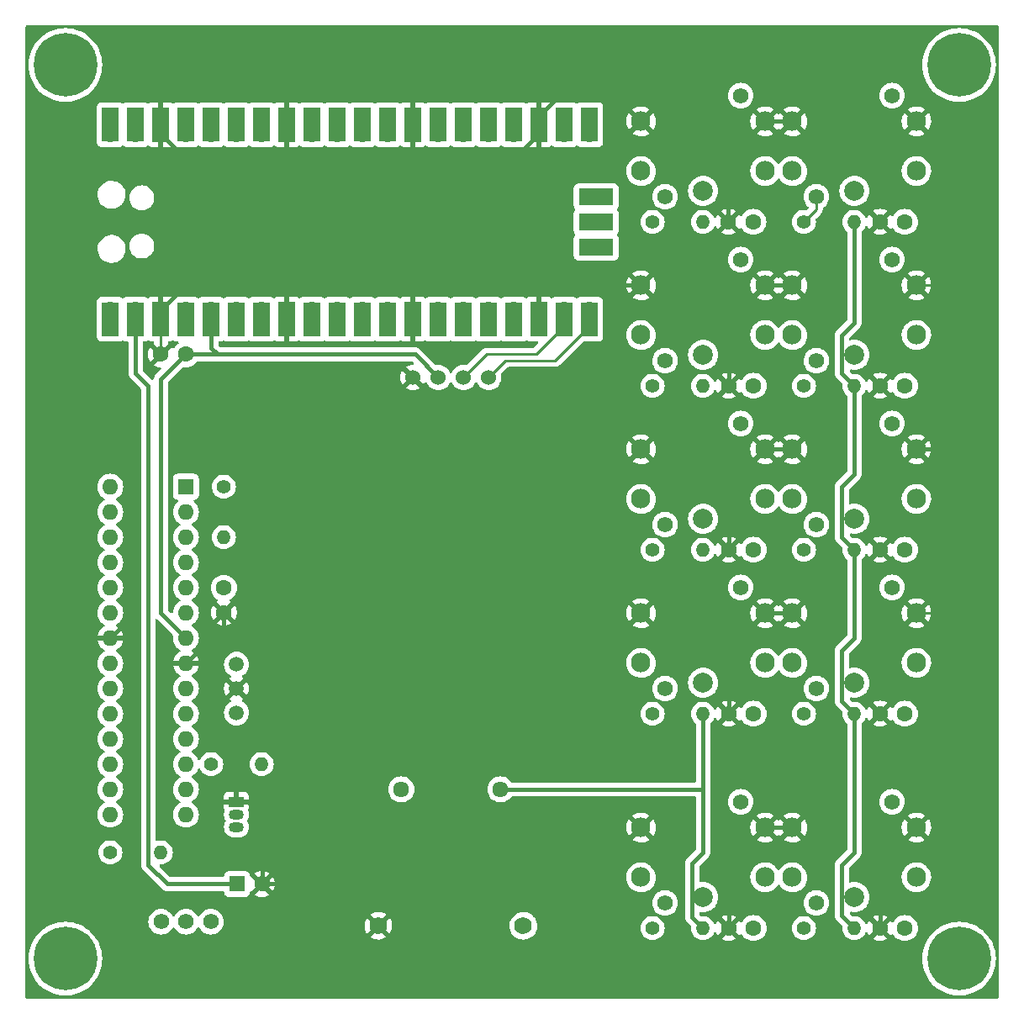
<source format=gbl>
%TF.GenerationSoftware,KiCad,Pcbnew,6.0.2+dfsg-1*%
%TF.CreationDate,2024-01-09T17:30:34+09:00*%
%TF.ProjectId,pico-toy-elevator,7069636f-2d74-46f7-992d-656c65766174,rev?*%
%TF.SameCoordinates,Original*%
%TF.FileFunction,Copper,L2,Bot*%
%TF.FilePolarity,Positive*%
%FSLAX46Y46*%
G04 Gerber Fmt 4.6, Leading zero omitted, Abs format (unit mm)*
G04 Created by KiCad (PCBNEW 6.0.2+dfsg-1) date 2024-01-09 17:30:34*
%MOMM*%
%LPD*%
G01*
G04 APERTURE LIST*
%TA.AperFunction,WasherPad*%
%ADD10C,2.000000*%
%TD*%
%TA.AperFunction,ComponentPad*%
%ADD11C,1.962000*%
%TD*%
%TA.AperFunction,ComponentPad*%
%ADD12C,1.562000*%
%TD*%
%TA.AperFunction,ComponentPad*%
%ADD13C,1.600000*%
%TD*%
%TA.AperFunction,ComponentPad*%
%ADD14C,1.400000*%
%TD*%
%TA.AperFunction,ComponentPad*%
%ADD15O,1.400000X1.400000*%
%TD*%
%TA.AperFunction,ComponentPad*%
%ADD16C,6.400000*%
%TD*%
%TA.AperFunction,ComponentPad*%
%ADD17C,1.524000*%
%TD*%
%TA.AperFunction,ComponentPad*%
%ADD18C,1.612000*%
%TD*%
%TA.AperFunction,ComponentPad*%
%ADD19C,1.500000*%
%TD*%
%TA.AperFunction,ComponentPad*%
%ADD20R,1.500000X1.050000*%
%TD*%
%TA.AperFunction,ComponentPad*%
%ADD21O,1.500000X1.050000*%
%TD*%
%TA.AperFunction,ComponentPad*%
%ADD22R,1.600000X1.600000*%
%TD*%
%TA.AperFunction,ComponentPad*%
%ADD23O,1.600000X1.600000*%
%TD*%
%TA.AperFunction,ComponentPad*%
%ADD24C,1.762000*%
%TD*%
%TA.AperFunction,ComponentPad*%
%ADD25O,1.700000X1.700000*%
%TD*%
%TA.AperFunction,SMDPad,CuDef*%
%ADD26R,1.700000X3.500000*%
%TD*%
%TA.AperFunction,ComponentPad*%
%ADD27R,1.700000X1.700000*%
%TD*%
%TA.AperFunction,SMDPad,CuDef*%
%ADD28R,3.500000X1.700000*%
%TD*%
%TA.AperFunction,Conductor*%
%ADD29C,0.400000*%
%TD*%
%TA.AperFunction,Conductor*%
%ADD30C,0.250000*%
%TD*%
G04 APERTURE END LIST*
D10*
%TO.P,SW10,*%
%TO.N,*%
X124460000Y-118800000D03*
D11*
%TO.P,SW10,1,1*%
%TO.N,/BTNB*%
X118210000Y-116800000D03*
%TO.P,SW10,2,2*%
X130710000Y-116800000D03*
%TO.P,SW10,3,3*%
%TO.N,GND*%
X118210000Y-111800000D03*
%TO.P,SW10,4,4*%
X130710000Y-111800000D03*
D12*
%TO.P,SW10,5,A*%
%TO.N,Net-(R10-Pad1)*%
X120640000Y-119380000D03*
%TO.P,SW10,6,K*%
%TO.N,/LEDB*%
X128260000Y-109210000D03*
%TD*%
D10*
%TO.P,SW9,*%
%TO.N,*%
X109220000Y-118800000D03*
D11*
%TO.P,SW9,1,1*%
%TO.N,/BTNA*%
X102970000Y-116800000D03*
%TO.P,SW9,2,2*%
X115470000Y-116800000D03*
%TO.P,SW9,3,3*%
%TO.N,GND*%
X102970000Y-111800000D03*
%TO.P,SW9,4,4*%
X115470000Y-111800000D03*
D12*
%TO.P,SW9,5,A*%
%TO.N,Net-(R9-Pad1)*%
X105400000Y-119380000D03*
%TO.P,SW9,6,K*%
%TO.N,/LEDA*%
X113020000Y-109210000D03*
%TD*%
D10*
%TO.P,SW8,*%
%TO.N,*%
X124460000Y-97210000D03*
D11*
%TO.P,SW8,1,1*%
%TO.N,/BTN8*%
X118210000Y-95210000D03*
%TO.P,SW8,2,2*%
X130710000Y-95210000D03*
%TO.P,SW8,3,3*%
%TO.N,GND*%
X118210000Y-90210000D03*
%TO.P,SW8,4,4*%
X130710000Y-90210000D03*
D12*
%TO.P,SW8,5,A*%
%TO.N,Net-(R8-Pad1)*%
X120640000Y-97790000D03*
%TO.P,SW8,6,K*%
%TO.N,/LED8*%
X128260000Y-87620000D03*
%TD*%
D10*
%TO.P,SW7,*%
%TO.N,*%
X109220000Y-97210000D03*
D11*
%TO.P,SW7,1,1*%
%TO.N,/BTN7*%
X102970000Y-95210000D03*
%TO.P,SW7,2,2*%
X115470000Y-95210000D03*
%TO.P,SW7,3,3*%
%TO.N,GND*%
X102970000Y-90210000D03*
%TO.P,SW7,4,4*%
X115470000Y-90210000D03*
D12*
%TO.P,SW7,5,A*%
%TO.N,Net-(R7-Pad1)*%
X105400000Y-97790000D03*
%TO.P,SW7,6,K*%
%TO.N,/LED7*%
X113020000Y-87620000D03*
%TD*%
D10*
%TO.P,SW6,*%
%TO.N,*%
X124460000Y-80700000D03*
D11*
%TO.P,SW6,1,1*%
%TO.N,/BTN6*%
X118210000Y-78700000D03*
%TO.P,SW6,2,2*%
X130710000Y-78700000D03*
%TO.P,SW6,3,3*%
%TO.N,GND*%
X118210000Y-73700000D03*
%TO.P,SW6,4,4*%
X130710000Y-73700000D03*
D12*
%TO.P,SW6,5,A*%
%TO.N,Net-(R6-Pad1)*%
X120640000Y-81280000D03*
%TO.P,SW6,6,K*%
%TO.N,/LED6*%
X128260000Y-71110000D03*
%TD*%
D10*
%TO.P,SW5,*%
%TO.N,*%
X109220000Y-80700000D03*
D11*
%TO.P,SW5,1,1*%
%TO.N,/BTN5*%
X102970000Y-78700000D03*
%TO.P,SW5,2,2*%
X115470000Y-78700000D03*
%TO.P,SW5,3,3*%
%TO.N,GND*%
X102970000Y-73700000D03*
%TO.P,SW5,4,4*%
X115470000Y-73700000D03*
D12*
%TO.P,SW5,5,A*%
%TO.N,Net-(R5-Pad1)*%
X105400000Y-81280000D03*
%TO.P,SW5,6,K*%
%TO.N,/LED5*%
X113020000Y-71110000D03*
%TD*%
D10*
%TO.P,SW4,*%
%TO.N,*%
X124460000Y-64190000D03*
D11*
%TO.P,SW4,1,1*%
%TO.N,/BTN4*%
X118210000Y-62190000D03*
%TO.P,SW4,2,2*%
X130710000Y-62190000D03*
%TO.P,SW4,3,3*%
%TO.N,GND*%
X118210000Y-57190000D03*
%TO.P,SW4,4,4*%
X130710000Y-57190000D03*
D12*
%TO.P,SW4,5,A*%
%TO.N,Net-(R4-Pad1)*%
X120640000Y-64770000D03*
%TO.P,SW4,6,K*%
%TO.N,/LED4*%
X128260000Y-54600000D03*
%TD*%
D10*
%TO.P,SW3,*%
%TO.N,*%
X109220000Y-64190000D03*
D11*
%TO.P,SW3,1,1*%
%TO.N,/BTN3*%
X102970000Y-62190000D03*
%TO.P,SW3,2,2*%
X115470000Y-62190000D03*
%TO.P,SW3,3,3*%
%TO.N,GND*%
X102970000Y-57190000D03*
%TO.P,SW3,4,4*%
X115470000Y-57190000D03*
D12*
%TO.P,SW3,5,A*%
%TO.N,Net-(R3-Pad1)*%
X105400000Y-64770000D03*
%TO.P,SW3,6,K*%
%TO.N,/LED3*%
X113020000Y-54600000D03*
%TD*%
D10*
%TO.P,SW2,*%
%TO.N,*%
X124460000Y-47680000D03*
D11*
%TO.P,SW2,1,1*%
%TO.N,/BTN2*%
X118210000Y-45680000D03*
%TO.P,SW2,2,2*%
X130710000Y-45680000D03*
%TO.P,SW2,3,3*%
%TO.N,GND*%
X118210000Y-40680000D03*
%TO.P,SW2,4,4*%
X130710000Y-40680000D03*
D12*
%TO.P,SW2,5,A*%
%TO.N,Net-(R2-Pad1)*%
X120640000Y-48260000D03*
%TO.P,SW2,6,K*%
%TO.N,/LED2*%
X128260000Y-38090000D03*
%TD*%
D10*
%TO.P,SW1,*%
%TO.N,*%
X109220000Y-47680000D03*
D11*
%TO.P,SW1,1,1*%
%TO.N,/BTN1*%
X102970000Y-45680000D03*
%TO.P,SW1,2,2*%
X115470000Y-45680000D03*
%TO.P,SW1,3,3*%
%TO.N,GND*%
X102970000Y-40680000D03*
%TO.P,SW1,4,4*%
X115470000Y-40680000D03*
D12*
%TO.P,SW1,5,A*%
%TO.N,Net-(R1-Pad1)*%
X105400000Y-48260000D03*
%TO.P,SW1,6,K*%
%TO.N,/LED1*%
X113020000Y-38090000D03*
%TD*%
D13*
%TO.P,C8,1*%
%TO.N,/BTN8*%
X129540000Y-100330000D03*
%TO.P,C8,2*%
%TO.N,GND*%
X127040000Y-100330000D03*
%TD*%
%TO.P,C3,1*%
%TO.N,/BTN3*%
X114300000Y-67310000D03*
%TO.P,C3,2*%
%TO.N,GND*%
X111800000Y-67310000D03*
%TD*%
D12*
%TO.P,SW11,1,A*%
%TO.N,/VIN*%
X59650000Y-121285000D03*
%TO.P,SW11,2,B*%
%TO.N,Net-(BT1-Pad1)*%
X57150000Y-121285000D03*
%TO.P,SW11,3,C*%
%TO.N,unconnected-(SW11-Pad3)*%
X54650000Y-121285000D03*
%TD*%
D14*
%TO.P,R4,1*%
%TO.N,Net-(R4-Pad1)*%
X119380000Y-67310000D03*
D15*
%TO.P,R4,2*%
%TO.N,+3V3*%
X124460000Y-67310000D03*
%TD*%
D14*
%TO.P,R7,1*%
%TO.N,Net-(R7-Pad1)*%
X104140000Y-100330000D03*
D15*
%TO.P,R7,2*%
%TO.N,+3V3*%
X109220000Y-100330000D03*
%TD*%
D14*
%TO.P,R5,1*%
%TO.N,Net-(R5-Pad1)*%
X104140000Y-83820000D03*
D15*
%TO.P,R5,2*%
%TO.N,+3V3*%
X109220000Y-83820000D03*
%TD*%
D16*
%TO.P,H2,1*%
%TO.N,N/C*%
X135000000Y-35000000D03*
%TD*%
D14*
%TO.P,R2,1*%
%TO.N,Net-(R2-Pad1)*%
X119380000Y-50800000D03*
D15*
%TO.P,R2,2*%
%TO.N,+3V3*%
X124460000Y-50800000D03*
%TD*%
D13*
%TO.P,C6,1*%
%TO.N,/BTN6*%
X129540000Y-83820000D03*
%TO.P,C6,2*%
%TO.N,GND*%
X127040000Y-83820000D03*
%TD*%
D14*
%TO.P,R8,1*%
%TO.N,Net-(R8-Pad1)*%
X119380000Y-100330000D03*
D15*
%TO.P,R8,2*%
%TO.N,+3V3*%
X124460000Y-100330000D03*
%TD*%
D17*
%TO.P,U2,1,GND*%
%TO.N,GND*%
X80010000Y-66470000D03*
%TO.P,U2,2,VCC*%
%TO.N,+3V3*%
X82550000Y-66470000D03*
%TO.P,U2,3,SCL*%
%TO.N,/SCL*%
X85090000Y-66470000D03*
%TO.P,U2,4,SDA*%
%TO.N,/SDA*%
X87630000Y-66470000D03*
%TD*%
D14*
%TO.P,R3,1*%
%TO.N,Net-(R3-Pad1)*%
X104140000Y-67310000D03*
D15*
%TO.P,R3,2*%
%TO.N,+3V3*%
X109220000Y-67310000D03*
%TD*%
D13*
%TO.P,C7,1*%
%TO.N,/BTN7*%
X114300000Y-100330000D03*
%TO.P,C7,2*%
%TO.N,GND*%
X111800000Y-100330000D03*
%TD*%
%TO.P,C9,1*%
%TO.N,/BTNA*%
X114300000Y-121920000D03*
%TO.P,C9,2*%
%TO.N,GND*%
X111800000Y-121920000D03*
%TD*%
D16*
%TO.P,H3,1*%
%TO.N,N/C*%
X45000000Y-125000000D03*
%TD*%
D14*
%TO.P,R10,1*%
%TO.N,Net-(R10-Pad1)*%
X119380000Y-121920000D03*
D15*
%TO.P,R10,2*%
%TO.N,+3V3*%
X124460000Y-121920000D03*
%TD*%
D14*
%TO.P,R1,1*%
%TO.N,Net-(R1-Pad1)*%
X104140000Y-50800000D03*
D15*
%TO.P,R1,2*%
%TO.N,+3V3*%
X109220000Y-50800000D03*
%TD*%
D13*
%TO.P,C5,1*%
%TO.N,/BTN5*%
X114300000Y-83820000D03*
%TO.P,C5,2*%
%TO.N,GND*%
X111800000Y-83820000D03*
%TD*%
%TO.P,C4,1*%
%TO.N,/BTN4*%
X129540000Y-67310000D03*
%TO.P,C4,2*%
%TO.N,GND*%
X127040000Y-67310000D03*
%TD*%
D16*
%TO.P,H4,1*%
%TO.N,N/C*%
X135000000Y-125000000D03*
%TD*%
D14*
%TO.P,R6,1*%
%TO.N,Net-(R6-Pad1)*%
X119380000Y-83820000D03*
D15*
%TO.P,R6,2*%
%TO.N,+3V3*%
X124460000Y-83820000D03*
%TD*%
D13*
%TO.P,C10,1*%
%TO.N,/BTNB*%
X129540000Y-121920000D03*
%TO.P,C10,2*%
%TO.N,GND*%
X127040000Y-121920000D03*
%TD*%
D18*
%TO.P,LS1,1,1*%
%TO.N,+3V3*%
X88820000Y-107950000D03*
%TO.P,LS1,2,2*%
%TO.N,Net-(LS1-Pad2)*%
X78820000Y-107950000D03*
%TD*%
D14*
%TO.P,R9,1*%
%TO.N,Net-(R9-Pad1)*%
X104140000Y-121920000D03*
D15*
%TO.P,R9,2*%
%TO.N,+3V3*%
X109220000Y-121920000D03*
%TD*%
D13*
%TO.P,C1,1*%
%TO.N,/BTN1*%
X114280000Y-50800000D03*
%TO.P,C1,2*%
%TO.N,GND*%
X111780000Y-50800000D03*
%TD*%
D16*
%TO.P,H1,1*%
%TO.N,N/C*%
X45000000Y-35000000D03*
%TD*%
D13*
%TO.P,C2,1*%
%TO.N,/BTN2*%
X129540000Y-50800000D03*
%TO.P,C2,2*%
%TO.N,GND*%
X127040000Y-50800000D03*
%TD*%
D19*
%TO.P,Y1,1,1*%
%TO.N,Net-(U3-Pad10)*%
X62230000Y-100240000D03*
%TO.P,Y1,2,2*%
%TO.N,GND*%
X62230000Y-97800000D03*
%TO.P,Y1,3,3*%
%TO.N,Net-(U3-Pad9)*%
X62230000Y-95360000D03*
%TD*%
D14*
%TO.P,R12,1*%
%TO.N,/AOUT*%
X49530000Y-114300000D03*
D15*
%TO.P,R12,2*%
%TO.N,Net-(Q1-Pad3)*%
X54610000Y-114300000D03*
%TD*%
D14*
%TO.P,R13,1*%
%TO.N,Net-(R13-Pad1)*%
X59690000Y-105410000D03*
D15*
%TO.P,R13,2*%
%TO.N,+3V3*%
X64770000Y-105410000D03*
%TD*%
D20*
%TO.P,Q1,1,E*%
%TO.N,GND*%
X62230000Y-109220000D03*
D21*
%TO.P,Q1,2,C*%
%TO.N,Net-(LS1-Pad2)*%
X62230000Y-110490000D03*
%TO.P,Q1,3,B*%
%TO.N,Net-(Q1-Pad3)*%
X62230000Y-111760000D03*
%TD*%
D13*
%TO.P,C13,1*%
%TO.N,+3V3*%
X60960000Y-87650000D03*
%TO.P,C13,2*%
%TO.N,GND*%
X60960000Y-90150000D03*
%TD*%
D22*
%TO.P,C11,1*%
%TO.N,/VIN*%
X62294888Y-117475000D03*
D13*
%TO.P,C11,2*%
%TO.N,GND*%
X64794888Y-117475000D03*
%TD*%
D22*
%TO.P,U3,1,~{RESET}/PC6*%
%TO.N,Net-(R11-Pad1)*%
X57140000Y-77470000D03*
D23*
%TO.P,U3,2,PD0*%
%TO.N,/TX*%
X57140000Y-80010000D03*
%TO.P,U3,3,PD1*%
%TO.N,/RX*%
X57140000Y-82550000D03*
%TO.P,U3,4,PD2*%
%TO.N,unconnected-(U3-Pad4)*%
X57140000Y-85090000D03*
%TO.P,U3,5,PD3*%
%TO.N,unconnected-(U3-Pad5)*%
X57140000Y-87630000D03*
%TO.P,U3,6,PD4*%
%TO.N,unconnected-(U3-Pad6)*%
X57140000Y-90170000D03*
%TO.P,U3,7,VCC*%
%TO.N,+3V3*%
X57140000Y-92710000D03*
%TO.P,U3,8,GND*%
%TO.N,GND*%
X57140000Y-95250000D03*
%TO.P,U3,9,XTAL1/PB6*%
%TO.N,Net-(U3-Pad9)*%
X57140000Y-97790000D03*
%TO.P,U3,10,XTAL2/PB7*%
%TO.N,Net-(U3-Pad10)*%
X57140000Y-100330000D03*
%TO.P,U3,11,PD5*%
%TO.N,Net-(R13-Pad1)*%
X57140000Y-102870000D03*
%TO.P,U3,12,PD6*%
%TO.N,unconnected-(U3-Pad12)*%
X57140000Y-105410000D03*
%TO.P,U3,13,PD7*%
%TO.N,/nPLAY*%
X57140000Y-107950000D03*
%TO.P,U3,14,PB0*%
%TO.N,unconnected-(U3-Pad14)*%
X57140000Y-110490000D03*
%TO.P,U3,15,PB1*%
%TO.N,/AOUT*%
X49520000Y-110490000D03*
%TO.P,U3,16,PB2*%
%TO.N,unconnected-(U3-Pad16)*%
X49520000Y-107950000D03*
%TO.P,U3,17,PB3*%
%TO.N,unconnected-(U3-Pad17)*%
X49520000Y-105410000D03*
%TO.P,U3,18,PB4*%
%TO.N,unconnected-(U3-Pad18)*%
X49520000Y-102870000D03*
%TO.P,U3,19,PB5*%
%TO.N,unconnected-(U3-Pad19)*%
X49520000Y-100330000D03*
%TO.P,U3,20,AVCC*%
%TO.N,+3V3*%
X49520000Y-97790000D03*
%TO.P,U3,21,AREF*%
%TO.N,unconnected-(U3-Pad21)*%
X49520000Y-95250000D03*
%TO.P,U3,22,GND*%
%TO.N,GND*%
X49520000Y-92710000D03*
%TO.P,U3,23,PC0*%
%TO.N,unconnected-(U3-Pad23)*%
X49520000Y-90170000D03*
%TO.P,U3,24,PC1*%
%TO.N,unconnected-(U3-Pad24)*%
X49520000Y-87630000D03*
%TO.P,U3,25,PC2*%
%TO.N,unconnected-(U3-Pad25)*%
X49520000Y-85090000D03*
%TO.P,U3,26,PC3*%
%TO.N,unconnected-(U3-Pad26)*%
X49520000Y-82550000D03*
%TO.P,U3,27,PC4*%
%TO.N,unconnected-(U3-Pad27)*%
X49520000Y-80010000D03*
%TO.P,U3,28,PC5*%
%TO.N,unconnected-(U3-Pad28)*%
X49520000Y-77470000D03*
%TD*%
D24*
%TO.P,BT1,1,+*%
%TO.N,Net-(BT1-Pad1)*%
X91120000Y-121685000D03*
%TO.P,BT1,2,-*%
%TO.N,GND*%
X76520000Y-121685000D03*
%TD*%
D25*
%TO.P,U1,1,GPIO0*%
%TO.N,/TX*%
X49530000Y-41910000D03*
D26*
X49530000Y-41010000D03*
D25*
%TO.P,U1,2,GPIO1*%
%TO.N,/RX*%
X52070000Y-41910000D03*
D26*
X52070000Y-41010000D03*
D27*
%TO.P,U1,3,GND*%
%TO.N,GND*%
X54610000Y-41910000D03*
D26*
X54610000Y-41010000D03*
%TO.P,U1,4,GPIO2*%
%TO.N,/BTNA*%
X57150000Y-41010000D03*
D25*
X57150000Y-41910000D03*
%TO.P,U1,5,GPIO3*%
%TO.N,/BTNB*%
X59690000Y-41910000D03*
D26*
X59690000Y-41010000D03*
D25*
%TO.P,U1,6,GPIO4*%
%TO.N,/LEDA*%
X62230000Y-41910000D03*
D26*
X62230000Y-41010000D03*
%TO.P,U1,7,GPIO5*%
%TO.N,/LEDB*%
X64770000Y-41010000D03*
D25*
X64770000Y-41910000D03*
D27*
%TO.P,U1,8,GND*%
%TO.N,GND*%
X67310000Y-41910000D03*
D26*
X67310000Y-41010000D03*
D25*
%TO.P,U1,9,GPIO6*%
%TO.N,/nPLAY*%
X69850000Y-41910000D03*
D26*
X69850000Y-41010000D03*
D25*
%TO.P,U1,10,GPIO7*%
%TO.N,unconnected-(U1-Pad10)*%
X72390000Y-41910000D03*
D26*
X72390000Y-41010000D03*
D25*
%TO.P,U1,11,GPIO8*%
%TO.N,/BTN3*%
X74930000Y-41910000D03*
D26*
X74930000Y-41010000D03*
%TO.P,U1,12,GPIO9*%
%TO.N,/BTN4*%
X77470000Y-41010000D03*
D25*
X77470000Y-41910000D03*
D26*
%TO.P,U1,13,GND*%
%TO.N,GND*%
X80010000Y-41010000D03*
D27*
X80010000Y-41910000D03*
D25*
%TO.P,U1,14,GPIO10*%
%TO.N,/LED3*%
X82550000Y-41910000D03*
D26*
X82550000Y-41010000D03*
D25*
%TO.P,U1,15,GPIO11*%
%TO.N,/LED4*%
X85090000Y-41910000D03*
D26*
X85090000Y-41010000D03*
%TO.P,U1,16,GPIO12*%
%TO.N,/LED2*%
X87630000Y-41010000D03*
D25*
X87630000Y-41910000D03*
D26*
%TO.P,U1,17,GPIO13*%
%TO.N,/LED1*%
X90170000Y-41010000D03*
D25*
X90170000Y-41910000D03*
D26*
%TO.P,U1,18,GND*%
%TO.N,GND*%
X92710000Y-41010000D03*
D27*
X92710000Y-41910000D03*
D26*
%TO.P,U1,19,GPIO14*%
%TO.N,/BTN1*%
X95250000Y-41010000D03*
D25*
X95250000Y-41910000D03*
%TO.P,U1,20,GPIO15*%
%TO.N,/BTN2*%
X97790000Y-41910000D03*
D26*
X97790000Y-41010000D03*
D25*
%TO.P,U1,21,GPIO16*%
%TO.N,/SDA*%
X97790000Y-59690000D03*
D26*
X97790000Y-60590000D03*
D25*
%TO.P,U1,22,GPIO17*%
%TO.N,/SCL*%
X95250000Y-59690000D03*
D26*
X95250000Y-60590000D03*
D27*
%TO.P,U1,23,GND*%
%TO.N,GND*%
X92710000Y-59690000D03*
D26*
X92710000Y-60590000D03*
%TO.P,U1,24,GPIO18*%
%TO.N,/LED6*%
X90170000Y-60590000D03*
D25*
X90170000Y-59690000D03*
D26*
%TO.P,U1,25,GPIO19*%
%TO.N,/LED5*%
X87630000Y-60590000D03*
D25*
X87630000Y-59690000D03*
%TO.P,U1,26,GPIO20*%
%TO.N,/BTN6*%
X85090000Y-59690000D03*
D26*
X85090000Y-60590000D03*
%TO.P,U1,27,GPIO21*%
%TO.N,/BTN5*%
X82550000Y-60590000D03*
D25*
X82550000Y-59690000D03*
D27*
%TO.P,U1,28,GND*%
%TO.N,GND*%
X80010000Y-59690000D03*
D26*
X80010000Y-60590000D03*
%TO.P,U1,29,GPIO22*%
%TO.N,/LED8*%
X77470000Y-60590000D03*
D25*
X77470000Y-59690000D03*
D26*
%TO.P,U1,30,RUN*%
%TO.N,unconnected-(U1-Pad30)*%
X74930000Y-60590000D03*
D25*
X74930000Y-59690000D03*
%TO.P,U1,31,GPIO26_ADC0*%
%TO.N,/LED7*%
X72390000Y-59690000D03*
D26*
X72390000Y-60590000D03*
%TO.P,U1,32,GPIO27_ADC1*%
%TO.N,/BTN8*%
X69850000Y-60590000D03*
D25*
X69850000Y-59690000D03*
D27*
%TO.P,U1,33,AGND*%
%TO.N,GND*%
X67310000Y-59690000D03*
D26*
X67310000Y-60590000D03*
D25*
%TO.P,U1,34,GPIO28_ADC2*%
%TO.N,/BTN7*%
X64770000Y-59690000D03*
D26*
X64770000Y-60590000D03*
%TO.P,U1,35,ADC_VREF*%
%TO.N,unconnected-(U1-Pad35)*%
X62230000Y-60590000D03*
D25*
X62230000Y-59690000D03*
D26*
%TO.P,U1,36,3V3*%
%TO.N,+3V3*%
X59690000Y-60590000D03*
D25*
X59690000Y-59690000D03*
D26*
%TO.P,U1,37,3V3_EN*%
%TO.N,unconnected-(U1-Pad37)*%
X57150000Y-60590000D03*
D25*
X57150000Y-59690000D03*
D27*
%TO.P,U1,38,GND*%
%TO.N,GND*%
X54610000Y-59690000D03*
D26*
X54610000Y-60590000D03*
D25*
%TO.P,U1,39,VSYS*%
%TO.N,/VIN*%
X52070000Y-59690000D03*
D26*
X52070000Y-60590000D03*
D25*
%TO.P,U1,40,VBUS*%
%TO.N,unconnected-(U1-Pad40)*%
X49530000Y-59690000D03*
D26*
X49530000Y-60590000D03*
D25*
%TO.P,U1,41,SWCLK*%
%TO.N,unconnected-(U1-Pad41)*%
X97560000Y-48260000D03*
D28*
X98460000Y-48260000D03*
D27*
%TO.P,U1,42,GND*%
%TO.N,unconnected-(U1-Pad42)*%
X97560000Y-50800000D03*
D28*
X98460000Y-50800000D03*
%TO.P,U1,43,SWDIO*%
%TO.N,unconnected-(U1-Pad43)*%
X98460000Y-53340000D03*
D25*
X97560000Y-53340000D03*
%TD*%
D14*
%TO.P,R11,1*%
%TO.N,Net-(R11-Pad1)*%
X60960000Y-77470000D03*
D15*
%TO.P,R11,2*%
%TO.N,+3V3*%
X60960000Y-82550000D03*
%TD*%
D13*
%TO.P,C12,1*%
%TO.N,+3V3*%
X57130000Y-64135000D03*
%TO.P,C12,2*%
%TO.N,GND*%
X54630000Y-64135000D03*
%TD*%
D29*
%TO.N,GND*%
X57150000Y-57150000D02*
X54610000Y-59690000D01*
X118210000Y-73700000D02*
X115470000Y-73700000D01*
X48260000Y-57150000D02*
X57150000Y-57150000D01*
X46990000Y-63500000D02*
X46990000Y-58420000D01*
X64794888Y-110634888D02*
X64794888Y-117475000D01*
X133350000Y-73660000D02*
X133350000Y-86360000D01*
X97790000Y-38100000D02*
X94760978Y-38100000D01*
X57150000Y-44450000D02*
X90170000Y-44450000D01*
X62230000Y-109220000D02*
X63380000Y-109220000D01*
X64760000Y-100330000D02*
X62230000Y-97800000D01*
X133350000Y-109160000D02*
X133350000Y-102870000D01*
X100390000Y-38100000D02*
X97790000Y-38100000D01*
X111800000Y-77370000D02*
X111800000Y-83820000D01*
X52070000Y-90170000D02*
X52070000Y-68580000D01*
X59680000Y-95250000D02*
X62230000Y-97800000D01*
X115470000Y-40680000D02*
X118210000Y-40680000D01*
X52070000Y-68580000D02*
X46990000Y-63500000D01*
X92750000Y-57190000D02*
X102970000Y-57190000D01*
X64794888Y-117475000D02*
X72310000Y-117475000D01*
X63380000Y-109220000D02*
X64794888Y-110634888D01*
X130710000Y-111800000D02*
X133350000Y-109160000D01*
X130710000Y-40680000D02*
X133350000Y-43320000D01*
X115470000Y-73700000D02*
X111800000Y-77370000D01*
X111800000Y-100330000D02*
X111800000Y-93880000D01*
X60960000Y-91430000D02*
X60960000Y-90150000D01*
X133350000Y-57150000D02*
X133350000Y-73660000D01*
X62230000Y-109220000D02*
X62230000Y-104140000D01*
X115470000Y-40680000D02*
X111780000Y-44370000D01*
X92710000Y-40150978D02*
X92710000Y-41910000D01*
X111800000Y-115470000D02*
X115470000Y-111800000D01*
X127040000Y-115470000D02*
X130710000Y-111800000D01*
X67310000Y-59690000D02*
X67310000Y-57150000D01*
X62230000Y-104140000D02*
X64770000Y-101600000D01*
X133310000Y-73700000D02*
X133350000Y-73660000D01*
X54610000Y-41910000D02*
X57150000Y-44450000D01*
D30*
X130710000Y-90210000D02*
X133310000Y-90210000D01*
D29*
X130710000Y-73700000D02*
X133310000Y-73700000D01*
X129580000Y-86360000D02*
X133350000Y-86360000D01*
X64770000Y-101600000D02*
X64770000Y-100330000D01*
X92710000Y-57150000D02*
X69850000Y-57150000D01*
D30*
X130710000Y-57190000D02*
X133310000Y-57190000D01*
X54610000Y-59690000D02*
X54630000Y-59710000D01*
D29*
X92710000Y-57150000D02*
X92750000Y-57190000D01*
X115470000Y-90210000D02*
X118210000Y-90210000D01*
X72310000Y-117475000D02*
X76520000Y-121685000D01*
X57140000Y-95250000D02*
X60960000Y-91430000D01*
D30*
X54630000Y-59710000D02*
X54630000Y-64135000D01*
D29*
X127040000Y-121920000D02*
X127040000Y-115470000D01*
X133350000Y-43320000D02*
X133350000Y-57150000D01*
X80010000Y-59690000D02*
X80010000Y-57150000D01*
X46990000Y-58420000D02*
X48260000Y-57150000D01*
X94760978Y-38100000D02*
X92710000Y-40150978D01*
X115470000Y-57190000D02*
X118210000Y-57190000D01*
X102970000Y-40680000D02*
X100390000Y-38100000D01*
X129580000Y-102870000D02*
X133350000Y-102870000D01*
X111800000Y-67310000D02*
X111800000Y-60860000D01*
X127040000Y-50800000D02*
X129580000Y-53340000D01*
X111780000Y-44370000D02*
X111780000Y-50800000D01*
X127040000Y-100330000D02*
X129580000Y-102870000D01*
X80010000Y-41910000D02*
X80010000Y-44450000D01*
X133350000Y-90170000D02*
X133350000Y-86360000D01*
X64770000Y-100330000D02*
X64760000Y-100330000D01*
X115470000Y-111800000D02*
X118210000Y-111800000D01*
X92710000Y-59690000D02*
X92710000Y-57150000D01*
D30*
X133310000Y-90210000D02*
X133350000Y-90170000D01*
D29*
X111800000Y-121920000D02*
X111800000Y-115470000D01*
X52060000Y-90170000D02*
X52070000Y-90170000D01*
X129580000Y-69850000D02*
X133350000Y-69850000D01*
X69850000Y-57150000D02*
X57150000Y-57150000D01*
D30*
X133310000Y-57190000D02*
X133350000Y-57150000D01*
D29*
X127040000Y-83820000D02*
X129580000Y-86360000D01*
X111800000Y-93880000D02*
X115470000Y-90210000D01*
X111800000Y-60860000D02*
X115470000Y-57190000D01*
X49520000Y-92710000D02*
X52060000Y-90170000D01*
X90170000Y-44450000D02*
X92710000Y-41910000D01*
X127040000Y-67310000D02*
X129580000Y-69850000D01*
X133350000Y-102870000D02*
X133350000Y-90170000D01*
X57140000Y-95250000D02*
X59680000Y-95250000D01*
X67310000Y-41910000D02*
X67310000Y-44450000D01*
X129580000Y-53340000D02*
X133350000Y-53340000D01*
%TO.N,/VIN*%
X52070000Y-59690000D02*
X52070000Y-66040000D01*
X53340000Y-115570000D02*
X55245000Y-117475000D01*
X53340000Y-67310000D02*
X53340000Y-115570000D01*
X52070000Y-66040000D02*
X53340000Y-67310000D01*
X55245000Y-117475000D02*
X62294888Y-117475000D01*
%TO.N,+3V3*%
X80215000Y-64135000D02*
X82550000Y-66470000D01*
X123190000Y-115570000D02*
X123190000Y-120650000D01*
X54610000Y-66655000D02*
X54610000Y-90180000D01*
X60325000Y-64135000D02*
X80215000Y-64135000D01*
X59690000Y-59690000D02*
X59690000Y-63500000D01*
X123190000Y-99060000D02*
X124460000Y-100330000D01*
X109220000Y-100330000D02*
X109220000Y-107950000D01*
X109220000Y-107950000D02*
X109220000Y-114300000D01*
X124460000Y-67310000D02*
X124460000Y-76200000D01*
X123190000Y-82550000D02*
X124460000Y-83820000D01*
X123190000Y-66040000D02*
X124460000Y-67310000D01*
X124460000Y-50800000D02*
X124460000Y-60960000D01*
X124460000Y-76200000D02*
X123190000Y-77470000D01*
X124460000Y-83820000D02*
X124460000Y-92710000D01*
X123190000Y-62230000D02*
X123190000Y-66040000D01*
X124460000Y-92710000D02*
X123190000Y-93980000D01*
X123190000Y-120650000D02*
X124460000Y-121920000D01*
X124460000Y-114300000D02*
X123190000Y-115570000D01*
X54610000Y-90180000D02*
X57140000Y-92710000D01*
X124460000Y-100330000D02*
X124460000Y-114300000D01*
X108122445Y-120822445D02*
X109220000Y-121920000D01*
X108122445Y-115397555D02*
X108122445Y-120822445D01*
X123190000Y-77470000D02*
X123190000Y-82550000D01*
X57130000Y-64135000D02*
X60325000Y-64135000D01*
X59690000Y-63500000D02*
X60325000Y-64135000D01*
X88820000Y-107950000D02*
X109220000Y-107950000D01*
X123190000Y-93980000D02*
X123190000Y-99060000D01*
X109220000Y-114300000D02*
X108122445Y-115397555D01*
X124460000Y-60960000D02*
X123190000Y-62230000D01*
X57130000Y-64135000D02*
X54610000Y-66655000D01*
D30*
%TO.N,Net-(R2-Pad1)*%
X120640000Y-49540000D02*
X119380000Y-50800000D01*
X120640000Y-48260000D02*
X120640000Y-49540000D01*
%TO.N,/SDA*%
X89330000Y-64770000D02*
X87630000Y-66470000D01*
X97790000Y-59690000D02*
X97790000Y-61299022D01*
X94319022Y-64770000D02*
X89330000Y-64770000D01*
X97790000Y-61299022D02*
X94319022Y-64770000D01*
%TO.N,/SCL*%
X92414022Y-64135000D02*
X87425000Y-64135000D01*
X95250000Y-59690000D02*
X95250000Y-61299022D01*
X87425000Y-64135000D02*
X85090000Y-66470000D01*
X95250000Y-61299022D02*
X92414022Y-64135000D01*
%TD*%
%TA.AperFunction,Conductor*%
%TO.N,GND*%
G36*
X138942121Y-31020002D02*
G01*
X138988614Y-31073658D01*
X139000000Y-31126000D01*
X139000000Y-128874000D01*
X138979998Y-128942121D01*
X138926342Y-128988614D01*
X138874000Y-129000000D01*
X41126000Y-129000000D01*
X41057879Y-128979998D01*
X41011386Y-128926342D01*
X41000000Y-128874000D01*
X41000000Y-125000000D01*
X41286411Y-125000000D01*
X41306754Y-125388176D01*
X41367562Y-125772099D01*
X41468167Y-126147562D01*
X41607468Y-126510453D01*
X41783938Y-126856794D01*
X41995643Y-127182793D01*
X42240266Y-127484876D01*
X42515124Y-127759734D01*
X42817207Y-128004357D01*
X43143205Y-128216062D01*
X43146139Y-128217557D01*
X43146146Y-128217561D01*
X43486607Y-128391034D01*
X43489547Y-128392532D01*
X43852438Y-128531833D01*
X44227901Y-128632438D01*
X44431793Y-128664732D01*
X44608576Y-128692732D01*
X44608584Y-128692733D01*
X44611824Y-128693246D01*
X45000000Y-128713589D01*
X45388176Y-128693246D01*
X45391416Y-128692733D01*
X45391424Y-128692732D01*
X45568207Y-128664732D01*
X45772099Y-128632438D01*
X46147562Y-128531833D01*
X46510453Y-128392532D01*
X46513393Y-128391034D01*
X46853854Y-128217561D01*
X46853861Y-128217557D01*
X46856795Y-128216062D01*
X47182793Y-128004357D01*
X47484876Y-127759734D01*
X47759734Y-127484876D01*
X48004357Y-127182793D01*
X48216062Y-126856794D01*
X48392532Y-126510453D01*
X48531833Y-126147562D01*
X48632438Y-125772099D01*
X48693246Y-125388176D01*
X48713589Y-125000000D01*
X131286411Y-125000000D01*
X131306754Y-125388176D01*
X131367562Y-125772099D01*
X131468167Y-126147562D01*
X131607468Y-126510453D01*
X131783938Y-126856794D01*
X131995643Y-127182793D01*
X132240266Y-127484876D01*
X132515124Y-127759734D01*
X132817207Y-128004357D01*
X133143205Y-128216062D01*
X133146139Y-128217557D01*
X133146146Y-128217561D01*
X133486607Y-128391034D01*
X133489547Y-128392532D01*
X133852438Y-128531833D01*
X134227901Y-128632438D01*
X134431793Y-128664732D01*
X134608576Y-128692732D01*
X134608584Y-128692733D01*
X134611824Y-128693246D01*
X135000000Y-128713589D01*
X135388176Y-128693246D01*
X135391416Y-128692733D01*
X135391424Y-128692732D01*
X135568207Y-128664732D01*
X135772099Y-128632438D01*
X136147562Y-128531833D01*
X136510453Y-128392532D01*
X136513393Y-128391034D01*
X136853854Y-128217561D01*
X136853861Y-128217557D01*
X136856795Y-128216062D01*
X137182793Y-128004357D01*
X137484876Y-127759734D01*
X137759734Y-127484876D01*
X138004357Y-127182793D01*
X138216062Y-126856794D01*
X138392532Y-126510453D01*
X138531833Y-126147562D01*
X138632438Y-125772099D01*
X138693246Y-125388176D01*
X138713589Y-125000000D01*
X138693246Y-124611824D01*
X138632438Y-124227901D01*
X138531833Y-123852438D01*
X138392532Y-123489547D01*
X138391034Y-123486607D01*
X138217561Y-123146147D01*
X138217557Y-123146140D01*
X138216062Y-123143206D01*
X138209199Y-123132637D01*
X138006152Y-122819971D01*
X138006152Y-122819970D01*
X138004357Y-122817207D01*
X137813288Y-122581257D01*
X137761809Y-122517686D01*
X137761806Y-122517682D01*
X137759734Y-122515124D01*
X137484876Y-122240266D01*
X137438509Y-122202718D01*
X137319972Y-122106729D01*
X137182793Y-121995643D01*
X137150092Y-121974407D01*
X136859564Y-121785736D01*
X136859561Y-121785734D01*
X136856795Y-121783938D01*
X136853861Y-121782443D01*
X136853854Y-121782439D01*
X136513393Y-121608966D01*
X136510453Y-121607468D01*
X136168142Y-121476067D01*
X136150652Y-121469353D01*
X136150650Y-121469352D01*
X136147562Y-121468167D01*
X135772099Y-121367562D01*
X135553614Y-121332957D01*
X135391424Y-121307268D01*
X135391416Y-121307267D01*
X135388176Y-121306754D01*
X135000000Y-121286411D01*
X134611824Y-121306754D01*
X134608584Y-121307267D01*
X134608576Y-121307268D01*
X134446386Y-121332957D01*
X134227901Y-121367562D01*
X133852438Y-121468167D01*
X133849350Y-121469352D01*
X133849348Y-121469353D01*
X133831858Y-121476067D01*
X133489547Y-121607468D01*
X133486607Y-121608966D01*
X133146147Y-121782439D01*
X133146140Y-121782443D01*
X133143206Y-121783938D01*
X133140440Y-121785734D01*
X133140437Y-121785736D01*
X132834384Y-121984488D01*
X132817207Y-121995643D01*
X132680028Y-122106729D01*
X132561492Y-122202718D01*
X132515124Y-122240266D01*
X132240266Y-122515124D01*
X132238194Y-122517682D01*
X132238191Y-122517686D01*
X132186712Y-122581257D01*
X131995643Y-122817207D01*
X131993848Y-122819970D01*
X131993848Y-122819971D01*
X131790802Y-123132637D01*
X131783938Y-123143206D01*
X131782443Y-123146140D01*
X131782439Y-123146147D01*
X131608966Y-123486607D01*
X131607468Y-123489547D01*
X131468167Y-123852438D01*
X131367562Y-124227901D01*
X131306754Y-124611824D01*
X131286411Y-125000000D01*
X48713589Y-125000000D01*
X48693246Y-124611824D01*
X48632438Y-124227901D01*
X48531833Y-123852438D01*
X48392532Y-123489547D01*
X48391034Y-123486607D01*
X48217561Y-123146147D01*
X48217557Y-123146140D01*
X48216062Y-123143206D01*
X48209199Y-123132637D01*
X48014298Y-122832515D01*
X75737314Y-122832515D01*
X75742595Y-122839570D01*
X75913318Y-122939333D01*
X75922601Y-122943780D01*
X76126322Y-123021574D01*
X76136224Y-123024451D01*
X76349897Y-123067923D01*
X76360149Y-123069146D01*
X76578061Y-123077136D01*
X76588347Y-123076669D01*
X76804651Y-123048960D01*
X76814729Y-123046818D01*
X77023598Y-122984154D01*
X77033196Y-122980393D01*
X77229023Y-122884458D01*
X77237871Y-122879184D01*
X77291474Y-122840949D01*
X77299874Y-122830251D01*
X77292887Y-122817098D01*
X76532811Y-122057021D01*
X76518868Y-122049408D01*
X76517034Y-122049539D01*
X76510420Y-122053790D01*
X75744071Y-122820140D01*
X75737314Y-122832515D01*
X48014298Y-122832515D01*
X48006152Y-122819971D01*
X48006152Y-122819970D01*
X48004357Y-122817207D01*
X47813288Y-122581257D01*
X47761809Y-122517686D01*
X47761806Y-122517682D01*
X47759734Y-122515124D01*
X47484876Y-122240266D01*
X47438509Y-122202718D01*
X47319972Y-122106729D01*
X47182793Y-121995643D01*
X47150092Y-121974407D01*
X46859564Y-121785736D01*
X46859561Y-121785734D01*
X46856795Y-121783938D01*
X46853861Y-121782443D01*
X46853854Y-121782439D01*
X46513393Y-121608966D01*
X46510453Y-121607468D01*
X46168142Y-121476067D01*
X46150652Y-121469353D01*
X46150650Y-121469352D01*
X46147562Y-121468167D01*
X45772099Y-121367562D01*
X45553614Y-121332957D01*
X45391424Y-121307268D01*
X45391416Y-121307267D01*
X45388176Y-121306754D01*
X45000000Y-121286411D01*
X44611824Y-121306754D01*
X44608584Y-121307267D01*
X44608576Y-121307268D01*
X44446386Y-121332957D01*
X44227901Y-121367562D01*
X43852438Y-121468167D01*
X43849350Y-121469352D01*
X43849348Y-121469353D01*
X43831858Y-121476067D01*
X43489547Y-121607468D01*
X43486607Y-121608966D01*
X43146147Y-121782439D01*
X43146140Y-121782443D01*
X43143206Y-121783938D01*
X43140440Y-121785734D01*
X43140437Y-121785736D01*
X42834384Y-121984488D01*
X42817207Y-121995643D01*
X42680028Y-122106729D01*
X42561492Y-122202718D01*
X42515124Y-122240266D01*
X42240266Y-122515124D01*
X42238194Y-122517682D01*
X42238191Y-122517686D01*
X42186712Y-122581257D01*
X41995643Y-122817207D01*
X41993848Y-122819970D01*
X41993848Y-122819971D01*
X41790802Y-123132637D01*
X41783938Y-123143206D01*
X41782443Y-123146140D01*
X41782439Y-123146147D01*
X41608966Y-123486607D01*
X41607468Y-123489547D01*
X41468167Y-123852438D01*
X41367562Y-124227901D01*
X41306754Y-124611824D01*
X41286411Y-125000000D01*
X41000000Y-125000000D01*
X41000000Y-121285000D01*
X53355574Y-121285000D01*
X53375239Y-121509775D01*
X53401416Y-121607468D01*
X53424043Y-121691913D01*
X53433637Y-121727720D01*
X53435959Y-121732701D01*
X53435960Y-121732702D01*
X53526668Y-121927226D01*
X53526671Y-121927231D01*
X53528994Y-121932213D01*
X53532150Y-121936720D01*
X53532151Y-121936722D01*
X53644306Y-122096895D01*
X53658412Y-122117041D01*
X53817959Y-122276588D01*
X53822467Y-122279745D01*
X53822470Y-122279747D01*
X53998278Y-122402849D01*
X54002787Y-122406006D01*
X54007769Y-122408329D01*
X54007774Y-122408332D01*
X54132351Y-122466423D01*
X54207280Y-122501363D01*
X54212588Y-122502785D01*
X54212590Y-122502786D01*
X54248329Y-122512362D01*
X54425225Y-122559761D01*
X54650000Y-122579426D01*
X54874775Y-122559761D01*
X55051671Y-122512362D01*
X55087410Y-122502786D01*
X55087412Y-122502785D01*
X55092720Y-122501363D01*
X55167649Y-122466423D01*
X55292226Y-122408332D01*
X55292231Y-122408329D01*
X55297213Y-122406006D01*
X55301722Y-122402849D01*
X55477530Y-122279747D01*
X55477533Y-122279745D01*
X55482041Y-122276588D01*
X55641588Y-122117041D01*
X55655695Y-122096895D01*
X55767849Y-121936722D01*
X55767850Y-121936720D01*
X55771006Y-121932213D01*
X55773329Y-121927232D01*
X55773335Y-121927221D01*
X55785806Y-121900476D01*
X55832723Y-121847192D01*
X55901000Y-121827731D01*
X55968960Y-121848273D01*
X56014194Y-121900476D01*
X56026665Y-121927221D01*
X56026671Y-121927232D01*
X56028994Y-121932213D01*
X56032150Y-121936720D01*
X56032151Y-121936722D01*
X56144306Y-122096895D01*
X56158412Y-122117041D01*
X56317959Y-122276588D01*
X56322467Y-122279745D01*
X56322470Y-122279747D01*
X56498278Y-122402849D01*
X56502787Y-122406006D01*
X56507769Y-122408329D01*
X56507774Y-122408332D01*
X56632351Y-122466423D01*
X56707280Y-122501363D01*
X56712588Y-122502785D01*
X56712590Y-122502786D01*
X56748329Y-122512362D01*
X56925225Y-122559761D01*
X57150000Y-122579426D01*
X57374775Y-122559761D01*
X57551671Y-122512362D01*
X57587410Y-122502786D01*
X57587412Y-122502785D01*
X57592720Y-122501363D01*
X57667649Y-122466423D01*
X57792226Y-122408332D01*
X57792231Y-122408329D01*
X57797213Y-122406006D01*
X57801722Y-122402849D01*
X57977530Y-122279747D01*
X57977533Y-122279745D01*
X57982041Y-122276588D01*
X58141588Y-122117041D01*
X58155695Y-122096895D01*
X58267849Y-121936722D01*
X58267850Y-121936720D01*
X58271006Y-121932213D01*
X58273329Y-121927232D01*
X58273335Y-121927221D01*
X58285806Y-121900476D01*
X58332723Y-121847192D01*
X58401000Y-121827731D01*
X58468960Y-121848273D01*
X58514194Y-121900476D01*
X58526665Y-121927221D01*
X58526671Y-121927232D01*
X58528994Y-121932213D01*
X58532150Y-121936720D01*
X58532151Y-121936722D01*
X58644306Y-122096895D01*
X58658412Y-122117041D01*
X58817959Y-122276588D01*
X58822467Y-122279745D01*
X58822470Y-122279747D01*
X58998278Y-122402849D01*
X59002787Y-122406006D01*
X59007769Y-122408329D01*
X59007774Y-122408332D01*
X59132351Y-122466423D01*
X59207280Y-122501363D01*
X59212588Y-122502785D01*
X59212590Y-122502786D01*
X59248329Y-122512362D01*
X59425225Y-122559761D01*
X59650000Y-122579426D01*
X59874775Y-122559761D01*
X60051671Y-122512362D01*
X60087410Y-122502786D01*
X60087412Y-122502785D01*
X60092720Y-122501363D01*
X60167649Y-122466423D01*
X60292226Y-122408332D01*
X60292231Y-122408329D01*
X60297213Y-122406006D01*
X60301722Y-122402849D01*
X60477530Y-122279747D01*
X60477533Y-122279745D01*
X60482041Y-122276588D01*
X60641588Y-122117041D01*
X60655695Y-122096895D01*
X60767849Y-121936722D01*
X60767850Y-121936720D01*
X60771006Y-121932213D01*
X60773329Y-121927231D01*
X60773332Y-121927226D01*
X60864040Y-121732702D01*
X60864041Y-121732701D01*
X60866363Y-121727720D01*
X60875958Y-121691913D01*
X60885553Y-121656103D01*
X75126953Y-121656103D01*
X75139506Y-121873805D01*
X75140942Y-121884026D01*
X75188882Y-122096749D01*
X75191961Y-122106577D01*
X75274006Y-122308628D01*
X75278649Y-122317819D01*
X75363916Y-122456963D01*
X75374372Y-122466423D01*
X75383150Y-122462639D01*
X76147979Y-121697811D01*
X76154356Y-121686132D01*
X76884408Y-121686132D01*
X76884539Y-121687966D01*
X76888790Y-121694580D01*
X77652692Y-122458481D01*
X77664697Y-122465037D01*
X77676437Y-122456068D01*
X77711665Y-122407041D01*
X77716978Y-122398200D01*
X77813591Y-122202718D01*
X77817390Y-122193123D01*
X77880779Y-121984488D01*
X77882958Y-121974407D01*
X77911659Y-121756407D01*
X77912178Y-121749733D01*
X77913678Y-121688365D01*
X77913484Y-121681646D01*
X77910959Y-121650935D01*
X89726154Y-121650935D01*
X89726451Y-121656087D01*
X89726451Y-121656091D01*
X89732237Y-121756431D01*
X89739307Y-121879044D01*
X89740444Y-121884090D01*
X89740445Y-121884096D01*
X89751289Y-121932213D01*
X89789539Y-122101941D01*
X89791482Y-122106727D01*
X89791483Y-122106729D01*
X89828651Y-122198262D01*
X89875502Y-122313641D01*
X89878199Y-122318043D01*
X89878200Y-122318044D01*
X89927478Y-122398459D01*
X89994886Y-122508459D01*
X90144486Y-122681162D01*
X90148461Y-122684462D01*
X90148464Y-122684465D01*
X90171598Y-122703671D01*
X90320284Y-122827113D01*
X90517559Y-122942391D01*
X90731013Y-123023901D01*
X90736079Y-123024932D01*
X90736080Y-123024932D01*
X90789708Y-123035843D01*
X90954914Y-123069454D01*
X91083402Y-123074166D01*
X91178084Y-123077638D01*
X91178088Y-123077638D01*
X91183248Y-123077827D01*
X91188368Y-123077171D01*
X91188370Y-123077171D01*
X91260560Y-123067923D01*
X91409883Y-123048794D01*
X91414832Y-123047309D01*
X91414838Y-123047308D01*
X91552317Y-123006062D01*
X91628734Y-122983136D01*
X91833922Y-122882615D01*
X91838125Y-122879617D01*
X91838130Y-122879614D01*
X92015733Y-122752931D01*
X92015735Y-122752929D01*
X92019937Y-122749932D01*
X92181784Y-122588649D01*
X92188412Y-122579426D01*
X92239406Y-122508459D01*
X92315116Y-122403098D01*
X92334473Y-122363933D01*
X92414058Y-122202903D01*
X92416352Y-122198262D01*
X92441029Y-122117041D01*
X92481270Y-121984594D01*
X92481271Y-121984588D01*
X92482774Y-121979642D01*
X92490626Y-121920000D01*
X102926884Y-121920000D01*
X102945314Y-122130655D01*
X102946738Y-122135968D01*
X102946738Y-122135970D01*
X102996710Y-122322466D01*
X103000044Y-122334910D01*
X103002366Y-122339891D01*
X103002367Y-122339892D01*
X103080311Y-122507042D01*
X103089411Y-122526558D01*
X103210699Y-122699776D01*
X103360224Y-122849301D01*
X103533442Y-122970589D01*
X103538420Y-122972910D01*
X103538423Y-122972912D01*
X103696915Y-123046818D01*
X103725090Y-123059956D01*
X103730398Y-123061378D01*
X103730400Y-123061379D01*
X103924030Y-123113262D01*
X103924032Y-123113262D01*
X103929345Y-123114686D01*
X104140000Y-123133116D01*
X104350655Y-123114686D01*
X104355968Y-123113262D01*
X104355970Y-123113262D01*
X104549600Y-123061379D01*
X104549602Y-123061378D01*
X104554910Y-123059956D01*
X104583085Y-123046818D01*
X104741577Y-122972912D01*
X104741580Y-122972910D01*
X104746558Y-122970589D01*
X104919776Y-122849301D01*
X105069301Y-122699776D01*
X105190589Y-122526558D01*
X105199690Y-122507042D01*
X105277633Y-122339892D01*
X105277634Y-122339891D01*
X105279956Y-122334910D01*
X105283291Y-122322466D01*
X105333262Y-122135970D01*
X105333262Y-122135968D01*
X105334686Y-122130655D01*
X105353116Y-121920000D01*
X105334686Y-121709345D01*
X105333262Y-121704030D01*
X105281379Y-121510400D01*
X105281378Y-121510398D01*
X105279956Y-121505090D01*
X105277633Y-121500108D01*
X105192912Y-121318423D01*
X105192910Y-121318420D01*
X105190589Y-121313442D01*
X105069301Y-121140224D01*
X104919776Y-120990699D01*
X104746558Y-120869411D01*
X104741580Y-120867090D01*
X104741577Y-120867088D01*
X104559892Y-120782367D01*
X104559891Y-120782366D01*
X104554910Y-120780044D01*
X104549602Y-120778622D01*
X104549600Y-120778621D01*
X104355970Y-120726738D01*
X104355968Y-120726738D01*
X104350655Y-120725314D01*
X104140000Y-120706884D01*
X103929345Y-120725314D01*
X103924032Y-120726738D01*
X103924030Y-120726738D01*
X103730400Y-120778621D01*
X103730398Y-120778622D01*
X103725090Y-120780044D01*
X103720109Y-120782366D01*
X103720108Y-120782367D01*
X103538423Y-120867088D01*
X103538420Y-120867090D01*
X103533442Y-120869411D01*
X103360224Y-120990699D01*
X103210699Y-121140224D01*
X103089411Y-121313442D01*
X103087090Y-121318420D01*
X103087088Y-121318423D01*
X103002367Y-121500108D01*
X103000044Y-121505090D01*
X102998622Y-121510398D01*
X102998621Y-121510400D01*
X102946738Y-121704030D01*
X102945314Y-121709345D01*
X102926884Y-121920000D01*
X92490626Y-121920000D01*
X92508302Y-121785736D01*
X92512160Y-121756431D01*
X92512160Y-121756425D01*
X92512597Y-121753109D01*
X92513264Y-121725841D01*
X92514180Y-121688364D01*
X92514180Y-121688360D01*
X92514262Y-121685000D01*
X92503612Y-121555461D01*
X92495964Y-121462432D01*
X92495963Y-121462426D01*
X92495540Y-121457281D01*
X92460661Y-121318423D01*
X92441136Y-121240688D01*
X92441135Y-121240684D01*
X92439877Y-121235677D01*
X92437818Y-121230941D01*
X92350828Y-121030877D01*
X92350826Y-121030874D01*
X92348768Y-121026140D01*
X92344361Y-121019328D01*
X92227470Y-120838642D01*
X92227465Y-120838636D01*
X92224659Y-120834298D01*
X92220705Y-120829952D01*
X92125491Y-120725314D01*
X92070884Y-120665301D01*
X92066833Y-120662102D01*
X92066829Y-120662098D01*
X91895627Y-120526891D01*
X91895622Y-120526888D01*
X91891573Y-120523690D01*
X91887057Y-120521197D01*
X91887054Y-120521195D01*
X91696064Y-120415763D01*
X91696060Y-120415761D01*
X91691540Y-120413266D01*
X91686671Y-120411542D01*
X91686667Y-120411540D01*
X91481033Y-120338721D01*
X91481029Y-120338720D01*
X91476158Y-120336995D01*
X91471065Y-120336088D01*
X91471062Y-120336087D01*
X91397911Y-120323057D01*
X91251212Y-120296926D01*
X91165010Y-120295873D01*
X91027911Y-120294197D01*
X91027909Y-120294197D01*
X91022741Y-120294134D01*
X90796883Y-120328696D01*
X90579702Y-120399681D01*
X90548809Y-120415763D01*
X90409567Y-120488248D01*
X90377031Y-120505185D01*
X90372898Y-120508288D01*
X90372895Y-120508290D01*
X90200422Y-120637787D01*
X90194313Y-120642374D01*
X90036455Y-120807562D01*
X90033541Y-120811834D01*
X90033540Y-120811835D01*
X89910615Y-120992036D01*
X89910612Y-120992041D01*
X89907696Y-120996316D01*
X89875487Y-121065705D01*
X89830914Y-121161730D01*
X89811495Y-121203564D01*
X89750434Y-121423741D01*
X89726154Y-121650935D01*
X77910959Y-121650935D01*
X77895469Y-121462524D01*
X77893784Y-121452344D01*
X77840662Y-121240857D01*
X77837337Y-121231091D01*
X77750390Y-121031128D01*
X77745512Y-121022030D01*
X77675482Y-120913780D01*
X77664797Y-120904577D01*
X77655230Y-120908981D01*
X76892021Y-121672189D01*
X76884408Y-121686132D01*
X76154356Y-121686132D01*
X76155592Y-121683868D01*
X76155461Y-121682034D01*
X76151210Y-121675420D01*
X75387536Y-120911747D01*
X75376005Y-120905450D01*
X75363722Y-120915073D01*
X75311043Y-120992299D01*
X75305957Y-121001251D01*
X75214143Y-121199046D01*
X75210584Y-121208721D01*
X75152309Y-121418852D01*
X75150378Y-121428972D01*
X75127205Y-121645814D01*
X75126953Y-121656103D01*
X60885553Y-121656103D01*
X60898584Y-121607468D01*
X60924761Y-121509775D01*
X60944426Y-121285000D01*
X60924761Y-121060225D01*
X60873633Y-120869411D01*
X60867786Y-120847590D01*
X60867785Y-120847588D01*
X60866363Y-120842280D01*
X60862030Y-120832988D01*
X60773332Y-120642774D01*
X60773329Y-120642769D01*
X60771006Y-120637787D01*
X60749787Y-120607483D01*
X60702034Y-120539284D01*
X75739080Y-120539284D01*
X75745823Y-120551612D01*
X76507189Y-121312979D01*
X76521132Y-121320592D01*
X76522966Y-121320461D01*
X76529580Y-121316210D01*
X77295465Y-120550324D01*
X77302482Y-120537473D01*
X77294823Y-120526961D01*
X77286764Y-120521607D01*
X77095868Y-120416226D01*
X77086456Y-120411996D01*
X76880905Y-120339206D01*
X76870935Y-120336572D01*
X76656254Y-120298333D01*
X76646000Y-120297363D01*
X76427946Y-120294698D01*
X76417662Y-120295418D01*
X76202112Y-120328402D01*
X76192084Y-120330791D01*
X75984814Y-120398537D01*
X75975305Y-120402534D01*
X75781884Y-120503223D01*
X75773166Y-120508712D01*
X75747534Y-120527957D01*
X75739080Y-120539284D01*
X60702034Y-120539284D01*
X60644747Y-120457470D01*
X60644745Y-120457467D01*
X60641588Y-120452959D01*
X60482041Y-120293412D01*
X60477533Y-120290255D01*
X60477530Y-120290253D01*
X60301722Y-120167151D01*
X60301720Y-120167150D01*
X60297213Y-120163994D01*
X60292231Y-120161671D01*
X60292226Y-120161668D01*
X60097702Y-120070960D01*
X60097701Y-120070959D01*
X60092720Y-120068637D01*
X60087412Y-120067215D01*
X60087410Y-120067214D01*
X60018517Y-120048755D01*
X59874775Y-120010239D01*
X59650000Y-119990574D01*
X59425225Y-120010239D01*
X59281483Y-120048755D01*
X59212590Y-120067214D01*
X59212588Y-120067215D01*
X59207280Y-120068637D01*
X59202299Y-120070959D01*
X59202298Y-120070960D01*
X59007774Y-120161668D01*
X59007769Y-120161671D01*
X59002787Y-120163994D01*
X58998280Y-120167150D01*
X58998278Y-120167151D01*
X58822470Y-120290253D01*
X58822467Y-120290255D01*
X58817959Y-120293412D01*
X58658412Y-120452959D01*
X58655255Y-120457467D01*
X58655253Y-120457470D01*
X58550213Y-120607483D01*
X58528994Y-120637787D01*
X58526671Y-120642768D01*
X58526665Y-120642779D01*
X58514194Y-120669524D01*
X58467277Y-120722808D01*
X58399000Y-120742269D01*
X58331040Y-120721727D01*
X58285806Y-120669524D01*
X58273335Y-120642779D01*
X58273329Y-120642768D01*
X58271006Y-120637787D01*
X58249787Y-120607483D01*
X58144747Y-120457470D01*
X58144745Y-120457467D01*
X58141588Y-120452959D01*
X57982041Y-120293412D01*
X57977533Y-120290255D01*
X57977530Y-120290253D01*
X57801722Y-120167151D01*
X57801720Y-120167150D01*
X57797213Y-120163994D01*
X57792231Y-120161671D01*
X57792226Y-120161668D01*
X57597702Y-120070960D01*
X57597701Y-120070959D01*
X57592720Y-120068637D01*
X57587412Y-120067215D01*
X57587410Y-120067214D01*
X57518517Y-120048755D01*
X57374775Y-120010239D01*
X57150000Y-119990574D01*
X56925225Y-120010239D01*
X56781483Y-120048755D01*
X56712590Y-120067214D01*
X56712588Y-120067215D01*
X56707280Y-120068637D01*
X56702299Y-120070959D01*
X56702298Y-120070960D01*
X56507774Y-120161668D01*
X56507769Y-120161671D01*
X56502787Y-120163994D01*
X56498280Y-120167150D01*
X56498278Y-120167151D01*
X56322470Y-120290253D01*
X56322467Y-120290255D01*
X56317959Y-120293412D01*
X56158412Y-120452959D01*
X56155255Y-120457467D01*
X56155253Y-120457470D01*
X56050213Y-120607483D01*
X56028994Y-120637787D01*
X56026671Y-120642768D01*
X56026665Y-120642779D01*
X56014194Y-120669524D01*
X55967277Y-120722808D01*
X55899000Y-120742269D01*
X55831040Y-120721727D01*
X55785806Y-120669524D01*
X55773335Y-120642779D01*
X55773329Y-120642768D01*
X55771006Y-120637787D01*
X55749787Y-120607483D01*
X55644747Y-120457470D01*
X55644745Y-120457467D01*
X55641588Y-120452959D01*
X55482041Y-120293412D01*
X55477533Y-120290255D01*
X55477530Y-120290253D01*
X55301722Y-120167151D01*
X55301720Y-120167150D01*
X55297213Y-120163994D01*
X55292231Y-120161671D01*
X55292226Y-120161668D01*
X55097702Y-120070960D01*
X55097701Y-120070959D01*
X55092720Y-120068637D01*
X55087412Y-120067215D01*
X55087410Y-120067214D01*
X55018517Y-120048755D01*
X54874775Y-120010239D01*
X54650000Y-119990574D01*
X54425225Y-120010239D01*
X54281483Y-120048755D01*
X54212590Y-120067214D01*
X54212588Y-120067215D01*
X54207280Y-120068637D01*
X54202299Y-120070959D01*
X54202298Y-120070960D01*
X54007774Y-120161668D01*
X54007769Y-120161671D01*
X54002787Y-120163994D01*
X53998280Y-120167150D01*
X53998278Y-120167151D01*
X53822470Y-120290253D01*
X53822467Y-120290255D01*
X53817959Y-120293412D01*
X53658412Y-120452959D01*
X53655255Y-120457467D01*
X53655253Y-120457470D01*
X53550213Y-120607483D01*
X53528994Y-120637787D01*
X53526671Y-120642769D01*
X53526668Y-120642774D01*
X53437970Y-120832988D01*
X53433637Y-120842280D01*
X53432215Y-120847588D01*
X53432214Y-120847590D01*
X53426367Y-120869411D01*
X53375239Y-121060225D01*
X53355574Y-121285000D01*
X41000000Y-121285000D01*
X41000000Y-119380000D01*
X104105574Y-119380000D01*
X104125239Y-119604775D01*
X104183637Y-119822720D01*
X104185959Y-119827701D01*
X104185960Y-119827702D01*
X104276668Y-120022226D01*
X104276671Y-120022231D01*
X104278994Y-120027213D01*
X104282150Y-120031720D01*
X104282151Y-120031722D01*
X104376980Y-120167151D01*
X104408412Y-120212041D01*
X104567959Y-120371588D01*
X104572467Y-120374745D01*
X104572470Y-120374747D01*
X104748278Y-120497849D01*
X104752787Y-120501006D01*
X104757769Y-120503329D01*
X104757774Y-120503332D01*
X104891909Y-120565880D01*
X104957280Y-120596363D01*
X104962588Y-120597785D01*
X104962590Y-120597786D01*
X105031483Y-120616245D01*
X105175225Y-120654761D01*
X105400000Y-120674426D01*
X105624775Y-120654761D01*
X105768517Y-120616245D01*
X105837410Y-120597786D01*
X105837412Y-120597785D01*
X105842720Y-120596363D01*
X105908091Y-120565880D01*
X106042226Y-120503332D01*
X106042231Y-120503329D01*
X106047213Y-120501006D01*
X106051722Y-120497849D01*
X106227530Y-120374747D01*
X106227533Y-120374745D01*
X106232041Y-120371588D01*
X106391588Y-120212041D01*
X106423021Y-120167151D01*
X106517849Y-120031722D01*
X106517850Y-120031720D01*
X106521006Y-120027213D01*
X106523329Y-120022231D01*
X106523332Y-120022226D01*
X106614040Y-119827702D01*
X106614041Y-119827701D01*
X106616363Y-119822720D01*
X106674761Y-119604775D01*
X106694426Y-119380000D01*
X106674761Y-119155225D01*
X106616363Y-118937280D01*
X106552348Y-118800000D01*
X106523332Y-118737774D01*
X106523329Y-118737769D01*
X106521006Y-118732787D01*
X106449791Y-118631081D01*
X106394747Y-118552470D01*
X106394745Y-118552467D01*
X106391588Y-118547959D01*
X106232041Y-118388412D01*
X106227533Y-118385255D01*
X106227530Y-118385253D01*
X106051722Y-118262151D01*
X106051720Y-118262150D01*
X106047213Y-118258994D01*
X106042231Y-118256671D01*
X106042226Y-118256668D01*
X105847702Y-118165960D01*
X105847701Y-118165959D01*
X105842720Y-118163637D01*
X105837412Y-118162215D01*
X105837410Y-118162214D01*
X105739599Y-118136006D01*
X105624775Y-118105239D01*
X105400000Y-118085574D01*
X105175225Y-118105239D01*
X105060401Y-118136006D01*
X104962590Y-118162214D01*
X104962588Y-118162215D01*
X104957280Y-118163637D01*
X104952299Y-118165959D01*
X104952298Y-118165960D01*
X104757774Y-118256668D01*
X104757769Y-118256671D01*
X104752787Y-118258994D01*
X104748280Y-118262150D01*
X104748278Y-118262151D01*
X104572470Y-118385253D01*
X104572467Y-118385255D01*
X104567959Y-118388412D01*
X104408412Y-118547959D01*
X104405255Y-118552467D01*
X104405253Y-118552470D01*
X104350209Y-118631081D01*
X104278994Y-118732787D01*
X104276671Y-118737769D01*
X104276668Y-118737774D01*
X104247652Y-118800000D01*
X104183637Y-118937280D01*
X104125239Y-119155225D01*
X104105574Y-119380000D01*
X41000000Y-119380000D01*
X41000000Y-114300000D01*
X48316884Y-114300000D01*
X48335314Y-114510655D01*
X48336738Y-114515968D01*
X48336738Y-114515970D01*
X48373353Y-114652617D01*
X48390044Y-114714910D01*
X48392366Y-114719891D01*
X48392367Y-114719892D01*
X48465211Y-114876105D01*
X48479411Y-114906558D01*
X48600699Y-115079776D01*
X48750224Y-115229301D01*
X48923442Y-115350589D01*
X48928420Y-115352910D01*
X48928423Y-115352912D01*
X49104494Y-115435015D01*
X49115090Y-115439956D01*
X49120398Y-115441378D01*
X49120400Y-115441379D01*
X49314030Y-115493262D01*
X49314032Y-115493262D01*
X49319345Y-115494686D01*
X49530000Y-115513116D01*
X49740655Y-115494686D01*
X49745968Y-115493262D01*
X49745970Y-115493262D01*
X49939600Y-115441379D01*
X49939602Y-115441378D01*
X49944910Y-115439956D01*
X49955506Y-115435015D01*
X50131577Y-115352912D01*
X50131580Y-115352910D01*
X50136558Y-115350589D01*
X50309776Y-115229301D01*
X50459301Y-115079776D01*
X50580589Y-114906558D01*
X50594790Y-114876105D01*
X50667633Y-114719892D01*
X50667634Y-114719891D01*
X50669956Y-114714910D01*
X50686648Y-114652617D01*
X50723262Y-114515970D01*
X50723262Y-114515968D01*
X50724686Y-114510655D01*
X50743116Y-114300000D01*
X50724686Y-114089345D01*
X50723262Y-114084030D01*
X50671379Y-113890400D01*
X50671378Y-113890398D01*
X50669956Y-113885090D01*
X50580589Y-113693442D01*
X50459301Y-113520224D01*
X50309776Y-113370699D01*
X50136558Y-113249411D01*
X50131580Y-113247090D01*
X50131577Y-113247088D01*
X49949892Y-113162367D01*
X49949891Y-113162366D01*
X49944910Y-113160044D01*
X49939602Y-113158622D01*
X49939600Y-113158621D01*
X49745970Y-113106738D01*
X49745968Y-113106738D01*
X49740655Y-113105314D01*
X49530000Y-113086884D01*
X49319345Y-113105314D01*
X49314032Y-113106738D01*
X49314030Y-113106738D01*
X49120400Y-113158621D01*
X49120398Y-113158622D01*
X49115090Y-113160044D01*
X49110109Y-113162366D01*
X49110108Y-113162367D01*
X48928423Y-113247088D01*
X48928420Y-113247090D01*
X48923442Y-113249411D01*
X48750224Y-113370699D01*
X48600699Y-113520224D01*
X48479411Y-113693442D01*
X48390044Y-113885090D01*
X48388622Y-113890398D01*
X48388621Y-113890400D01*
X48336738Y-114084030D01*
X48335314Y-114089345D01*
X48316884Y-114300000D01*
X41000000Y-114300000D01*
X41000000Y-110490000D01*
X48206502Y-110490000D01*
X48226457Y-110718087D01*
X48227881Y-110723400D01*
X48227881Y-110723402D01*
X48274626Y-110897853D01*
X48285716Y-110939243D01*
X48288039Y-110944224D01*
X48288039Y-110944225D01*
X48380151Y-111141762D01*
X48380154Y-111141767D01*
X48382477Y-111146749D01*
X48385634Y-111151257D01*
X48506250Y-111323514D01*
X48513802Y-111334300D01*
X48675700Y-111496198D01*
X48680208Y-111499355D01*
X48680211Y-111499357D01*
X48702623Y-111515050D01*
X48863251Y-111627523D01*
X48868233Y-111629846D01*
X48868238Y-111629849D01*
X49065775Y-111721961D01*
X49070757Y-111724284D01*
X49076065Y-111725706D01*
X49076067Y-111725707D01*
X49286598Y-111782119D01*
X49286600Y-111782119D01*
X49291913Y-111783543D01*
X49520000Y-111803498D01*
X49748087Y-111783543D01*
X49753400Y-111782119D01*
X49753402Y-111782119D01*
X49963933Y-111725707D01*
X49963935Y-111725706D01*
X49969243Y-111724284D01*
X49974225Y-111721961D01*
X50171762Y-111629849D01*
X50171767Y-111629846D01*
X50176749Y-111627523D01*
X50337377Y-111515050D01*
X50359789Y-111499357D01*
X50359792Y-111499355D01*
X50364300Y-111496198D01*
X50526198Y-111334300D01*
X50533751Y-111323514D01*
X50654366Y-111151257D01*
X50657523Y-111146749D01*
X50659846Y-111141767D01*
X50659849Y-111141762D01*
X50751961Y-110944225D01*
X50751961Y-110944224D01*
X50754284Y-110939243D01*
X50765375Y-110897853D01*
X50812119Y-110723402D01*
X50812119Y-110723400D01*
X50813543Y-110718087D01*
X50833498Y-110490000D01*
X50813543Y-110261913D01*
X50771600Y-110105380D01*
X50755707Y-110046067D01*
X50755706Y-110046065D01*
X50754284Y-110040757D01*
X50727378Y-109983056D01*
X50659849Y-109838238D01*
X50659846Y-109838233D01*
X50657523Y-109833251D01*
X50534602Y-109657702D01*
X50529357Y-109650211D01*
X50529355Y-109650208D01*
X50526198Y-109645700D01*
X50364300Y-109483802D01*
X50359792Y-109480645D01*
X50359789Y-109480643D01*
X50281611Y-109425902D01*
X50176749Y-109352477D01*
X50171767Y-109350154D01*
X50171762Y-109350151D01*
X50137543Y-109334195D01*
X50084258Y-109287278D01*
X50064797Y-109219001D01*
X50085339Y-109151041D01*
X50137543Y-109105805D01*
X50171762Y-109089849D01*
X50171767Y-109089846D01*
X50176749Y-109087523D01*
X50315019Y-108990705D01*
X50359789Y-108959357D01*
X50359792Y-108959355D01*
X50364300Y-108956198D01*
X50526198Y-108794300D01*
X50569711Y-108732158D01*
X50627006Y-108650331D01*
X50657523Y-108606749D01*
X50659846Y-108601767D01*
X50659849Y-108601762D01*
X50751961Y-108404225D01*
X50751961Y-108404224D01*
X50754284Y-108399243D01*
X50758779Y-108382470D01*
X50812119Y-108183402D01*
X50812119Y-108183400D01*
X50813543Y-108178087D01*
X50833498Y-107950000D01*
X50813543Y-107721913D01*
X50812119Y-107716598D01*
X50755707Y-107506067D01*
X50755706Y-107506065D01*
X50754284Y-107500757D01*
X50751000Y-107493715D01*
X50659849Y-107298238D01*
X50659846Y-107298233D01*
X50657523Y-107293251D01*
X50526198Y-107105700D01*
X50364300Y-106943802D01*
X50359792Y-106940645D01*
X50359789Y-106940643D01*
X50281611Y-106885902D01*
X50176749Y-106812477D01*
X50171767Y-106810154D01*
X50171762Y-106810151D01*
X50137543Y-106794195D01*
X50084258Y-106747278D01*
X50064797Y-106679001D01*
X50085339Y-106611041D01*
X50137543Y-106565805D01*
X50171762Y-106549849D01*
X50171767Y-106549846D01*
X50176749Y-106547523D01*
X50305409Y-106457434D01*
X50359789Y-106419357D01*
X50359792Y-106419355D01*
X50364300Y-106416198D01*
X50526198Y-106254300D01*
X50657523Y-106066749D01*
X50659846Y-106061767D01*
X50659849Y-106061762D01*
X50751961Y-105864225D01*
X50751961Y-105864224D01*
X50754284Y-105859243D01*
X50758041Y-105845224D01*
X50812119Y-105643402D01*
X50812119Y-105643400D01*
X50813543Y-105638087D01*
X50833498Y-105410000D01*
X50813543Y-105181913D01*
X50812119Y-105176598D01*
X50755707Y-104966067D01*
X50755706Y-104966065D01*
X50754284Y-104960757D01*
X50683250Y-104808423D01*
X50659849Y-104758238D01*
X50659846Y-104758233D01*
X50657523Y-104753251D01*
X50526198Y-104565700D01*
X50364300Y-104403802D01*
X50359792Y-104400645D01*
X50359789Y-104400643D01*
X50281611Y-104345902D01*
X50176749Y-104272477D01*
X50171767Y-104270154D01*
X50171762Y-104270151D01*
X50137543Y-104254195D01*
X50084258Y-104207278D01*
X50064797Y-104139001D01*
X50085339Y-104071041D01*
X50137543Y-104025805D01*
X50171762Y-104009849D01*
X50171767Y-104009846D01*
X50176749Y-104007523D01*
X50281611Y-103934098D01*
X50359789Y-103879357D01*
X50359792Y-103879355D01*
X50364300Y-103876198D01*
X50526198Y-103714300D01*
X50657523Y-103526749D01*
X50659846Y-103521767D01*
X50659849Y-103521762D01*
X50751961Y-103324225D01*
X50751961Y-103324224D01*
X50754284Y-103319243D01*
X50813543Y-103098087D01*
X50833498Y-102870000D01*
X50813543Y-102641913D01*
X50754284Y-102420757D01*
X50751961Y-102415775D01*
X50659849Y-102218238D01*
X50659846Y-102218233D01*
X50657523Y-102213251D01*
X50526198Y-102025700D01*
X50364300Y-101863802D01*
X50359792Y-101860645D01*
X50359789Y-101860643D01*
X50281611Y-101805902D01*
X50176749Y-101732477D01*
X50171767Y-101730154D01*
X50171762Y-101730151D01*
X50137543Y-101714195D01*
X50084258Y-101667278D01*
X50064797Y-101599001D01*
X50085339Y-101531041D01*
X50137543Y-101485805D01*
X50171762Y-101469849D01*
X50171767Y-101469846D01*
X50176749Y-101467523D01*
X50305409Y-101377434D01*
X50359789Y-101339357D01*
X50359792Y-101339355D01*
X50364300Y-101336198D01*
X50526198Y-101174300D01*
X50657523Y-100986749D01*
X50659846Y-100981767D01*
X50659849Y-100981762D01*
X50751961Y-100784225D01*
X50751961Y-100784224D01*
X50754284Y-100779243D01*
X50764907Y-100739600D01*
X50812119Y-100563402D01*
X50812119Y-100563400D01*
X50813543Y-100558087D01*
X50833498Y-100330000D01*
X50813543Y-100101913D01*
X50812119Y-100096598D01*
X50755707Y-99886067D01*
X50755706Y-99886065D01*
X50754284Y-99880757D01*
X50717997Y-99802939D01*
X50659849Y-99678238D01*
X50659846Y-99678233D01*
X50657523Y-99673251D01*
X50562143Y-99537034D01*
X50529357Y-99490211D01*
X50529355Y-99490208D01*
X50526198Y-99485700D01*
X50364300Y-99323802D01*
X50359792Y-99320645D01*
X50359789Y-99320643D01*
X50233920Y-99232509D01*
X50176749Y-99192477D01*
X50171767Y-99190154D01*
X50171762Y-99190151D01*
X50137543Y-99174195D01*
X50084258Y-99127278D01*
X50064797Y-99059001D01*
X50085339Y-98991041D01*
X50137543Y-98945805D01*
X50171762Y-98929849D01*
X50171767Y-98929846D01*
X50176749Y-98927523D01*
X50305075Y-98837668D01*
X50359789Y-98799357D01*
X50359792Y-98799355D01*
X50364300Y-98796198D01*
X50526198Y-98634300D01*
X50543068Y-98610208D01*
X50630373Y-98485523D01*
X50657523Y-98446749D01*
X50659846Y-98441767D01*
X50659849Y-98441762D01*
X50751961Y-98244225D01*
X50751961Y-98244224D01*
X50754284Y-98239243D01*
X50813543Y-98018087D01*
X50833498Y-97790000D01*
X50813543Y-97561913D01*
X50783964Y-97451524D01*
X50755707Y-97346067D01*
X50755706Y-97346065D01*
X50754284Y-97340757D01*
X50751961Y-97335775D01*
X50659849Y-97138238D01*
X50659846Y-97138233D01*
X50657523Y-97133251D01*
X50526198Y-96945700D01*
X50364300Y-96783802D01*
X50359792Y-96780645D01*
X50359789Y-96780643D01*
X50258237Y-96709536D01*
X50176749Y-96652477D01*
X50171767Y-96650154D01*
X50171762Y-96650151D01*
X50137543Y-96634195D01*
X50084258Y-96587278D01*
X50064797Y-96519001D01*
X50085339Y-96451041D01*
X50137543Y-96405805D01*
X50171762Y-96389849D01*
X50171767Y-96389846D01*
X50176749Y-96387523D01*
X50338952Y-96273947D01*
X50359789Y-96259357D01*
X50359792Y-96259355D01*
X50364300Y-96256198D01*
X50526198Y-96094300D01*
X50657523Y-95906749D01*
X50659846Y-95901767D01*
X50659849Y-95901762D01*
X50751961Y-95704225D01*
X50751961Y-95704224D01*
X50754284Y-95699243D01*
X50787872Y-95573894D01*
X50812119Y-95483402D01*
X50812119Y-95483400D01*
X50813543Y-95478087D01*
X50833498Y-95250000D01*
X50813543Y-95021913D01*
X50789782Y-94933235D01*
X50755707Y-94806067D01*
X50755706Y-94806065D01*
X50754284Y-94800757D01*
X50722853Y-94733352D01*
X50659849Y-94598238D01*
X50659846Y-94598233D01*
X50657523Y-94593251D01*
X50538578Y-94423380D01*
X50529357Y-94410211D01*
X50529355Y-94410208D01*
X50526198Y-94405700D01*
X50364300Y-94243802D01*
X50359792Y-94240645D01*
X50359789Y-94240643D01*
X50183648Y-94117308D01*
X50176749Y-94112477D01*
X50171767Y-94110154D01*
X50171762Y-94110151D01*
X50136951Y-94093919D01*
X50083666Y-94047002D01*
X50064205Y-93978725D01*
X50084747Y-93910765D01*
X50136951Y-93865529D01*
X50171511Y-93849414D01*
X50181007Y-93843931D01*
X50359467Y-93718972D01*
X50367875Y-93711916D01*
X50521916Y-93557875D01*
X50528972Y-93549467D01*
X50653931Y-93371007D01*
X50659414Y-93361511D01*
X50751490Y-93164053D01*
X50755236Y-93153761D01*
X50801394Y-92981497D01*
X50801058Y-92967401D01*
X50793116Y-92964000D01*
X48252033Y-92964000D01*
X48238502Y-92967973D01*
X48237273Y-92976522D01*
X48284764Y-93153761D01*
X48288510Y-93164053D01*
X48380586Y-93361511D01*
X48386069Y-93371007D01*
X48511028Y-93549467D01*
X48518084Y-93557875D01*
X48672125Y-93711916D01*
X48680533Y-93718972D01*
X48858993Y-93843931D01*
X48868489Y-93849414D01*
X48903049Y-93865529D01*
X48956334Y-93912446D01*
X48975795Y-93980723D01*
X48955253Y-94048683D01*
X48903049Y-94093919D01*
X48868238Y-94110151D01*
X48868233Y-94110154D01*
X48863251Y-94112477D01*
X48856352Y-94117308D01*
X48680211Y-94240643D01*
X48680208Y-94240645D01*
X48675700Y-94243802D01*
X48513802Y-94405700D01*
X48510645Y-94410208D01*
X48510643Y-94410211D01*
X48501422Y-94423380D01*
X48382477Y-94593251D01*
X48380154Y-94598233D01*
X48380151Y-94598238D01*
X48317147Y-94733352D01*
X48285716Y-94800757D01*
X48284294Y-94806065D01*
X48284293Y-94806067D01*
X48250218Y-94933235D01*
X48226457Y-95021913D01*
X48206502Y-95250000D01*
X48226457Y-95478087D01*
X48227881Y-95483400D01*
X48227881Y-95483402D01*
X48252129Y-95573894D01*
X48285716Y-95699243D01*
X48288039Y-95704224D01*
X48288039Y-95704225D01*
X48380151Y-95901762D01*
X48380154Y-95901767D01*
X48382477Y-95906749D01*
X48513802Y-96094300D01*
X48675700Y-96256198D01*
X48680208Y-96259355D01*
X48680211Y-96259357D01*
X48701048Y-96273947D01*
X48863251Y-96387523D01*
X48868233Y-96389846D01*
X48868238Y-96389849D01*
X48902457Y-96405805D01*
X48955742Y-96452722D01*
X48975203Y-96520999D01*
X48954661Y-96588959D01*
X48902457Y-96634195D01*
X48868238Y-96650151D01*
X48868233Y-96650154D01*
X48863251Y-96652477D01*
X48781763Y-96709536D01*
X48680211Y-96780643D01*
X48680208Y-96780645D01*
X48675700Y-96783802D01*
X48513802Y-96945700D01*
X48382477Y-97133251D01*
X48380154Y-97138233D01*
X48380151Y-97138238D01*
X48288039Y-97335775D01*
X48285716Y-97340757D01*
X48284294Y-97346065D01*
X48284293Y-97346067D01*
X48256036Y-97451524D01*
X48226457Y-97561913D01*
X48206502Y-97790000D01*
X48226457Y-98018087D01*
X48285716Y-98239243D01*
X48288039Y-98244224D01*
X48288039Y-98244225D01*
X48380151Y-98441762D01*
X48380154Y-98441767D01*
X48382477Y-98446749D01*
X48409627Y-98485523D01*
X48496933Y-98610208D01*
X48513802Y-98634300D01*
X48675700Y-98796198D01*
X48680208Y-98799355D01*
X48680211Y-98799357D01*
X48734925Y-98837668D01*
X48863251Y-98927523D01*
X48868233Y-98929846D01*
X48868238Y-98929849D01*
X48902457Y-98945805D01*
X48955742Y-98992722D01*
X48975203Y-99060999D01*
X48954661Y-99128959D01*
X48902457Y-99174195D01*
X48868238Y-99190151D01*
X48868233Y-99190154D01*
X48863251Y-99192477D01*
X48806080Y-99232509D01*
X48680211Y-99320643D01*
X48680208Y-99320645D01*
X48675700Y-99323802D01*
X48513802Y-99485700D01*
X48510645Y-99490208D01*
X48510643Y-99490211D01*
X48477857Y-99537034D01*
X48382477Y-99673251D01*
X48380154Y-99678233D01*
X48380151Y-99678238D01*
X48322003Y-99802939D01*
X48285716Y-99880757D01*
X48284294Y-99886065D01*
X48284293Y-99886067D01*
X48227881Y-100096598D01*
X48226457Y-100101913D01*
X48206502Y-100330000D01*
X48226457Y-100558087D01*
X48227881Y-100563400D01*
X48227881Y-100563402D01*
X48275094Y-100739600D01*
X48285716Y-100779243D01*
X48288039Y-100784224D01*
X48288039Y-100784225D01*
X48380151Y-100981762D01*
X48380154Y-100981767D01*
X48382477Y-100986749D01*
X48513802Y-101174300D01*
X48675700Y-101336198D01*
X48680208Y-101339355D01*
X48680211Y-101339357D01*
X48734591Y-101377434D01*
X48863251Y-101467523D01*
X48868233Y-101469846D01*
X48868238Y-101469849D01*
X48902457Y-101485805D01*
X48955742Y-101532722D01*
X48975203Y-101600999D01*
X48954661Y-101668959D01*
X48902457Y-101714195D01*
X48868238Y-101730151D01*
X48868233Y-101730154D01*
X48863251Y-101732477D01*
X48758389Y-101805902D01*
X48680211Y-101860643D01*
X48680208Y-101860645D01*
X48675700Y-101863802D01*
X48513802Y-102025700D01*
X48382477Y-102213251D01*
X48380154Y-102218233D01*
X48380151Y-102218238D01*
X48288039Y-102415775D01*
X48285716Y-102420757D01*
X48226457Y-102641913D01*
X48206502Y-102870000D01*
X48226457Y-103098087D01*
X48285716Y-103319243D01*
X48288039Y-103324224D01*
X48288039Y-103324225D01*
X48380151Y-103521762D01*
X48380154Y-103521767D01*
X48382477Y-103526749D01*
X48513802Y-103714300D01*
X48675700Y-103876198D01*
X48680208Y-103879355D01*
X48680211Y-103879357D01*
X48758389Y-103934098D01*
X48863251Y-104007523D01*
X48868233Y-104009846D01*
X48868238Y-104009849D01*
X48902457Y-104025805D01*
X48955742Y-104072722D01*
X48975203Y-104140999D01*
X48954661Y-104208959D01*
X48902457Y-104254195D01*
X48868238Y-104270151D01*
X48868233Y-104270154D01*
X48863251Y-104272477D01*
X48758389Y-104345902D01*
X48680211Y-104400643D01*
X48680208Y-104400645D01*
X48675700Y-104403802D01*
X48513802Y-104565700D01*
X48382477Y-104753251D01*
X48380154Y-104758233D01*
X48380151Y-104758238D01*
X48356750Y-104808423D01*
X48285716Y-104960757D01*
X48284294Y-104966065D01*
X48284293Y-104966067D01*
X48227881Y-105176598D01*
X48226457Y-105181913D01*
X48206502Y-105410000D01*
X48226457Y-105638087D01*
X48227881Y-105643400D01*
X48227881Y-105643402D01*
X48281960Y-105845224D01*
X48285716Y-105859243D01*
X48288039Y-105864224D01*
X48288039Y-105864225D01*
X48380151Y-106061762D01*
X48380154Y-106061767D01*
X48382477Y-106066749D01*
X48513802Y-106254300D01*
X48675700Y-106416198D01*
X48680208Y-106419355D01*
X48680211Y-106419357D01*
X48734591Y-106457434D01*
X48863251Y-106547523D01*
X48868233Y-106549846D01*
X48868238Y-106549849D01*
X48902457Y-106565805D01*
X48955742Y-106612722D01*
X48975203Y-106680999D01*
X48954661Y-106748959D01*
X48902457Y-106794195D01*
X48868238Y-106810151D01*
X48868233Y-106810154D01*
X48863251Y-106812477D01*
X48758389Y-106885902D01*
X48680211Y-106940643D01*
X48680208Y-106940645D01*
X48675700Y-106943802D01*
X48513802Y-107105700D01*
X48382477Y-107293251D01*
X48380154Y-107298233D01*
X48380151Y-107298238D01*
X48289000Y-107493715D01*
X48285716Y-107500757D01*
X48284294Y-107506065D01*
X48284293Y-107506067D01*
X48227881Y-107716598D01*
X48226457Y-107721913D01*
X48206502Y-107950000D01*
X48226457Y-108178087D01*
X48227881Y-108183400D01*
X48227881Y-108183402D01*
X48281222Y-108382470D01*
X48285716Y-108399243D01*
X48288039Y-108404224D01*
X48288039Y-108404225D01*
X48380151Y-108601762D01*
X48380154Y-108601767D01*
X48382477Y-108606749D01*
X48412994Y-108650331D01*
X48470290Y-108732158D01*
X48513802Y-108794300D01*
X48675700Y-108956198D01*
X48680208Y-108959355D01*
X48680211Y-108959357D01*
X48724981Y-108990705D01*
X48863251Y-109087523D01*
X48868233Y-109089846D01*
X48868238Y-109089849D01*
X48902457Y-109105805D01*
X48955742Y-109152722D01*
X48975203Y-109220999D01*
X48954661Y-109288959D01*
X48902457Y-109334195D01*
X48868238Y-109350151D01*
X48868233Y-109350154D01*
X48863251Y-109352477D01*
X48758389Y-109425902D01*
X48680211Y-109480643D01*
X48680208Y-109480645D01*
X48675700Y-109483802D01*
X48513802Y-109645700D01*
X48510645Y-109650208D01*
X48510643Y-109650211D01*
X48505398Y-109657702D01*
X48382477Y-109833251D01*
X48380154Y-109838233D01*
X48380151Y-109838238D01*
X48312622Y-109983056D01*
X48285716Y-110040757D01*
X48284294Y-110046065D01*
X48284293Y-110046067D01*
X48268400Y-110105380D01*
X48226457Y-110261913D01*
X48206502Y-110490000D01*
X41000000Y-110490000D01*
X41000000Y-90170000D01*
X48206502Y-90170000D01*
X48226457Y-90398087D01*
X48227881Y-90403400D01*
X48227881Y-90403402D01*
X48275743Y-90582022D01*
X48285716Y-90619243D01*
X48288039Y-90624224D01*
X48288039Y-90624225D01*
X48380151Y-90821762D01*
X48380154Y-90821767D01*
X48382477Y-90826749D01*
X48407308Y-90862211D01*
X48492390Y-90983720D01*
X48513802Y-91014300D01*
X48675700Y-91176198D01*
X48680208Y-91179355D01*
X48680211Y-91179357D01*
X48743348Y-91223566D01*
X48863251Y-91307523D01*
X48868233Y-91309846D01*
X48868238Y-91309849D01*
X48903049Y-91326081D01*
X48956334Y-91372998D01*
X48975795Y-91441275D01*
X48955253Y-91509235D01*
X48903049Y-91554471D01*
X48868489Y-91570586D01*
X48858993Y-91576069D01*
X48680533Y-91701028D01*
X48672125Y-91708084D01*
X48518084Y-91862125D01*
X48511028Y-91870533D01*
X48386069Y-92048993D01*
X48380586Y-92058489D01*
X48288510Y-92255947D01*
X48284764Y-92266239D01*
X48238606Y-92438503D01*
X48238942Y-92452599D01*
X48246884Y-92456000D01*
X50787967Y-92456000D01*
X50801498Y-92452027D01*
X50802727Y-92443478D01*
X50755236Y-92266239D01*
X50751490Y-92255947D01*
X50659414Y-92058489D01*
X50653931Y-92048993D01*
X50528972Y-91870533D01*
X50521916Y-91862125D01*
X50367875Y-91708084D01*
X50359467Y-91701028D01*
X50181007Y-91576069D01*
X50171511Y-91570586D01*
X50136951Y-91554471D01*
X50083666Y-91507554D01*
X50064205Y-91439277D01*
X50084747Y-91371317D01*
X50136951Y-91326081D01*
X50171762Y-91309849D01*
X50171767Y-91309846D01*
X50176749Y-91307523D01*
X50296652Y-91223566D01*
X50359789Y-91179357D01*
X50359792Y-91179355D01*
X50364300Y-91176198D01*
X50526198Y-91014300D01*
X50547611Y-90983720D01*
X50632692Y-90862211D01*
X50657523Y-90826749D01*
X50659846Y-90821767D01*
X50659849Y-90821762D01*
X50751961Y-90624225D01*
X50751961Y-90624224D01*
X50754284Y-90619243D01*
X50764258Y-90582022D01*
X50812119Y-90403402D01*
X50812119Y-90403400D01*
X50813543Y-90398087D01*
X50833498Y-90170000D01*
X50813543Y-89941913D01*
X50786560Y-89841210D01*
X50755707Y-89726067D01*
X50755706Y-89726065D01*
X50754284Y-89720757D01*
X50747514Y-89706239D01*
X50659849Y-89518238D01*
X50659846Y-89518233D01*
X50657523Y-89513251D01*
X50554738Y-89366459D01*
X50529357Y-89330211D01*
X50529355Y-89330208D01*
X50526198Y-89325700D01*
X50364300Y-89163802D01*
X50359792Y-89160645D01*
X50359789Y-89160643D01*
X50238496Y-89075713D01*
X50176749Y-89032477D01*
X50171767Y-89030154D01*
X50171762Y-89030151D01*
X50137543Y-89014195D01*
X50084258Y-88967278D01*
X50064797Y-88899001D01*
X50085339Y-88831041D01*
X50137543Y-88785805D01*
X50171762Y-88769849D01*
X50171767Y-88769846D01*
X50176749Y-88767523D01*
X50341303Y-88652301D01*
X50359789Y-88639357D01*
X50359792Y-88639355D01*
X50364300Y-88636198D01*
X50526198Y-88474300D01*
X50539056Y-88455938D01*
X50640362Y-88311257D01*
X50657523Y-88286749D01*
X50659846Y-88281767D01*
X50659849Y-88281762D01*
X50751961Y-88084225D01*
X50751961Y-88084224D01*
X50754284Y-88079243D01*
X50757377Y-88067702D01*
X50812119Y-87863402D01*
X50812119Y-87863400D01*
X50813543Y-87858087D01*
X50833498Y-87630000D01*
X50813543Y-87401913D01*
X50754284Y-87180757D01*
X50669175Y-86998238D01*
X50659849Y-86978238D01*
X50659846Y-86978233D01*
X50657523Y-86973251D01*
X50540202Y-86805700D01*
X50529357Y-86790211D01*
X50529355Y-86790208D01*
X50526198Y-86785700D01*
X50364300Y-86623802D01*
X50359792Y-86620645D01*
X50359789Y-86620643D01*
X50281611Y-86565902D01*
X50176749Y-86492477D01*
X50171767Y-86490154D01*
X50171762Y-86490151D01*
X50137543Y-86474195D01*
X50084258Y-86427278D01*
X50064797Y-86359001D01*
X50085339Y-86291041D01*
X50137543Y-86245805D01*
X50171762Y-86229849D01*
X50171767Y-86229846D01*
X50176749Y-86227523D01*
X50281611Y-86154098D01*
X50359789Y-86099357D01*
X50359792Y-86099355D01*
X50364300Y-86096198D01*
X50526198Y-85934300D01*
X50657523Y-85746749D01*
X50659846Y-85741767D01*
X50659849Y-85741762D01*
X50751961Y-85544225D01*
X50751961Y-85544224D01*
X50754284Y-85539243D01*
X50813543Y-85318087D01*
X50833498Y-85090000D01*
X50813543Y-84861913D01*
X50801521Y-84817047D01*
X50755707Y-84646067D01*
X50755706Y-84646065D01*
X50754284Y-84640757D01*
X50736991Y-84603671D01*
X50659849Y-84438238D01*
X50659846Y-84438233D01*
X50657523Y-84433251D01*
X50547240Y-84275751D01*
X50529357Y-84250211D01*
X50529355Y-84250208D01*
X50526198Y-84245700D01*
X50364300Y-84083802D01*
X50359792Y-84080645D01*
X50359789Y-84080643D01*
X50280572Y-84025175D01*
X50176749Y-83952477D01*
X50171767Y-83950154D01*
X50171762Y-83950151D01*
X50137543Y-83934195D01*
X50084258Y-83887278D01*
X50064797Y-83819001D01*
X50085339Y-83751041D01*
X50137543Y-83705805D01*
X50171762Y-83689849D01*
X50171767Y-83689846D01*
X50176749Y-83687523D01*
X50313294Y-83591913D01*
X50359789Y-83559357D01*
X50359792Y-83559355D01*
X50364300Y-83556198D01*
X50526198Y-83394300D01*
X50546172Y-83365775D01*
X50648580Y-83219521D01*
X50657523Y-83206749D01*
X50659846Y-83201767D01*
X50659849Y-83201762D01*
X50751961Y-83004225D01*
X50751961Y-83004224D01*
X50754284Y-82999243D01*
X50760593Y-82975700D01*
X50812119Y-82783402D01*
X50812119Y-82783400D01*
X50813543Y-82778087D01*
X50833498Y-82550000D01*
X50813543Y-82321913D01*
X50800905Y-82274747D01*
X50755707Y-82106067D01*
X50755706Y-82106065D01*
X50754284Y-82100757D01*
X50683250Y-81948423D01*
X50659849Y-81898238D01*
X50659846Y-81898233D01*
X50657523Y-81893251D01*
X50538116Y-81722720D01*
X50529357Y-81710211D01*
X50529355Y-81710208D01*
X50526198Y-81705700D01*
X50364300Y-81543802D01*
X50359792Y-81540645D01*
X50359789Y-81540643D01*
X50281611Y-81485902D01*
X50176749Y-81412477D01*
X50171767Y-81410154D01*
X50171762Y-81410151D01*
X50137543Y-81394195D01*
X50084258Y-81347278D01*
X50064797Y-81279001D01*
X50085339Y-81211041D01*
X50137543Y-81165805D01*
X50171762Y-81149849D01*
X50171767Y-81149846D01*
X50176749Y-81147523D01*
X50316152Y-81049912D01*
X50359789Y-81019357D01*
X50359792Y-81019355D01*
X50364300Y-81016198D01*
X50526198Y-80854300D01*
X50534398Y-80842590D01*
X50654366Y-80671257D01*
X50657523Y-80666749D01*
X50659846Y-80661767D01*
X50659849Y-80661762D01*
X50751961Y-80464225D01*
X50751961Y-80464224D01*
X50754284Y-80459243D01*
X50800059Y-80288412D01*
X50812119Y-80243402D01*
X50812119Y-80243400D01*
X50813543Y-80238087D01*
X50833498Y-80010000D01*
X50813543Y-79781913D01*
X50783203Y-79668683D01*
X50755707Y-79566067D01*
X50755706Y-79566065D01*
X50754284Y-79560757D01*
X50722966Y-79493594D01*
X50659849Y-79358238D01*
X50659846Y-79358233D01*
X50657523Y-79353251D01*
X50526198Y-79165700D01*
X50364300Y-79003802D01*
X50359792Y-79000645D01*
X50359789Y-79000643D01*
X50281611Y-78945902D01*
X50176749Y-78872477D01*
X50171767Y-78870154D01*
X50171762Y-78870151D01*
X50137543Y-78854195D01*
X50084258Y-78807278D01*
X50064797Y-78739001D01*
X50085339Y-78671041D01*
X50137543Y-78625805D01*
X50171762Y-78609849D01*
X50171767Y-78609846D01*
X50176749Y-78607523D01*
X50318458Y-78508297D01*
X50359789Y-78479357D01*
X50359792Y-78479355D01*
X50364300Y-78476198D01*
X50526198Y-78314300D01*
X50657523Y-78126749D01*
X50659846Y-78121767D01*
X50659849Y-78121762D01*
X50751961Y-77924225D01*
X50751961Y-77924224D01*
X50754284Y-77919243D01*
X50764907Y-77879600D01*
X50812119Y-77703402D01*
X50812119Y-77703400D01*
X50813543Y-77698087D01*
X50833498Y-77470000D01*
X50813543Y-77241913D01*
X50805535Y-77212028D01*
X50755707Y-77026067D01*
X50755706Y-77026065D01*
X50754284Y-77020757D01*
X50741079Y-76992439D01*
X50659849Y-76818238D01*
X50659846Y-76818233D01*
X50657523Y-76813251D01*
X50526198Y-76625700D01*
X50364300Y-76463802D01*
X50359792Y-76460645D01*
X50359789Y-76460643D01*
X50230274Y-76369956D01*
X50176749Y-76332477D01*
X50171767Y-76330154D01*
X50171762Y-76330151D01*
X49974225Y-76238039D01*
X49974224Y-76238039D01*
X49969243Y-76235716D01*
X49963935Y-76234294D01*
X49963933Y-76234293D01*
X49753402Y-76177881D01*
X49753400Y-76177881D01*
X49748087Y-76176457D01*
X49520000Y-76156502D01*
X49291913Y-76176457D01*
X49286600Y-76177881D01*
X49286598Y-76177881D01*
X49076067Y-76234293D01*
X49076065Y-76234294D01*
X49070757Y-76235716D01*
X49065776Y-76238039D01*
X49065775Y-76238039D01*
X48868238Y-76330151D01*
X48868233Y-76330154D01*
X48863251Y-76332477D01*
X48809726Y-76369956D01*
X48680211Y-76460643D01*
X48680208Y-76460645D01*
X48675700Y-76463802D01*
X48513802Y-76625700D01*
X48382477Y-76813251D01*
X48380154Y-76818233D01*
X48380151Y-76818238D01*
X48298921Y-76992439D01*
X48285716Y-77020757D01*
X48284294Y-77026065D01*
X48284293Y-77026067D01*
X48234465Y-77212028D01*
X48226457Y-77241913D01*
X48206502Y-77470000D01*
X48226457Y-77698087D01*
X48227881Y-77703400D01*
X48227881Y-77703402D01*
X48275094Y-77879600D01*
X48285716Y-77919243D01*
X48288039Y-77924224D01*
X48288039Y-77924225D01*
X48380151Y-78121762D01*
X48380154Y-78121767D01*
X48382477Y-78126749D01*
X48513802Y-78314300D01*
X48675700Y-78476198D01*
X48680208Y-78479355D01*
X48680211Y-78479357D01*
X48721542Y-78508297D01*
X48863251Y-78607523D01*
X48868233Y-78609846D01*
X48868238Y-78609849D01*
X48902457Y-78625805D01*
X48955742Y-78672722D01*
X48975203Y-78740999D01*
X48954661Y-78808959D01*
X48902457Y-78854195D01*
X48868238Y-78870151D01*
X48868233Y-78870154D01*
X48863251Y-78872477D01*
X48758389Y-78945902D01*
X48680211Y-79000643D01*
X48680208Y-79000645D01*
X48675700Y-79003802D01*
X48513802Y-79165700D01*
X48382477Y-79353251D01*
X48380154Y-79358233D01*
X48380151Y-79358238D01*
X48317034Y-79493594D01*
X48285716Y-79560757D01*
X48284294Y-79566065D01*
X48284293Y-79566067D01*
X48256797Y-79668683D01*
X48226457Y-79781913D01*
X48206502Y-80010000D01*
X48226457Y-80238087D01*
X48227881Y-80243400D01*
X48227881Y-80243402D01*
X48239942Y-80288412D01*
X48285716Y-80459243D01*
X48288039Y-80464224D01*
X48288039Y-80464225D01*
X48380151Y-80661762D01*
X48380154Y-80661767D01*
X48382477Y-80666749D01*
X48385634Y-80671257D01*
X48505603Y-80842590D01*
X48513802Y-80854300D01*
X48675700Y-81016198D01*
X48680208Y-81019355D01*
X48680211Y-81019357D01*
X48723848Y-81049912D01*
X48863251Y-81147523D01*
X48868233Y-81149846D01*
X48868238Y-81149849D01*
X48902457Y-81165805D01*
X48955742Y-81212722D01*
X48975203Y-81280999D01*
X48954661Y-81348959D01*
X48902457Y-81394195D01*
X48868238Y-81410151D01*
X48868233Y-81410154D01*
X48863251Y-81412477D01*
X48758389Y-81485902D01*
X48680211Y-81540643D01*
X48680208Y-81540645D01*
X48675700Y-81543802D01*
X48513802Y-81705700D01*
X48510645Y-81710208D01*
X48510643Y-81710211D01*
X48501884Y-81722720D01*
X48382477Y-81893251D01*
X48380154Y-81898233D01*
X48380151Y-81898238D01*
X48356750Y-81948423D01*
X48285716Y-82100757D01*
X48284294Y-82106065D01*
X48284293Y-82106067D01*
X48239095Y-82274747D01*
X48226457Y-82321913D01*
X48206502Y-82550000D01*
X48226457Y-82778087D01*
X48227881Y-82783400D01*
X48227881Y-82783402D01*
X48279408Y-82975700D01*
X48285716Y-82999243D01*
X48288039Y-83004224D01*
X48288039Y-83004225D01*
X48380151Y-83201762D01*
X48380154Y-83201767D01*
X48382477Y-83206749D01*
X48391420Y-83219521D01*
X48493829Y-83365775D01*
X48513802Y-83394300D01*
X48675700Y-83556198D01*
X48680208Y-83559355D01*
X48680211Y-83559357D01*
X48726706Y-83591913D01*
X48863251Y-83687523D01*
X48868233Y-83689846D01*
X48868238Y-83689849D01*
X48902457Y-83705805D01*
X48955742Y-83752722D01*
X48975203Y-83820999D01*
X48954661Y-83888959D01*
X48902457Y-83934195D01*
X48868238Y-83950151D01*
X48868233Y-83950154D01*
X48863251Y-83952477D01*
X48759428Y-84025175D01*
X48680211Y-84080643D01*
X48680208Y-84080645D01*
X48675700Y-84083802D01*
X48513802Y-84245700D01*
X48510645Y-84250208D01*
X48510643Y-84250211D01*
X48492760Y-84275751D01*
X48382477Y-84433251D01*
X48380154Y-84438233D01*
X48380151Y-84438238D01*
X48303009Y-84603671D01*
X48285716Y-84640757D01*
X48284294Y-84646065D01*
X48284293Y-84646067D01*
X48238479Y-84817047D01*
X48226457Y-84861913D01*
X48206502Y-85090000D01*
X48226457Y-85318087D01*
X48285716Y-85539243D01*
X48288039Y-85544224D01*
X48288039Y-85544225D01*
X48380151Y-85741762D01*
X48380154Y-85741767D01*
X48382477Y-85746749D01*
X48513802Y-85934300D01*
X48675700Y-86096198D01*
X48680208Y-86099355D01*
X48680211Y-86099357D01*
X48758389Y-86154098D01*
X48863251Y-86227523D01*
X48868233Y-86229846D01*
X48868238Y-86229849D01*
X48902457Y-86245805D01*
X48955742Y-86292722D01*
X48975203Y-86360999D01*
X48954661Y-86428959D01*
X48902457Y-86474195D01*
X48868238Y-86490151D01*
X48868233Y-86490154D01*
X48863251Y-86492477D01*
X48758389Y-86565902D01*
X48680211Y-86620643D01*
X48680208Y-86620645D01*
X48675700Y-86623802D01*
X48513802Y-86785700D01*
X48510645Y-86790208D01*
X48510643Y-86790211D01*
X48499798Y-86805700D01*
X48382477Y-86973251D01*
X48380154Y-86978233D01*
X48380151Y-86978238D01*
X48370825Y-86998238D01*
X48285716Y-87180757D01*
X48226457Y-87401913D01*
X48206502Y-87630000D01*
X48226457Y-87858087D01*
X48227881Y-87863400D01*
X48227881Y-87863402D01*
X48282624Y-88067702D01*
X48285716Y-88079243D01*
X48288039Y-88084224D01*
X48288039Y-88084225D01*
X48380151Y-88281762D01*
X48380154Y-88281767D01*
X48382477Y-88286749D01*
X48399638Y-88311257D01*
X48500945Y-88455938D01*
X48513802Y-88474300D01*
X48675700Y-88636198D01*
X48680208Y-88639355D01*
X48680211Y-88639357D01*
X48698697Y-88652301D01*
X48863251Y-88767523D01*
X48868233Y-88769846D01*
X48868238Y-88769849D01*
X48902457Y-88785805D01*
X48955742Y-88832722D01*
X48975203Y-88900999D01*
X48954661Y-88968959D01*
X48902457Y-89014195D01*
X48868238Y-89030151D01*
X48868233Y-89030154D01*
X48863251Y-89032477D01*
X48801504Y-89075713D01*
X48680211Y-89160643D01*
X48680208Y-89160645D01*
X48675700Y-89163802D01*
X48513802Y-89325700D01*
X48510645Y-89330208D01*
X48510643Y-89330211D01*
X48485262Y-89366459D01*
X48382477Y-89513251D01*
X48380154Y-89518233D01*
X48380151Y-89518238D01*
X48292486Y-89706239D01*
X48285716Y-89720757D01*
X48284294Y-89726065D01*
X48284293Y-89726067D01*
X48253440Y-89841210D01*
X48226457Y-89941913D01*
X48206502Y-90170000D01*
X41000000Y-90170000D01*
X41000000Y-59656695D01*
X48167251Y-59656695D01*
X48167548Y-59661848D01*
X48167548Y-59661851D01*
X48171291Y-59726763D01*
X48171500Y-59734016D01*
X48171500Y-62388134D01*
X48178255Y-62450316D01*
X48229385Y-62586705D01*
X48316739Y-62703261D01*
X48433295Y-62790615D01*
X48569684Y-62841745D01*
X48631866Y-62848500D01*
X50428134Y-62848500D01*
X50490316Y-62841745D01*
X50626705Y-62790615D01*
X50724436Y-62717370D01*
X50790941Y-62692522D01*
X50860324Y-62707575D01*
X50875562Y-62717368D01*
X50973295Y-62790615D01*
X51109684Y-62841745D01*
X51171866Y-62848500D01*
X51235500Y-62848500D01*
X51303621Y-62868502D01*
X51350114Y-62922158D01*
X51361500Y-62974500D01*
X51361500Y-66011088D01*
X51361208Y-66019658D01*
X51358189Y-66063947D01*
X51357275Y-66077352D01*
X51368073Y-66139219D01*
X51368261Y-66140299D01*
X51369223Y-66146821D01*
X51376898Y-66210242D01*
X51379581Y-66217343D01*
X51380222Y-66219952D01*
X51384685Y-66236262D01*
X51385450Y-66238798D01*
X51386757Y-66246284D01*
X51389811Y-66253241D01*
X51412442Y-66304795D01*
X51414933Y-66310899D01*
X51437513Y-66370656D01*
X51441817Y-66376919D01*
X51443054Y-66379285D01*
X51451299Y-66394097D01*
X51452632Y-66396351D01*
X51455685Y-66403305D01*
X51460307Y-66409328D01*
X51494579Y-66453991D01*
X51498459Y-66459332D01*
X51530339Y-66505720D01*
X51530344Y-66505725D01*
X51534643Y-66511981D01*
X51540313Y-66517032D01*
X51540314Y-66517034D01*
X51581170Y-66553435D01*
X51586446Y-66558416D01*
X52594595Y-67566566D01*
X52628621Y-67628878D01*
X52631500Y-67655661D01*
X52631500Y-115541088D01*
X52631208Y-115549658D01*
X52628211Y-115593625D01*
X52627275Y-115607352D01*
X52628580Y-115614829D01*
X52628580Y-115614830D01*
X52638261Y-115670299D01*
X52639223Y-115676821D01*
X52646898Y-115740242D01*
X52649581Y-115747343D01*
X52650222Y-115749952D01*
X52654685Y-115766262D01*
X52655450Y-115768798D01*
X52656757Y-115776284D01*
X52659811Y-115783241D01*
X52682442Y-115834795D01*
X52684933Y-115840899D01*
X52707513Y-115900656D01*
X52711817Y-115906919D01*
X52713054Y-115909285D01*
X52721299Y-115924097D01*
X52722632Y-115926351D01*
X52725685Y-115933305D01*
X52730307Y-115939328D01*
X52764579Y-115983991D01*
X52768459Y-115989332D01*
X52800339Y-116035720D01*
X52800344Y-116035725D01*
X52804643Y-116041981D01*
X52810313Y-116047032D01*
X52810314Y-116047034D01*
X52851170Y-116083435D01*
X52856446Y-116088416D01*
X54723550Y-117955520D01*
X54729404Y-117961785D01*
X54767439Y-118005385D01*
X54794366Y-118024309D01*
X54819697Y-118042112D01*
X54824993Y-118046045D01*
X54875282Y-118085477D01*
X54882204Y-118088602D01*
X54884452Y-118089964D01*
X54899185Y-118098368D01*
X54901524Y-118099622D01*
X54907739Y-118103990D01*
X54914815Y-118106749D01*
X54914819Y-118106751D01*
X54967269Y-118127200D01*
X54973334Y-118129749D01*
X55031573Y-118156045D01*
X55039038Y-118157429D01*
X55041582Y-118158226D01*
X55057848Y-118162859D01*
X55060428Y-118163521D01*
X55067509Y-118166282D01*
X55075042Y-118167274D01*
X55075043Y-118167274D01*
X55107699Y-118171573D01*
X55130857Y-118174622D01*
X55137355Y-118175650D01*
X55200187Y-118187296D01*
X55207767Y-118186859D01*
X55207768Y-118186859D01*
X55262393Y-118183709D01*
X55269647Y-118183500D01*
X60860388Y-118183500D01*
X60928509Y-118203502D01*
X60975002Y-118257158D01*
X60986388Y-118309500D01*
X60986388Y-118323134D01*
X60993143Y-118385316D01*
X61044273Y-118521705D01*
X61131627Y-118638261D01*
X61248183Y-118725615D01*
X61384572Y-118776745D01*
X61446754Y-118783500D01*
X63143022Y-118783500D01*
X63205204Y-118776745D01*
X63341593Y-118725615D01*
X63458149Y-118638261D01*
X63516007Y-118561062D01*
X64073381Y-118561062D01*
X64082677Y-118573077D01*
X64133882Y-118608931D01*
X64143377Y-118614414D01*
X64340835Y-118706490D01*
X64351127Y-118710236D01*
X64561576Y-118766625D01*
X64572369Y-118768528D01*
X64789413Y-118787517D01*
X64800363Y-118787517D01*
X65017407Y-118768528D01*
X65028200Y-118766625D01*
X65238649Y-118710236D01*
X65248941Y-118706490D01*
X65446399Y-118614414D01*
X65455894Y-118608931D01*
X65507936Y-118572491D01*
X65516312Y-118562012D01*
X65509244Y-118548566D01*
X64807700Y-117847022D01*
X64793756Y-117839408D01*
X64791923Y-117839539D01*
X64785308Y-117843790D01*
X64079811Y-118549287D01*
X64073381Y-118561062D01*
X63516007Y-118561062D01*
X63545503Y-118521705D01*
X63596633Y-118385316D01*
X63603388Y-118323134D01*
X63603388Y-118319815D01*
X63627041Y-118252890D01*
X63673044Y-118217196D01*
X63672029Y-118215266D01*
X63682888Y-118209558D01*
X63683133Y-118209368D01*
X63683291Y-118209347D01*
X63721322Y-118189356D01*
X64422866Y-117487812D01*
X64429244Y-117476132D01*
X65159296Y-117476132D01*
X65159427Y-117477965D01*
X65163678Y-117484580D01*
X65869175Y-118190077D01*
X65880950Y-118196507D01*
X65892965Y-118187211D01*
X65928819Y-118136006D01*
X65934302Y-118126511D01*
X66026378Y-117929053D01*
X66030124Y-117918761D01*
X66086513Y-117708312D01*
X66088416Y-117697519D01*
X66107405Y-117480475D01*
X66107405Y-117469525D01*
X66088416Y-117252481D01*
X66086513Y-117241688D01*
X66030124Y-117031239D01*
X66026378Y-117020947D01*
X65934302Y-116823489D01*
X65928819Y-116813994D01*
X65893452Y-116763484D01*
X101475841Y-116763484D01*
X101489940Y-117008009D01*
X101491077Y-117013055D01*
X101491078Y-117013061D01*
X101495175Y-117031239D01*
X101543788Y-117246948D01*
X101545730Y-117251730D01*
X101545731Y-117251734D01*
X101589588Y-117359740D01*
X101635937Y-117473884D01*
X101763913Y-117682722D01*
X101924280Y-117867854D01*
X101928255Y-117871154D01*
X101928258Y-117871157D01*
X101975748Y-117910584D01*
X102112730Y-118024309D01*
X102324202Y-118147883D01*
X102329027Y-118149725D01*
X102329028Y-118149726D01*
X102394221Y-118174621D01*
X102553018Y-118235260D01*
X102558084Y-118236291D01*
X102558085Y-118236291D01*
X102639673Y-118252890D01*
X102793033Y-118284091D01*
X102931294Y-118289161D01*
X103032636Y-118292877D01*
X103032640Y-118292877D01*
X103037800Y-118293066D01*
X103042920Y-118292410D01*
X103042922Y-118292410D01*
X103118401Y-118282741D01*
X103280746Y-118261944D01*
X103285695Y-118260459D01*
X103285701Y-118260458D01*
X103510397Y-118193046D01*
X103510396Y-118193046D01*
X103515347Y-118191561D01*
X103646724Y-118127200D01*
X103730651Y-118086085D01*
X103730656Y-118086082D01*
X103735302Y-118083806D01*
X103739512Y-118080803D01*
X103739517Y-118080800D01*
X103930492Y-117944578D01*
X103930496Y-117944574D01*
X103934704Y-117941573D01*
X104108199Y-117768683D01*
X104251127Y-117569778D01*
X104359649Y-117350201D01*
X104430851Y-117115847D01*
X104462821Y-116873011D01*
X104464605Y-116800000D01*
X104444536Y-116555892D01*
X104384867Y-116318340D01*
X104287201Y-116093723D01*
X104282106Y-116085846D01*
X104156968Y-115892414D01*
X104156966Y-115892411D01*
X104154160Y-115888074D01*
X103989318Y-115706915D01*
X103872718Y-115614830D01*
X103801156Y-115558313D01*
X103801151Y-115558310D01*
X103797102Y-115555112D01*
X103792586Y-115552619D01*
X103792583Y-115552617D01*
X103587197Y-115439238D01*
X103587193Y-115439236D01*
X103582673Y-115436741D01*
X103577804Y-115435017D01*
X103577800Y-115435015D01*
X103356666Y-115356707D01*
X103356662Y-115356706D01*
X103351791Y-115354981D01*
X103346698Y-115354074D01*
X103346695Y-115354073D01*
X103115744Y-115312934D01*
X103115738Y-115312933D01*
X103110655Y-115312028D01*
X103031075Y-115311056D01*
X102870912Y-115309099D01*
X102870910Y-115309099D01*
X102865742Y-115309036D01*
X102705126Y-115333613D01*
X102628737Y-115345302D01*
X102628734Y-115345303D01*
X102623628Y-115346084D01*
X102618716Y-115347689D01*
X102618718Y-115347689D01*
X102395726Y-115420574D01*
X102395721Y-115420576D01*
X102390817Y-115422179D01*
X102386243Y-115424560D01*
X102386236Y-115424563D01*
X102216127Y-115513116D01*
X102173560Y-115535275D01*
X102169421Y-115538382D01*
X102169422Y-115538382D01*
X102095846Y-115593625D01*
X101977693Y-115682337D01*
X101808474Y-115859415D01*
X101805560Y-115863687D01*
X101805559Y-115863688D01*
X101785190Y-115893548D01*
X101670449Y-116061752D01*
X101668273Y-116066441D01*
X101668269Y-116066447D01*
X101569503Y-116279221D01*
X101567324Y-116283916D01*
X101501869Y-116519939D01*
X101501320Y-116525076D01*
X101476736Y-116755114D01*
X101475841Y-116763484D01*
X65893452Y-116763484D01*
X65892379Y-116761952D01*
X65881900Y-116753576D01*
X65868454Y-116760644D01*
X65166910Y-117462188D01*
X65159296Y-117476132D01*
X64429244Y-117476132D01*
X64430480Y-117473868D01*
X64430349Y-117472035D01*
X64426098Y-117465420D01*
X63720601Y-116759923D01*
X63678859Y-116737129D01*
X63668859Y-116734953D01*
X63618661Y-116684747D01*
X63603437Y-116631186D01*
X63603388Y-116630281D01*
X63603388Y-116626866D01*
X63596633Y-116564684D01*
X63545503Y-116428295D01*
X63515295Y-116387988D01*
X64073464Y-116387988D01*
X64080532Y-116401434D01*
X64782076Y-117102978D01*
X64796020Y-117110592D01*
X64797853Y-117110461D01*
X64804468Y-117106210D01*
X65509965Y-116400713D01*
X65516395Y-116388938D01*
X65507099Y-116376923D01*
X65455894Y-116341069D01*
X65446399Y-116335586D01*
X65248941Y-116243510D01*
X65238649Y-116239764D01*
X65028200Y-116183375D01*
X65017407Y-116181472D01*
X64800363Y-116162483D01*
X64789413Y-116162483D01*
X64572369Y-116181472D01*
X64561576Y-116183375D01*
X64351127Y-116239764D01*
X64340835Y-116243510D01*
X64143377Y-116335586D01*
X64133882Y-116341069D01*
X64081840Y-116377509D01*
X64073464Y-116387988D01*
X63515295Y-116387988D01*
X63458149Y-116311739D01*
X63341593Y-116224385D01*
X63205204Y-116173255D01*
X63143022Y-116166500D01*
X61446754Y-116166500D01*
X61384572Y-116173255D01*
X61248183Y-116224385D01*
X61131627Y-116311739D01*
X61044273Y-116428295D01*
X60993143Y-116564684D01*
X60986388Y-116626866D01*
X60986388Y-116640500D01*
X60966386Y-116708621D01*
X60912730Y-116755114D01*
X60860388Y-116766500D01*
X55590660Y-116766500D01*
X55522539Y-116746498D01*
X55501565Y-116729595D01*
X54498722Y-115726752D01*
X54464696Y-115664440D01*
X54469761Y-115593625D01*
X54512308Y-115536789D01*
X54578828Y-115511978D01*
X54598799Y-115512137D01*
X54604514Y-115512637D01*
X54604525Y-115512637D01*
X54610000Y-115513116D01*
X54820655Y-115494686D01*
X54825968Y-115493262D01*
X54825970Y-115493262D01*
X55019600Y-115441379D01*
X55019602Y-115441378D01*
X55024910Y-115439956D01*
X55035506Y-115435015D01*
X55211577Y-115352912D01*
X55211580Y-115352910D01*
X55216558Y-115350589D01*
X55389776Y-115229301D01*
X55539301Y-115079776D01*
X55660589Y-114906558D01*
X55674790Y-114876105D01*
X55747633Y-114719892D01*
X55747634Y-114719891D01*
X55749956Y-114714910D01*
X55766648Y-114652617D01*
X55803262Y-114515970D01*
X55803262Y-114515968D01*
X55804686Y-114510655D01*
X55823116Y-114300000D01*
X55804686Y-114089345D01*
X55803262Y-114084030D01*
X55751379Y-113890400D01*
X55751378Y-113890398D01*
X55749956Y-113885090D01*
X55660589Y-113693442D01*
X55539301Y-113520224D01*
X55389776Y-113370699D01*
X55216558Y-113249411D01*
X55211580Y-113247090D01*
X55211577Y-113247088D01*
X55029892Y-113162367D01*
X55029891Y-113162366D01*
X55024910Y-113160044D01*
X55019602Y-113158622D01*
X55019600Y-113158621D01*
X54825970Y-113106738D01*
X54825968Y-113106738D01*
X54820655Y-113105314D01*
X54610000Y-113086884D01*
X54399345Y-113105314D01*
X54394032Y-113106738D01*
X54394030Y-113106738D01*
X54207111Y-113156823D01*
X54136135Y-113155133D01*
X54077339Y-113115339D01*
X54049391Y-113050075D01*
X54048500Y-113035116D01*
X54048500Y-113020885D01*
X102114360Y-113020885D01*
X102118968Y-113027375D01*
X102319961Y-113144826D01*
X102329244Y-113149273D01*
X102548328Y-113232933D01*
X102558226Y-113235809D01*
X102788031Y-113282563D01*
X102798259Y-113283782D01*
X103032613Y-113292376D01*
X103042899Y-113291909D01*
X103275510Y-113262110D01*
X103285595Y-113259967D01*
X103510220Y-113192576D01*
X103519797Y-113188823D01*
X103730410Y-113085646D01*
X103739248Y-113080377D01*
X103813172Y-113027648D01*
X103821572Y-113016949D01*
X103814583Y-113003793D01*
X102982812Y-112172022D01*
X102968868Y-112164408D01*
X102967035Y-112164539D01*
X102960420Y-112168790D01*
X102121620Y-113007590D01*
X102114360Y-113020885D01*
X54048500Y-113020885D01*
X54048500Y-110490000D01*
X55826502Y-110490000D01*
X55846457Y-110718087D01*
X55847881Y-110723400D01*
X55847881Y-110723402D01*
X55894626Y-110897853D01*
X55905716Y-110939243D01*
X55908039Y-110944224D01*
X55908039Y-110944225D01*
X56000151Y-111141762D01*
X56000154Y-111141767D01*
X56002477Y-111146749D01*
X56005634Y-111151257D01*
X56126250Y-111323514D01*
X56133802Y-111334300D01*
X56295700Y-111496198D01*
X56300208Y-111499355D01*
X56300211Y-111499357D01*
X56322623Y-111515050D01*
X56483251Y-111627523D01*
X56488233Y-111629846D01*
X56488238Y-111629849D01*
X56685775Y-111721961D01*
X56690757Y-111724284D01*
X56696065Y-111725706D01*
X56696067Y-111725707D01*
X56906598Y-111782119D01*
X56906600Y-111782119D01*
X56911913Y-111783543D01*
X57140000Y-111803498D01*
X57368087Y-111783543D01*
X57373400Y-111782119D01*
X57373402Y-111782119D01*
X57483008Y-111752750D01*
X60966524Y-111752750D01*
X60984894Y-111954596D01*
X60986632Y-111960502D01*
X60986633Y-111960506D01*
X61028251Y-112101909D01*
X61042119Y-112149029D01*
X61044972Y-112154486D01*
X61044973Y-112154489D01*
X61054139Y-112172022D01*
X61136019Y-112328645D01*
X61139879Y-112333445D01*
X61139879Y-112333446D01*
X61145729Y-112340722D01*
X61263019Y-112486601D01*
X61418281Y-112616881D01*
X61423673Y-112619845D01*
X61423677Y-112619848D01*
X61486069Y-112654148D01*
X61595891Y-112714523D01*
X61789084Y-112775807D01*
X61795201Y-112776493D01*
X61795205Y-112776494D01*
X61869348Y-112784810D01*
X61946817Y-112793500D01*
X62506004Y-112793500D01*
X62656713Y-112778723D01*
X62850742Y-112720142D01*
X63029698Y-112624990D01*
X63186763Y-112496890D01*
X63209943Y-112468870D01*
X63312027Y-112345472D01*
X63312029Y-112345469D01*
X63315956Y-112340722D01*
X63412356Y-112162435D01*
X63472290Y-111968820D01*
X63490346Y-111797035D01*
X63492832Y-111773378D01*
X63492832Y-111773377D01*
X63493329Y-111768652D01*
X101476640Y-111768652D01*
X101490140Y-112002770D01*
X101491576Y-112012991D01*
X101543131Y-112241756D01*
X101546210Y-112251584D01*
X101634441Y-112468870D01*
X101639084Y-112478061D01*
X101741192Y-112644688D01*
X101751648Y-112654148D01*
X101760426Y-112650364D01*
X102597978Y-111812812D01*
X102604356Y-111801132D01*
X103334408Y-111801132D01*
X103334539Y-111802965D01*
X103338790Y-111809580D01*
X104174344Y-112645134D01*
X104186354Y-112651693D01*
X104198093Y-112642725D01*
X104247678Y-112573720D01*
X104252989Y-112564881D01*
X104356888Y-112354658D01*
X104360686Y-112345065D01*
X104428858Y-112120685D01*
X104431035Y-112110615D01*
X104461882Y-111876309D01*
X104462401Y-111869634D01*
X104464021Y-111803364D01*
X104463827Y-111796647D01*
X104444464Y-111561135D01*
X104442779Y-111550955D01*
X104385650Y-111323514D01*
X104382330Y-111313763D01*
X104288818Y-111098697D01*
X104283952Y-111089622D01*
X104197804Y-110956459D01*
X104187118Y-110947255D01*
X104177551Y-110951659D01*
X103342022Y-111787188D01*
X103334408Y-111801132D01*
X102604356Y-111801132D01*
X102605592Y-111798868D01*
X102605461Y-111797035D01*
X102601210Y-111790420D01*
X101765574Y-110954784D01*
X101754038Y-110948484D01*
X101741756Y-110958107D01*
X101673795Y-111057734D01*
X101668710Y-111066685D01*
X101569974Y-111279394D01*
X101566411Y-111289081D01*
X101503744Y-111515050D01*
X101501813Y-111525170D01*
X101476892Y-111758364D01*
X101476640Y-111768652D01*
X63493329Y-111768652D01*
X63493476Y-111767250D01*
X63480971Y-111629849D01*
X63475665Y-111571543D01*
X63475664Y-111571540D01*
X63475106Y-111565404D01*
X63470854Y-111550955D01*
X63419620Y-111376880D01*
X63417881Y-111370971D01*
X63413951Y-111363452D01*
X63326835Y-111196815D01*
X63323981Y-111191355D01*
X63324016Y-111191337D01*
X63304111Y-111125559D01*
X63319271Y-111064591D01*
X63334620Y-111036203D01*
X63412356Y-110892435D01*
X63466326Y-110718087D01*
X63470468Y-110704707D01*
X63470469Y-110704704D01*
X63472290Y-110698820D01*
X63483183Y-110595186D01*
X63484479Y-110582856D01*
X102117652Y-110582856D01*
X102124396Y-110595186D01*
X102957188Y-111427978D01*
X102971132Y-111435592D01*
X102972965Y-111435461D01*
X102979580Y-111431210D01*
X103816662Y-110594128D01*
X103823683Y-110581271D01*
X103815910Y-110570603D01*
X103800883Y-110558736D01*
X103792297Y-110553031D01*
X103586993Y-110439698D01*
X103577594Y-110435473D01*
X103356537Y-110357192D01*
X103346566Y-110354558D01*
X103115697Y-110313434D01*
X103105445Y-110312465D01*
X102870947Y-110309600D01*
X102860663Y-110310320D01*
X102628857Y-110345791D01*
X102618830Y-110348180D01*
X102395930Y-110421034D01*
X102386421Y-110425031D01*
X102178414Y-110533313D01*
X102169696Y-110538802D01*
X102126105Y-110571531D01*
X102117652Y-110582856D01*
X63484479Y-110582856D01*
X63492832Y-110503378D01*
X63492832Y-110503377D01*
X63493476Y-110497250D01*
X63475106Y-110295404D01*
X63469188Y-110275294D01*
X63419620Y-110106881D01*
X63417881Y-110100971D01*
X63418559Y-110100771D01*
X63412044Y-110034727D01*
X63425320Y-109997677D01*
X63433321Y-109983063D01*
X63478478Y-109862606D01*
X63482105Y-109847351D01*
X63487631Y-109796486D01*
X63488000Y-109789672D01*
X63488000Y-109492115D01*
X63483525Y-109476876D01*
X63482135Y-109475671D01*
X63474452Y-109474000D01*
X62676242Y-109474000D01*
X62662197Y-109473215D01*
X62647799Y-109471600D01*
X62513183Y-109456500D01*
X61953996Y-109456500D01*
X61803287Y-109471277D01*
X61800998Y-109471968D01*
X61780276Y-109474000D01*
X60990116Y-109474000D01*
X60974877Y-109478475D01*
X60973672Y-109479865D01*
X60972001Y-109487548D01*
X60972001Y-109789669D01*
X60972371Y-109796490D01*
X60977895Y-109847352D01*
X60981521Y-109862604D01*
X61026677Y-109983056D01*
X61035114Y-109998466D01*
X61050284Y-110067823D01*
X61044960Y-110096235D01*
X60987710Y-110281180D01*
X60987066Y-110287305D01*
X60987066Y-110287306D01*
X60972301Y-110427786D01*
X60966524Y-110482750D01*
X60974102Y-110566014D01*
X60976661Y-110594128D01*
X60984894Y-110684596D01*
X61042119Y-110879029D01*
X61044972Y-110884486D01*
X61044973Y-110884489D01*
X61049127Y-110892435D01*
X61135923Y-111058460D01*
X61135923Y-111058462D01*
X61136019Y-111058645D01*
X61135984Y-111058663D01*
X61155889Y-111124441D01*
X61140729Y-111185409D01*
X61047644Y-111357565D01*
X60987710Y-111551180D01*
X60987066Y-111557305D01*
X60987066Y-111557306D01*
X60969760Y-111721961D01*
X60966524Y-111752750D01*
X57483008Y-111752750D01*
X57583933Y-111725707D01*
X57583935Y-111725706D01*
X57589243Y-111724284D01*
X57594225Y-111721961D01*
X57791762Y-111629849D01*
X57791767Y-111629846D01*
X57796749Y-111627523D01*
X57957377Y-111515050D01*
X57979789Y-111499357D01*
X57979792Y-111499355D01*
X57984300Y-111496198D01*
X58146198Y-111334300D01*
X58153751Y-111323514D01*
X58274366Y-111151257D01*
X58277523Y-111146749D01*
X58279846Y-111141767D01*
X58279849Y-111141762D01*
X58371961Y-110944225D01*
X58371961Y-110944224D01*
X58374284Y-110939243D01*
X58385375Y-110897853D01*
X58432119Y-110723402D01*
X58432119Y-110723400D01*
X58433543Y-110718087D01*
X58453498Y-110490000D01*
X58433543Y-110261913D01*
X58391600Y-110105380D01*
X58375707Y-110046067D01*
X58375706Y-110046065D01*
X58374284Y-110040757D01*
X58347378Y-109983056D01*
X58279849Y-109838238D01*
X58279846Y-109838233D01*
X58277523Y-109833251D01*
X58154602Y-109657702D01*
X58149357Y-109650211D01*
X58149355Y-109650208D01*
X58146198Y-109645700D01*
X57984300Y-109483802D01*
X57979792Y-109480645D01*
X57979789Y-109480643D01*
X57901611Y-109425902D01*
X57796749Y-109352477D01*
X57791767Y-109350154D01*
X57791762Y-109350151D01*
X57757543Y-109334195D01*
X57704258Y-109287278D01*
X57684797Y-109219001D01*
X57705339Y-109151041D01*
X57757543Y-109105805D01*
X57791762Y-109089849D01*
X57791767Y-109089846D01*
X57796749Y-109087523D01*
X57935019Y-108990705D01*
X57979789Y-108959357D01*
X57979792Y-108959355D01*
X57984300Y-108956198D01*
X57992613Y-108947885D01*
X60972000Y-108947885D01*
X60976475Y-108963124D01*
X60977865Y-108964329D01*
X60985548Y-108966000D01*
X61957885Y-108966000D01*
X61973124Y-108961525D01*
X61974329Y-108960135D01*
X61976000Y-108952452D01*
X61976000Y-108947885D01*
X62484000Y-108947885D01*
X62488475Y-108963124D01*
X62489865Y-108964329D01*
X62497548Y-108966000D01*
X63469884Y-108966000D01*
X63485123Y-108961525D01*
X63486328Y-108960135D01*
X63487999Y-108952452D01*
X63487999Y-108650331D01*
X63487629Y-108643510D01*
X63482105Y-108592648D01*
X63478479Y-108577396D01*
X63433324Y-108456946D01*
X63424786Y-108441351D01*
X63348285Y-108339276D01*
X63335724Y-108326715D01*
X63233649Y-108250214D01*
X63218054Y-108241676D01*
X63097606Y-108196522D01*
X63082351Y-108192895D01*
X63031486Y-108187369D01*
X63024672Y-108187000D01*
X62502115Y-108187000D01*
X62486876Y-108191475D01*
X62485671Y-108192865D01*
X62484000Y-108200548D01*
X62484000Y-108947885D01*
X61976000Y-108947885D01*
X61976000Y-108205116D01*
X61971525Y-108189877D01*
X61970135Y-108188672D01*
X61962452Y-108187001D01*
X61435331Y-108187001D01*
X61428510Y-108187371D01*
X61377648Y-108192895D01*
X61362396Y-108196521D01*
X61241946Y-108241676D01*
X61226351Y-108250214D01*
X61124276Y-108326715D01*
X61111715Y-108339276D01*
X61035214Y-108441351D01*
X61026676Y-108456946D01*
X60981522Y-108577394D01*
X60977895Y-108592649D01*
X60972369Y-108643514D01*
X60972000Y-108650328D01*
X60972000Y-108947885D01*
X57992613Y-108947885D01*
X58146198Y-108794300D01*
X58189711Y-108732158D01*
X58247006Y-108650331D01*
X58277523Y-108606749D01*
X58279846Y-108601767D01*
X58279849Y-108601762D01*
X58371961Y-108404225D01*
X58371961Y-108404224D01*
X58374284Y-108399243D01*
X58378779Y-108382470D01*
X58432119Y-108183402D01*
X58432119Y-108183400D01*
X58433543Y-108178087D01*
X58453498Y-107950000D01*
X77500479Y-107950000D01*
X77520525Y-108179132D01*
X77580056Y-108401303D01*
X77582378Y-108406284D01*
X77582379Y-108406285D01*
X77669282Y-108592648D01*
X77677261Y-108609760D01*
X77809188Y-108798172D01*
X77971828Y-108960812D01*
X77976336Y-108963969D01*
X77976339Y-108963971D01*
X78155730Y-109089582D01*
X78160239Y-109092739D01*
X78165221Y-109095062D01*
X78165226Y-109095065D01*
X78356559Y-109184284D01*
X78368697Y-109189944D01*
X78374005Y-109191366D01*
X78374007Y-109191367D01*
X78442313Y-109209670D01*
X78590868Y-109249475D01*
X78820000Y-109269521D01*
X79049132Y-109249475D01*
X79197687Y-109209670D01*
X79265993Y-109191367D01*
X79265995Y-109191366D01*
X79271303Y-109189944D01*
X79283441Y-109184284D01*
X79474774Y-109095065D01*
X79474779Y-109095062D01*
X79479761Y-109092739D01*
X79484270Y-109089582D01*
X79663661Y-108963971D01*
X79663664Y-108963969D01*
X79668172Y-108960812D01*
X79830812Y-108798172D01*
X79962739Y-108609760D01*
X79970719Y-108592648D01*
X80057621Y-108406285D01*
X80057622Y-108406284D01*
X80059944Y-108401303D01*
X80119475Y-108179132D01*
X80139521Y-107950000D01*
X87500479Y-107950000D01*
X87520525Y-108179132D01*
X87580056Y-108401303D01*
X87582378Y-108406284D01*
X87582379Y-108406285D01*
X87669282Y-108592648D01*
X87677261Y-108609760D01*
X87809188Y-108798172D01*
X87971828Y-108960812D01*
X87976336Y-108963969D01*
X87976339Y-108963971D01*
X88155730Y-109089582D01*
X88160239Y-109092739D01*
X88165221Y-109095062D01*
X88165226Y-109095065D01*
X88356559Y-109184284D01*
X88368697Y-109189944D01*
X88374005Y-109191366D01*
X88374007Y-109191367D01*
X88442313Y-109209670D01*
X88590868Y-109249475D01*
X88820000Y-109269521D01*
X89049132Y-109249475D01*
X89197687Y-109209670D01*
X89265993Y-109191367D01*
X89265995Y-109191366D01*
X89271303Y-109189944D01*
X89283441Y-109184284D01*
X89474774Y-109095065D01*
X89474779Y-109095062D01*
X89479761Y-109092739D01*
X89484270Y-109089582D01*
X89663661Y-108963971D01*
X89663664Y-108963969D01*
X89668172Y-108960812D01*
X89830812Y-108798172D01*
X89890989Y-108712230D01*
X89946446Y-108667901D01*
X89994202Y-108658500D01*
X108385500Y-108658500D01*
X108453621Y-108678502D01*
X108500114Y-108732158D01*
X108511500Y-108784500D01*
X108511500Y-113954340D01*
X108491498Y-114022461D01*
X108474595Y-114043435D01*
X107641925Y-114876105D01*
X107635660Y-114881959D01*
X107592060Y-114919994D01*
X107587693Y-114926208D01*
X107555317Y-114972274D01*
X107551384Y-114977569D01*
X107511969Y-115027837D01*
X107508846Y-115034753D01*
X107507462Y-115037039D01*
X107499088Y-115051720D01*
X107497823Y-115054080D01*
X107493455Y-115060294D01*
X107490695Y-115067373D01*
X107490694Y-115067375D01*
X107470243Y-115119830D01*
X107467692Y-115125899D01*
X107441400Y-115184128D01*
X107440016Y-115191595D01*
X107439215Y-115194150D01*
X107434586Y-115210403D01*
X107433923Y-115212983D01*
X107431163Y-115220064D01*
X107430172Y-115227595D01*
X107430171Y-115227597D01*
X107422824Y-115283407D01*
X107421793Y-115289914D01*
X107410149Y-115352741D01*
X107410586Y-115360321D01*
X107410586Y-115360322D01*
X107413736Y-115414947D01*
X107413945Y-115422201D01*
X107413945Y-120793533D01*
X107413653Y-120802103D01*
X107410643Y-120846262D01*
X107409720Y-120859797D01*
X107411025Y-120867274D01*
X107411025Y-120867275D01*
X107415646Y-120893753D01*
X107419142Y-120913780D01*
X107420706Y-120922744D01*
X107421668Y-120929266D01*
X107429343Y-120992687D01*
X107432026Y-120999788D01*
X107432667Y-121002397D01*
X107437130Y-121018707D01*
X107437895Y-121021243D01*
X107439202Y-121028729D01*
X107458111Y-121071803D01*
X107464887Y-121087240D01*
X107467378Y-121093344D01*
X107489958Y-121153101D01*
X107494262Y-121159364D01*
X107495499Y-121161730D01*
X107503744Y-121176542D01*
X107505077Y-121178796D01*
X107508130Y-121185750D01*
X107546442Y-121235677D01*
X107547024Y-121236436D01*
X107550904Y-121241777D01*
X107582784Y-121288165D01*
X107582789Y-121288170D01*
X107587088Y-121294426D01*
X107592758Y-121299477D01*
X107592759Y-121299479D01*
X107633615Y-121335880D01*
X107638891Y-121340861D01*
X107982324Y-121684294D01*
X108016350Y-121746606D01*
X108018750Y-121784371D01*
X108013254Y-121847192D01*
X108006884Y-121920000D01*
X108025314Y-122130655D01*
X108026738Y-122135968D01*
X108026738Y-122135970D01*
X108076710Y-122322466D01*
X108080044Y-122334910D01*
X108082366Y-122339891D01*
X108082367Y-122339892D01*
X108160311Y-122507042D01*
X108169411Y-122526558D01*
X108290699Y-122699776D01*
X108440224Y-122849301D01*
X108613442Y-122970589D01*
X108618420Y-122972910D01*
X108618423Y-122972912D01*
X108776915Y-123046818D01*
X108805090Y-123059956D01*
X108810398Y-123061378D01*
X108810400Y-123061379D01*
X109004030Y-123113262D01*
X109004032Y-123113262D01*
X109009345Y-123114686D01*
X109220000Y-123133116D01*
X109430655Y-123114686D01*
X109435968Y-123113262D01*
X109435970Y-123113262D01*
X109629600Y-123061379D01*
X109629602Y-123061378D01*
X109634910Y-123059956D01*
X109663085Y-123046818D01*
X109750487Y-123006062D01*
X111078493Y-123006062D01*
X111087789Y-123018077D01*
X111138994Y-123053931D01*
X111148489Y-123059414D01*
X111345947Y-123151490D01*
X111356239Y-123155236D01*
X111566688Y-123211625D01*
X111577481Y-123213528D01*
X111794525Y-123232517D01*
X111805475Y-123232517D01*
X112022519Y-123213528D01*
X112033312Y-123211625D01*
X112243761Y-123155236D01*
X112254053Y-123151490D01*
X112451511Y-123059414D01*
X112461006Y-123053931D01*
X112513048Y-123017491D01*
X112521424Y-123007012D01*
X112514356Y-122993566D01*
X111812812Y-122292022D01*
X111798868Y-122284408D01*
X111797035Y-122284539D01*
X111790420Y-122288790D01*
X111084923Y-122994287D01*
X111078493Y-123006062D01*
X109750487Y-123006062D01*
X109821577Y-122972912D01*
X109821580Y-122972910D01*
X109826558Y-122970589D01*
X109999776Y-122849301D01*
X110149301Y-122699776D01*
X110270589Y-122526558D01*
X110279029Y-122508459D01*
X110340912Y-122375751D01*
X110387830Y-122322466D01*
X110456107Y-122303005D01*
X110524067Y-122323547D01*
X110569302Y-122375751D01*
X110660586Y-122571511D01*
X110666069Y-122581006D01*
X110702509Y-122633048D01*
X110712988Y-122641424D01*
X110726434Y-122634356D01*
X111427978Y-121932812D01*
X111434356Y-121921132D01*
X112164408Y-121921132D01*
X112164539Y-121922965D01*
X112168790Y-121929580D01*
X112874287Y-122635077D01*
X112886062Y-122641507D01*
X112898077Y-122632211D01*
X112933934Y-122581002D01*
X112940591Y-122569472D01*
X112991973Y-122520479D01*
X113061687Y-122507042D01*
X113127598Y-122533429D01*
X113158829Y-122569472D01*
X113160153Y-122571765D01*
X113162477Y-122576749D01*
X113293802Y-122764300D01*
X113455700Y-122926198D01*
X113460208Y-122929355D01*
X113460211Y-122929357D01*
X113481458Y-122944234D01*
X113643251Y-123057523D01*
X113648233Y-123059846D01*
X113648238Y-123059849D01*
X113827000Y-123143206D01*
X113850757Y-123154284D01*
X113856065Y-123155706D01*
X113856067Y-123155707D01*
X114066598Y-123212119D01*
X114066600Y-123212119D01*
X114071913Y-123213543D01*
X114300000Y-123233498D01*
X114528087Y-123213543D01*
X114533400Y-123212119D01*
X114533402Y-123212119D01*
X114743933Y-123155707D01*
X114743935Y-123155706D01*
X114749243Y-123154284D01*
X114773000Y-123143206D01*
X114951762Y-123059849D01*
X114951767Y-123059846D01*
X114956749Y-123057523D01*
X115118542Y-122944234D01*
X115139789Y-122929357D01*
X115139792Y-122929355D01*
X115144300Y-122926198D01*
X115306198Y-122764300D01*
X115437523Y-122576749D01*
X115439846Y-122571767D01*
X115439849Y-122571762D01*
X115531961Y-122374225D01*
X115531961Y-122374224D01*
X115534284Y-122369243D01*
X115544907Y-122329600D01*
X115592119Y-122153402D01*
X115592119Y-122153400D01*
X115593543Y-122148087D01*
X115613498Y-121920000D01*
X118166884Y-121920000D01*
X118185314Y-122130655D01*
X118186738Y-122135968D01*
X118186738Y-122135970D01*
X118236710Y-122322466D01*
X118240044Y-122334910D01*
X118242366Y-122339891D01*
X118242367Y-122339892D01*
X118320311Y-122507042D01*
X118329411Y-122526558D01*
X118450699Y-122699776D01*
X118600224Y-122849301D01*
X118773442Y-122970589D01*
X118778420Y-122972910D01*
X118778423Y-122972912D01*
X118936915Y-123046818D01*
X118965090Y-123059956D01*
X118970398Y-123061378D01*
X118970400Y-123061379D01*
X119164030Y-123113262D01*
X119164032Y-123113262D01*
X119169345Y-123114686D01*
X119380000Y-123133116D01*
X119590655Y-123114686D01*
X119595968Y-123113262D01*
X119595970Y-123113262D01*
X119789600Y-123061379D01*
X119789602Y-123061378D01*
X119794910Y-123059956D01*
X119823085Y-123046818D01*
X119981577Y-122972912D01*
X119981580Y-122972910D01*
X119986558Y-122970589D01*
X120159776Y-122849301D01*
X120309301Y-122699776D01*
X120430589Y-122526558D01*
X120439690Y-122507042D01*
X120517633Y-122339892D01*
X120517634Y-122339891D01*
X120519956Y-122334910D01*
X120523291Y-122322466D01*
X120573262Y-122135970D01*
X120573262Y-122135968D01*
X120574686Y-122130655D01*
X120593116Y-121920000D01*
X120574686Y-121709345D01*
X120573262Y-121704030D01*
X120521379Y-121510400D01*
X120521378Y-121510398D01*
X120519956Y-121505090D01*
X120517633Y-121500108D01*
X120432912Y-121318423D01*
X120432910Y-121318420D01*
X120430589Y-121313442D01*
X120309301Y-121140224D01*
X120159776Y-120990699D01*
X119986558Y-120869411D01*
X119981580Y-120867090D01*
X119981577Y-120867088D01*
X119799892Y-120782367D01*
X119799891Y-120782366D01*
X119794910Y-120780044D01*
X119789602Y-120778622D01*
X119789600Y-120778621D01*
X119595970Y-120726738D01*
X119595968Y-120726738D01*
X119590655Y-120725314D01*
X119380000Y-120706884D01*
X119169345Y-120725314D01*
X119164032Y-120726738D01*
X119164030Y-120726738D01*
X118970400Y-120778621D01*
X118970398Y-120778622D01*
X118965090Y-120780044D01*
X118960109Y-120782366D01*
X118960108Y-120782367D01*
X118778423Y-120867088D01*
X118778420Y-120867090D01*
X118773442Y-120869411D01*
X118600224Y-120990699D01*
X118450699Y-121140224D01*
X118329411Y-121313442D01*
X118327090Y-121318420D01*
X118327088Y-121318423D01*
X118242367Y-121500108D01*
X118240044Y-121505090D01*
X118238622Y-121510398D01*
X118238621Y-121510400D01*
X118186738Y-121704030D01*
X118185314Y-121709345D01*
X118166884Y-121920000D01*
X115613498Y-121920000D01*
X115593543Y-121691913D01*
X115591691Y-121685000D01*
X115535707Y-121476067D01*
X115535706Y-121476065D01*
X115534284Y-121470757D01*
X115525698Y-121452344D01*
X115439849Y-121268238D01*
X115439846Y-121268233D01*
X115437523Y-121263251D01*
X115342143Y-121127034D01*
X115309357Y-121080211D01*
X115309355Y-121080208D01*
X115306198Y-121075700D01*
X115144300Y-120913802D01*
X115139792Y-120910645D01*
X115139789Y-120910643D01*
X115013920Y-120822509D01*
X114956749Y-120782477D01*
X114951767Y-120780154D01*
X114951762Y-120780151D01*
X114754225Y-120688039D01*
X114754224Y-120688039D01*
X114752751Y-120687352D01*
X122477275Y-120687352D01*
X122486860Y-120742269D01*
X122488261Y-120750299D01*
X122489223Y-120756821D01*
X122496898Y-120820242D01*
X122499581Y-120827343D01*
X122500222Y-120829952D01*
X122504685Y-120846262D01*
X122505450Y-120848798D01*
X122506757Y-120856284D01*
X122527957Y-120904577D01*
X122532442Y-120914795D01*
X122534933Y-120920899D01*
X122557513Y-120980656D01*
X122561817Y-120986919D01*
X122563054Y-120989285D01*
X122571299Y-121004097D01*
X122572632Y-121006351D01*
X122575685Y-121013305D01*
X122589362Y-121031128D01*
X122614579Y-121063991D01*
X122618459Y-121069332D01*
X122650339Y-121115720D01*
X122650344Y-121115725D01*
X122654643Y-121121981D01*
X122660313Y-121127032D01*
X122660314Y-121127034D01*
X122701170Y-121163435D01*
X122706446Y-121168416D01*
X123222324Y-121684294D01*
X123256350Y-121746606D01*
X123258750Y-121784371D01*
X123253254Y-121847192D01*
X123246884Y-121920000D01*
X123265314Y-122130655D01*
X123266738Y-122135968D01*
X123266738Y-122135970D01*
X123316710Y-122322466D01*
X123320044Y-122334910D01*
X123322366Y-122339891D01*
X123322367Y-122339892D01*
X123400311Y-122507042D01*
X123409411Y-122526558D01*
X123530699Y-122699776D01*
X123680224Y-122849301D01*
X123853442Y-122970589D01*
X123858420Y-122972910D01*
X123858423Y-122972912D01*
X124016915Y-123046818D01*
X124045090Y-123059956D01*
X124050398Y-123061378D01*
X124050400Y-123061379D01*
X124244030Y-123113262D01*
X124244032Y-123113262D01*
X124249345Y-123114686D01*
X124460000Y-123133116D01*
X124670655Y-123114686D01*
X124675968Y-123113262D01*
X124675970Y-123113262D01*
X124869600Y-123061379D01*
X124869602Y-123061378D01*
X124874910Y-123059956D01*
X124903085Y-123046818D01*
X124990487Y-123006062D01*
X126318493Y-123006062D01*
X126327789Y-123018077D01*
X126378994Y-123053931D01*
X126388489Y-123059414D01*
X126585947Y-123151490D01*
X126596239Y-123155236D01*
X126806688Y-123211625D01*
X126817481Y-123213528D01*
X127034525Y-123232517D01*
X127045475Y-123232517D01*
X127262519Y-123213528D01*
X127273312Y-123211625D01*
X127483761Y-123155236D01*
X127494053Y-123151490D01*
X127691511Y-123059414D01*
X127701006Y-123053931D01*
X127753048Y-123017491D01*
X127761424Y-123007012D01*
X127754356Y-122993566D01*
X127052812Y-122292022D01*
X127038868Y-122284408D01*
X127037035Y-122284539D01*
X127030420Y-122288790D01*
X126324923Y-122994287D01*
X126318493Y-123006062D01*
X124990487Y-123006062D01*
X125061577Y-122972912D01*
X125061580Y-122972910D01*
X125066558Y-122970589D01*
X125239776Y-122849301D01*
X125389301Y-122699776D01*
X125510589Y-122526558D01*
X125519029Y-122508459D01*
X125580912Y-122375751D01*
X125627830Y-122322466D01*
X125696107Y-122303005D01*
X125764067Y-122323547D01*
X125809302Y-122375751D01*
X125900586Y-122571511D01*
X125906069Y-122581006D01*
X125942509Y-122633048D01*
X125952988Y-122641424D01*
X125966434Y-122634356D01*
X126667978Y-121932812D01*
X126674356Y-121921132D01*
X127404408Y-121921132D01*
X127404539Y-121922965D01*
X127408790Y-121929580D01*
X128114287Y-122635077D01*
X128126062Y-122641507D01*
X128138077Y-122632211D01*
X128173934Y-122581002D01*
X128180591Y-122569472D01*
X128231973Y-122520479D01*
X128301687Y-122507042D01*
X128367598Y-122533429D01*
X128398829Y-122569472D01*
X128400153Y-122571765D01*
X128402477Y-122576749D01*
X128533802Y-122764300D01*
X128695700Y-122926198D01*
X128700208Y-122929355D01*
X128700211Y-122929357D01*
X128721458Y-122944234D01*
X128883251Y-123057523D01*
X128888233Y-123059846D01*
X128888238Y-123059849D01*
X129067000Y-123143206D01*
X129090757Y-123154284D01*
X129096065Y-123155706D01*
X129096067Y-123155707D01*
X129306598Y-123212119D01*
X129306600Y-123212119D01*
X129311913Y-123213543D01*
X129540000Y-123233498D01*
X129768087Y-123213543D01*
X129773400Y-123212119D01*
X129773402Y-123212119D01*
X129983933Y-123155707D01*
X129983935Y-123155706D01*
X129989243Y-123154284D01*
X130013000Y-123143206D01*
X130191762Y-123059849D01*
X130191767Y-123059846D01*
X130196749Y-123057523D01*
X130358542Y-122944234D01*
X130379789Y-122929357D01*
X130379792Y-122929355D01*
X130384300Y-122926198D01*
X130546198Y-122764300D01*
X130677523Y-122576749D01*
X130679846Y-122571767D01*
X130679849Y-122571762D01*
X130771961Y-122374225D01*
X130771961Y-122374224D01*
X130774284Y-122369243D01*
X130784907Y-122329600D01*
X130832119Y-122153402D01*
X130832119Y-122153400D01*
X130833543Y-122148087D01*
X130853498Y-121920000D01*
X130833543Y-121691913D01*
X130831691Y-121685000D01*
X130775707Y-121476067D01*
X130775706Y-121476065D01*
X130774284Y-121470757D01*
X130765698Y-121452344D01*
X130679849Y-121268238D01*
X130679846Y-121268233D01*
X130677523Y-121263251D01*
X130582143Y-121127034D01*
X130549357Y-121080211D01*
X130549355Y-121080208D01*
X130546198Y-121075700D01*
X130384300Y-120913802D01*
X130379792Y-120910645D01*
X130379789Y-120910643D01*
X130253920Y-120822509D01*
X130196749Y-120782477D01*
X130191767Y-120780154D01*
X130191762Y-120780151D01*
X129994225Y-120688039D01*
X129994224Y-120688039D01*
X129989243Y-120685716D01*
X129983935Y-120684294D01*
X129983933Y-120684293D01*
X129773402Y-120627881D01*
X129773400Y-120627881D01*
X129768087Y-120626457D01*
X129540000Y-120606502D01*
X129311913Y-120626457D01*
X129306600Y-120627881D01*
X129306598Y-120627881D01*
X129096067Y-120684293D01*
X129096065Y-120684294D01*
X129090757Y-120685716D01*
X129085776Y-120688039D01*
X129085775Y-120688039D01*
X128888238Y-120780151D01*
X128888233Y-120780154D01*
X128883251Y-120782477D01*
X128826080Y-120822509D01*
X128700211Y-120910643D01*
X128700208Y-120910645D01*
X128695700Y-120913802D01*
X128533802Y-121075700D01*
X128530645Y-121080208D01*
X128530643Y-121080211D01*
X128497857Y-121127034D01*
X128402477Y-121263251D01*
X128400153Y-121268235D01*
X128398829Y-121270528D01*
X128347447Y-121319521D01*
X128277733Y-121332957D01*
X128211822Y-121306571D01*
X128180591Y-121270528D01*
X128173934Y-121258998D01*
X128137491Y-121206952D01*
X128127012Y-121198576D01*
X128113566Y-121205644D01*
X127412022Y-121907188D01*
X127404408Y-121921132D01*
X126674356Y-121921132D01*
X126675592Y-121918868D01*
X126675461Y-121917035D01*
X126671210Y-121910420D01*
X125965713Y-121204923D01*
X125953938Y-121198493D01*
X125941923Y-121207789D01*
X125906069Y-121258994D01*
X125900586Y-121268489D01*
X125809302Y-121464249D01*
X125762385Y-121517534D01*
X125694107Y-121536995D01*
X125626147Y-121516453D01*
X125580912Y-121464249D01*
X125512912Y-121318423D01*
X125512910Y-121318420D01*
X125510589Y-121313442D01*
X125389301Y-121140224D01*
X125239776Y-120990699D01*
X125066558Y-120869411D01*
X125061580Y-120867090D01*
X125061577Y-120867088D01*
X124988449Y-120832988D01*
X126318576Y-120832988D01*
X126325644Y-120846434D01*
X127027188Y-121547978D01*
X127041132Y-121555592D01*
X127042965Y-121555461D01*
X127049580Y-121551210D01*
X127755077Y-120845713D01*
X127761507Y-120833938D01*
X127752211Y-120821923D01*
X127701006Y-120786069D01*
X127691511Y-120780586D01*
X127494053Y-120688510D01*
X127483761Y-120684764D01*
X127273312Y-120628375D01*
X127262519Y-120626472D01*
X127045475Y-120607483D01*
X127034525Y-120607483D01*
X126817481Y-120626472D01*
X126806688Y-120628375D01*
X126596239Y-120684764D01*
X126585947Y-120688510D01*
X126388489Y-120780586D01*
X126378994Y-120786069D01*
X126326952Y-120822509D01*
X126318576Y-120832988D01*
X124988449Y-120832988D01*
X124879892Y-120782367D01*
X124879891Y-120782366D01*
X124874910Y-120780044D01*
X124869602Y-120778622D01*
X124869600Y-120778621D01*
X124675970Y-120726738D01*
X124675968Y-120726738D01*
X124670655Y-120725314D01*
X124460000Y-120706884D01*
X124454525Y-120707363D01*
X124324371Y-120718750D01*
X124254766Y-120704761D01*
X124224294Y-120682324D01*
X124030218Y-120488248D01*
X123996192Y-120425936D01*
X124001257Y-120355121D01*
X124043804Y-120298285D01*
X124110324Y-120273474D01*
X124148725Y-120276634D01*
X124223289Y-120294535D01*
X124460000Y-120313165D01*
X124696711Y-120294535D01*
X124701518Y-120293381D01*
X124701524Y-120293380D01*
X124849053Y-120257961D01*
X124927594Y-120239105D01*
X124932167Y-120237211D01*
X125142389Y-120150135D01*
X125142393Y-120150133D01*
X125146963Y-120148240D01*
X125151183Y-120145654D01*
X125345202Y-120026759D01*
X125345208Y-120026755D01*
X125349416Y-120024176D01*
X125529969Y-119869969D01*
X125684176Y-119689416D01*
X125686755Y-119685208D01*
X125686759Y-119685202D01*
X125805654Y-119491183D01*
X125808240Y-119486963D01*
X125850278Y-119385475D01*
X125897211Y-119272167D01*
X125897212Y-119272165D01*
X125899105Y-119267594D01*
X125954535Y-119036711D01*
X125973165Y-118800000D01*
X125954535Y-118563289D01*
X125951174Y-118549287D01*
X125912551Y-118388412D01*
X125899105Y-118332406D01*
X125896672Y-118326531D01*
X125810135Y-118117611D01*
X125810133Y-118117607D01*
X125808240Y-118113037D01*
X125751842Y-118021004D01*
X125686759Y-117914798D01*
X125686755Y-117914792D01*
X125684176Y-117910584D01*
X125529969Y-117730031D01*
X125349416Y-117575824D01*
X125345208Y-117573245D01*
X125345202Y-117573241D01*
X125151183Y-117454346D01*
X125146963Y-117451760D01*
X125142393Y-117449867D01*
X125142389Y-117449865D01*
X124932167Y-117362789D01*
X124932165Y-117362788D01*
X124927594Y-117360895D01*
X124847391Y-117341640D01*
X124701524Y-117306620D01*
X124701518Y-117306619D01*
X124696711Y-117305465D01*
X124460000Y-117286835D01*
X124223289Y-117305465D01*
X124218482Y-117306619D01*
X124218476Y-117306620D01*
X124053914Y-117346128D01*
X123983006Y-117342581D01*
X123925272Y-117301261D01*
X123899042Y-117235287D01*
X123898500Y-117223609D01*
X123898500Y-116763484D01*
X129215841Y-116763484D01*
X129229940Y-117008009D01*
X129231077Y-117013055D01*
X129231078Y-117013061D01*
X129235175Y-117031239D01*
X129283788Y-117246948D01*
X129285730Y-117251730D01*
X129285731Y-117251734D01*
X129329588Y-117359740D01*
X129375937Y-117473884D01*
X129503913Y-117682722D01*
X129664280Y-117867854D01*
X129668255Y-117871154D01*
X129668258Y-117871157D01*
X129715748Y-117910584D01*
X129852730Y-118024309D01*
X130064202Y-118147883D01*
X130069027Y-118149725D01*
X130069028Y-118149726D01*
X130134221Y-118174621D01*
X130293018Y-118235260D01*
X130298084Y-118236291D01*
X130298085Y-118236291D01*
X130379673Y-118252890D01*
X130533033Y-118284091D01*
X130671294Y-118289161D01*
X130772636Y-118292877D01*
X130772640Y-118292877D01*
X130777800Y-118293066D01*
X130782920Y-118292410D01*
X130782922Y-118292410D01*
X130858401Y-118282741D01*
X131020746Y-118261944D01*
X131025695Y-118260459D01*
X131025701Y-118260458D01*
X131250397Y-118193046D01*
X131250396Y-118193046D01*
X131255347Y-118191561D01*
X131386724Y-118127200D01*
X131470651Y-118086085D01*
X131470656Y-118086082D01*
X131475302Y-118083806D01*
X131479512Y-118080803D01*
X131479517Y-118080800D01*
X131670492Y-117944578D01*
X131670496Y-117944574D01*
X131674704Y-117941573D01*
X131848199Y-117768683D01*
X131991127Y-117569778D01*
X132099649Y-117350201D01*
X132170851Y-117115847D01*
X132202821Y-116873011D01*
X132204605Y-116800000D01*
X132184536Y-116555892D01*
X132124867Y-116318340D01*
X132027201Y-116093723D01*
X132022106Y-116085846D01*
X131896968Y-115892414D01*
X131896966Y-115892411D01*
X131894160Y-115888074D01*
X131729318Y-115706915D01*
X131612718Y-115614830D01*
X131541156Y-115558313D01*
X131541151Y-115558310D01*
X131537102Y-115555112D01*
X131532586Y-115552619D01*
X131532583Y-115552617D01*
X131327197Y-115439238D01*
X131327193Y-115439236D01*
X131322673Y-115436741D01*
X131317804Y-115435017D01*
X131317800Y-115435015D01*
X131096666Y-115356707D01*
X131096662Y-115356706D01*
X131091791Y-115354981D01*
X131086698Y-115354074D01*
X131086695Y-115354073D01*
X130855744Y-115312934D01*
X130855738Y-115312933D01*
X130850655Y-115312028D01*
X130771075Y-115311056D01*
X130610912Y-115309099D01*
X130610910Y-115309099D01*
X130605742Y-115309036D01*
X130445126Y-115333613D01*
X130368737Y-115345302D01*
X130368734Y-115345303D01*
X130363628Y-115346084D01*
X130358716Y-115347689D01*
X130358718Y-115347689D01*
X130135726Y-115420574D01*
X130135721Y-115420576D01*
X130130817Y-115422179D01*
X130126243Y-115424560D01*
X130126236Y-115424563D01*
X129956127Y-115513116D01*
X129913560Y-115535275D01*
X129909421Y-115538382D01*
X129909422Y-115538382D01*
X129835846Y-115593625D01*
X129717693Y-115682337D01*
X129548474Y-115859415D01*
X129545560Y-115863687D01*
X129545559Y-115863688D01*
X129525190Y-115893548D01*
X129410449Y-116061752D01*
X129408273Y-116066441D01*
X129408269Y-116066447D01*
X129309503Y-116279221D01*
X129307324Y-116283916D01*
X129241869Y-116519939D01*
X129241320Y-116525076D01*
X129216736Y-116755114D01*
X129215841Y-116763484D01*
X123898500Y-116763484D01*
X123898500Y-115915660D01*
X123918502Y-115847539D01*
X123935405Y-115826565D01*
X124940528Y-114821443D01*
X124946793Y-114815589D01*
X124984664Y-114782552D01*
X124984665Y-114782551D01*
X124990385Y-114777561D01*
X125027136Y-114725271D01*
X125031028Y-114720029D01*
X125070476Y-114669718D01*
X125073600Y-114662799D01*
X125074988Y-114660507D01*
X125083357Y-114645835D01*
X125084622Y-114643475D01*
X125088990Y-114637261D01*
X125112203Y-114577723D01*
X125114759Y-114571642D01*
X125137918Y-114520352D01*
X125141045Y-114513427D01*
X125142430Y-114505954D01*
X125143234Y-114503388D01*
X125147855Y-114487165D01*
X125148520Y-114484573D01*
X125151282Y-114477491D01*
X125159622Y-114414139D01*
X125160654Y-114407623D01*
X125170911Y-114352281D01*
X125172295Y-114344814D01*
X125168709Y-114282620D01*
X125168500Y-114275367D01*
X125168500Y-113020885D01*
X129854360Y-113020885D01*
X129858968Y-113027375D01*
X130059961Y-113144826D01*
X130069244Y-113149273D01*
X130288328Y-113232933D01*
X130298226Y-113235809D01*
X130528031Y-113282563D01*
X130538259Y-113283782D01*
X130772613Y-113292376D01*
X130782899Y-113291909D01*
X131015510Y-113262110D01*
X131025595Y-113259967D01*
X131250220Y-113192576D01*
X131259797Y-113188823D01*
X131470410Y-113085646D01*
X131479248Y-113080377D01*
X131553172Y-113027648D01*
X131561572Y-113016949D01*
X131554583Y-113003793D01*
X130722812Y-112172022D01*
X130708868Y-112164408D01*
X130707035Y-112164539D01*
X130700420Y-112168790D01*
X129861620Y-113007590D01*
X129854360Y-113020885D01*
X125168500Y-113020885D01*
X125168500Y-111768652D01*
X129216640Y-111768652D01*
X129230140Y-112002770D01*
X129231576Y-112012991D01*
X129283131Y-112241756D01*
X129286210Y-112251584D01*
X129374441Y-112468870D01*
X129379084Y-112478061D01*
X129481192Y-112644688D01*
X129491648Y-112654148D01*
X129500426Y-112650364D01*
X130337978Y-111812812D01*
X130344356Y-111801132D01*
X131074408Y-111801132D01*
X131074539Y-111802965D01*
X131078790Y-111809580D01*
X131914344Y-112645134D01*
X131926354Y-112651693D01*
X131938093Y-112642725D01*
X131987678Y-112573720D01*
X131992989Y-112564881D01*
X132096888Y-112354658D01*
X132100686Y-112345065D01*
X132168858Y-112120685D01*
X132171035Y-112110615D01*
X132201882Y-111876309D01*
X132202401Y-111869634D01*
X132204021Y-111803364D01*
X132203827Y-111796647D01*
X132184464Y-111561135D01*
X132182779Y-111550955D01*
X132125650Y-111323514D01*
X132122330Y-111313763D01*
X132028818Y-111098697D01*
X132023952Y-111089622D01*
X131937804Y-110956459D01*
X131927118Y-110947255D01*
X131917551Y-110951659D01*
X131082022Y-111787188D01*
X131074408Y-111801132D01*
X130344356Y-111801132D01*
X130345592Y-111798868D01*
X130345461Y-111797035D01*
X130341210Y-111790420D01*
X129505574Y-110954784D01*
X129494038Y-110948484D01*
X129481756Y-110958107D01*
X129413795Y-111057734D01*
X129408710Y-111066685D01*
X129309974Y-111279394D01*
X129306411Y-111289081D01*
X129243744Y-111515050D01*
X129241813Y-111525170D01*
X129216892Y-111758364D01*
X129216640Y-111768652D01*
X125168500Y-111768652D01*
X125168500Y-110582856D01*
X129857652Y-110582856D01*
X129864396Y-110595186D01*
X130697188Y-111427978D01*
X130711132Y-111435592D01*
X130712965Y-111435461D01*
X130719580Y-111431210D01*
X131556662Y-110594128D01*
X131563683Y-110581271D01*
X131555910Y-110570603D01*
X131540883Y-110558736D01*
X131532297Y-110553031D01*
X131326993Y-110439698D01*
X131317594Y-110435473D01*
X131096537Y-110357192D01*
X131086566Y-110354558D01*
X130855697Y-110313434D01*
X130845445Y-110312465D01*
X130610947Y-110309600D01*
X130600663Y-110310320D01*
X130368857Y-110345791D01*
X130358830Y-110348180D01*
X130135930Y-110421034D01*
X130126421Y-110425031D01*
X129918414Y-110533313D01*
X129909696Y-110538802D01*
X129866105Y-110571531D01*
X129857652Y-110582856D01*
X125168500Y-110582856D01*
X125168500Y-109210000D01*
X126965574Y-109210000D01*
X126985239Y-109434775D01*
X127043637Y-109652720D01*
X127045959Y-109657701D01*
X127045960Y-109657702D01*
X127136668Y-109852226D01*
X127136671Y-109852231D01*
X127138994Y-109857213D01*
X127142150Y-109861720D01*
X127142151Y-109861722D01*
X127263291Y-110034727D01*
X127268412Y-110042041D01*
X127427959Y-110201588D01*
X127432467Y-110204745D01*
X127432470Y-110204747D01*
X127608278Y-110327849D01*
X127612787Y-110331006D01*
X127617769Y-110333329D01*
X127617774Y-110333332D01*
X127805852Y-110421034D01*
X127817280Y-110426363D01*
X127822588Y-110427785D01*
X127822590Y-110427786D01*
X127851279Y-110435473D01*
X128035225Y-110484761D01*
X128260000Y-110504426D01*
X128484775Y-110484761D01*
X128668721Y-110435473D01*
X128697410Y-110427786D01*
X128697412Y-110427785D01*
X128702720Y-110426363D01*
X128714148Y-110421034D01*
X128902226Y-110333332D01*
X128902231Y-110333329D01*
X128907213Y-110331006D01*
X128911722Y-110327849D01*
X129087530Y-110204747D01*
X129087533Y-110204745D01*
X129092041Y-110201588D01*
X129251588Y-110042041D01*
X129256710Y-110034727D01*
X129377849Y-109861722D01*
X129377850Y-109861720D01*
X129381006Y-109857213D01*
X129383329Y-109852231D01*
X129383332Y-109852226D01*
X129474040Y-109657702D01*
X129474041Y-109657701D01*
X129476363Y-109652720D01*
X129534761Y-109434775D01*
X129554426Y-109210000D01*
X129534761Y-108985225D01*
X129484647Y-108798197D01*
X129477786Y-108772590D01*
X129477785Y-108772588D01*
X129476363Y-108767280D01*
X129421829Y-108650331D01*
X129383332Y-108567774D01*
X129383329Y-108567769D01*
X129381006Y-108562787D01*
X129377849Y-108558278D01*
X129254747Y-108382470D01*
X129254745Y-108382467D01*
X129251588Y-108377959D01*
X129092041Y-108218412D01*
X129087533Y-108215255D01*
X129087530Y-108215253D01*
X128911722Y-108092151D01*
X128911720Y-108092150D01*
X128907213Y-108088994D01*
X128902231Y-108086671D01*
X128902226Y-108086668D01*
X128707702Y-107995960D01*
X128707701Y-107995959D01*
X128702720Y-107993637D01*
X128697412Y-107992215D01*
X128697410Y-107992214D01*
X128572564Y-107958762D01*
X128484775Y-107935239D01*
X128260000Y-107915574D01*
X128035225Y-107935239D01*
X127947436Y-107958762D01*
X127822590Y-107992214D01*
X127822588Y-107992215D01*
X127817280Y-107993637D01*
X127812299Y-107995959D01*
X127812298Y-107995960D01*
X127617774Y-108086668D01*
X127617769Y-108086671D01*
X127612787Y-108088994D01*
X127608280Y-108092150D01*
X127608278Y-108092151D01*
X127432470Y-108215253D01*
X127432467Y-108215255D01*
X127427959Y-108218412D01*
X127268412Y-108377959D01*
X127265255Y-108382467D01*
X127265253Y-108382470D01*
X127142151Y-108558278D01*
X127138994Y-108562787D01*
X127136671Y-108567769D01*
X127136668Y-108567774D01*
X127098171Y-108650331D01*
X127043637Y-108767280D01*
X127042215Y-108772588D01*
X127042214Y-108772590D01*
X127035353Y-108798197D01*
X126985239Y-108985225D01*
X126965574Y-109210000D01*
X125168500Y-109210000D01*
X125168500Y-101416062D01*
X126318493Y-101416062D01*
X126327789Y-101428077D01*
X126378994Y-101463931D01*
X126388489Y-101469414D01*
X126585947Y-101561490D01*
X126596239Y-101565236D01*
X126806688Y-101621625D01*
X126817481Y-101623528D01*
X127034525Y-101642517D01*
X127045475Y-101642517D01*
X127262519Y-101623528D01*
X127273312Y-101621625D01*
X127483761Y-101565236D01*
X127494053Y-101561490D01*
X127691511Y-101469414D01*
X127701006Y-101463931D01*
X127753048Y-101427491D01*
X127761424Y-101417012D01*
X127754356Y-101403566D01*
X127052812Y-100702022D01*
X127038868Y-100694408D01*
X127037035Y-100694539D01*
X127030420Y-100698790D01*
X126324923Y-101404287D01*
X126318493Y-101416062D01*
X125168500Y-101416062D01*
X125168500Y-101374801D01*
X125188502Y-101306680D01*
X125222228Y-101271589D01*
X125235262Y-101262462D01*
X125235264Y-101262460D01*
X125239776Y-101259301D01*
X125389301Y-101109776D01*
X125510589Y-100936558D01*
X125513424Y-100930479D01*
X125580912Y-100785751D01*
X125627830Y-100732466D01*
X125696107Y-100713005D01*
X125764067Y-100733547D01*
X125809302Y-100785751D01*
X125900586Y-100981511D01*
X125906069Y-100991006D01*
X125942509Y-101043048D01*
X125952988Y-101051424D01*
X125966434Y-101044356D01*
X126667978Y-100342812D01*
X126674356Y-100331132D01*
X127404408Y-100331132D01*
X127404539Y-100332965D01*
X127408790Y-100339580D01*
X128114287Y-101045077D01*
X128126062Y-101051507D01*
X128138077Y-101042211D01*
X128173934Y-100991002D01*
X128180591Y-100979472D01*
X128231973Y-100930479D01*
X128301687Y-100917042D01*
X128367598Y-100943429D01*
X128398829Y-100979472D01*
X128400153Y-100981765D01*
X128402477Y-100986749D01*
X128533802Y-101174300D01*
X128695700Y-101336198D01*
X128700208Y-101339355D01*
X128700211Y-101339357D01*
X128754591Y-101377434D01*
X128883251Y-101467523D01*
X128888233Y-101469846D01*
X128888238Y-101469849D01*
X129084765Y-101561490D01*
X129090757Y-101564284D01*
X129096065Y-101565706D01*
X129096067Y-101565707D01*
X129306598Y-101622119D01*
X129306600Y-101622119D01*
X129311913Y-101623543D01*
X129540000Y-101643498D01*
X129768087Y-101623543D01*
X129773400Y-101622119D01*
X129773402Y-101622119D01*
X129983933Y-101565707D01*
X129983935Y-101565706D01*
X129989243Y-101564284D01*
X129995235Y-101561490D01*
X130191762Y-101469849D01*
X130191767Y-101469846D01*
X130196749Y-101467523D01*
X130325409Y-101377434D01*
X130379789Y-101339357D01*
X130379792Y-101339355D01*
X130384300Y-101336198D01*
X130546198Y-101174300D01*
X130677523Y-100986749D01*
X130679846Y-100981767D01*
X130679849Y-100981762D01*
X130771961Y-100784225D01*
X130771961Y-100784224D01*
X130774284Y-100779243D01*
X130784907Y-100739600D01*
X130832119Y-100563402D01*
X130832119Y-100563400D01*
X130833543Y-100558087D01*
X130853498Y-100330000D01*
X130833543Y-100101913D01*
X130832119Y-100096598D01*
X130775707Y-99886067D01*
X130775706Y-99886065D01*
X130774284Y-99880757D01*
X130737997Y-99802939D01*
X130679849Y-99678238D01*
X130679846Y-99678233D01*
X130677523Y-99673251D01*
X130582143Y-99537034D01*
X130549357Y-99490211D01*
X130549355Y-99490208D01*
X130546198Y-99485700D01*
X130384300Y-99323802D01*
X130379792Y-99320645D01*
X130379789Y-99320643D01*
X130253920Y-99232509D01*
X130196749Y-99192477D01*
X130191767Y-99190154D01*
X130191762Y-99190151D01*
X129994225Y-99098039D01*
X129994224Y-99098039D01*
X129989243Y-99095716D01*
X129983935Y-99094294D01*
X129983933Y-99094293D01*
X129773402Y-99037881D01*
X129773400Y-99037881D01*
X129768087Y-99036457D01*
X129540000Y-99016502D01*
X129311913Y-99036457D01*
X129306600Y-99037881D01*
X129306598Y-99037881D01*
X129096067Y-99094293D01*
X129096065Y-99094294D01*
X129090757Y-99095716D01*
X129085776Y-99098039D01*
X129085775Y-99098039D01*
X128888238Y-99190151D01*
X128888233Y-99190154D01*
X128883251Y-99192477D01*
X128826080Y-99232509D01*
X128700211Y-99320643D01*
X128700208Y-99320645D01*
X128695700Y-99323802D01*
X128533802Y-99485700D01*
X128530645Y-99490208D01*
X128530643Y-99490211D01*
X128497857Y-99537034D01*
X128402477Y-99673251D01*
X128400153Y-99678235D01*
X128398829Y-99680528D01*
X128347447Y-99729521D01*
X128277733Y-99742957D01*
X128211822Y-99716571D01*
X128180591Y-99680528D01*
X128173934Y-99668998D01*
X128137491Y-99616952D01*
X128127012Y-99608576D01*
X128113566Y-99615644D01*
X127412022Y-100317188D01*
X127404408Y-100331132D01*
X126674356Y-100331132D01*
X126675592Y-100328868D01*
X126675461Y-100327035D01*
X126671210Y-100320420D01*
X125965713Y-99614923D01*
X125953938Y-99608493D01*
X125941923Y-99617789D01*
X125906069Y-99668994D01*
X125900586Y-99678489D01*
X125809302Y-99874249D01*
X125762385Y-99927534D01*
X125694107Y-99946995D01*
X125626147Y-99926453D01*
X125580912Y-99874249D01*
X125512912Y-99728423D01*
X125512910Y-99728420D01*
X125510589Y-99723442D01*
X125389301Y-99550224D01*
X125239776Y-99400699D01*
X125066558Y-99279411D01*
X125061580Y-99277090D01*
X125061577Y-99277088D01*
X124988449Y-99242988D01*
X126318576Y-99242988D01*
X126325644Y-99256434D01*
X127027188Y-99957978D01*
X127041132Y-99965592D01*
X127042965Y-99965461D01*
X127049580Y-99961210D01*
X127755077Y-99255713D01*
X127761507Y-99243938D01*
X127752211Y-99231923D01*
X127701006Y-99196069D01*
X127691511Y-99190586D01*
X127494053Y-99098510D01*
X127483761Y-99094764D01*
X127273312Y-99038375D01*
X127262519Y-99036472D01*
X127045475Y-99017483D01*
X127034525Y-99017483D01*
X126817481Y-99036472D01*
X126806688Y-99038375D01*
X126596239Y-99094764D01*
X126585947Y-99098510D01*
X126388489Y-99190586D01*
X126378994Y-99196069D01*
X126326952Y-99232509D01*
X126318576Y-99242988D01*
X124988449Y-99242988D01*
X124879892Y-99192367D01*
X124879891Y-99192366D01*
X124874910Y-99190044D01*
X124869602Y-99188622D01*
X124869600Y-99188621D01*
X124675970Y-99136738D01*
X124675968Y-99136738D01*
X124670655Y-99135314D01*
X124460000Y-99116884D01*
X124454525Y-99117363D01*
X124324371Y-99128750D01*
X124254766Y-99114761D01*
X124224294Y-99092324D01*
X124030218Y-98898248D01*
X123996192Y-98835936D01*
X124001257Y-98765121D01*
X124043804Y-98708285D01*
X124110324Y-98683474D01*
X124148725Y-98686634D01*
X124223289Y-98704535D01*
X124460000Y-98723165D01*
X124696711Y-98704535D01*
X124701518Y-98703381D01*
X124701524Y-98703380D01*
X124847391Y-98668360D01*
X124927594Y-98649105D01*
X124932167Y-98647211D01*
X125142389Y-98560135D01*
X125142393Y-98560133D01*
X125146963Y-98558240D01*
X125277160Y-98478455D01*
X125345202Y-98436759D01*
X125345208Y-98436755D01*
X125349416Y-98434176D01*
X125529969Y-98279969D01*
X125684176Y-98099416D01*
X125686755Y-98095208D01*
X125686759Y-98095202D01*
X125805654Y-97901183D01*
X125808240Y-97896963D01*
X125846136Y-97805475D01*
X125897211Y-97682167D01*
X125897212Y-97682165D01*
X125899105Y-97677594D01*
X125926082Y-97565225D01*
X125953380Y-97451524D01*
X125953381Y-97451518D01*
X125954535Y-97446711D01*
X125973165Y-97210000D01*
X125954535Y-96973289D01*
X125948995Y-96950211D01*
X125903715Y-96761609D01*
X125899105Y-96742406D01*
X125879250Y-96694471D01*
X125810135Y-96527611D01*
X125810133Y-96527607D01*
X125808240Y-96523037D01*
X125764034Y-96450899D01*
X125686759Y-96324798D01*
X125686755Y-96324792D01*
X125684176Y-96320584D01*
X125529969Y-96140031D01*
X125349416Y-95985824D01*
X125345208Y-95983245D01*
X125345202Y-95983241D01*
X125151183Y-95864346D01*
X125146963Y-95861760D01*
X125142393Y-95859867D01*
X125142389Y-95859865D01*
X124932167Y-95772789D01*
X124932165Y-95772788D01*
X124927594Y-95770895D01*
X124847391Y-95751640D01*
X124701524Y-95716620D01*
X124701518Y-95716619D01*
X124696711Y-95715465D01*
X124460000Y-95696835D01*
X124223289Y-95715465D01*
X124218482Y-95716619D01*
X124218476Y-95716620D01*
X124053914Y-95756128D01*
X123983006Y-95752581D01*
X123925272Y-95711261D01*
X123899042Y-95645287D01*
X123898500Y-95633609D01*
X123898500Y-95173484D01*
X129215841Y-95173484D01*
X129229940Y-95418009D01*
X129231077Y-95423055D01*
X129231078Y-95423061D01*
X129252141Y-95516522D01*
X129283788Y-95656948D01*
X129285730Y-95661730D01*
X129285731Y-95661734D01*
X129340682Y-95797061D01*
X129375937Y-95883884D01*
X129503913Y-96092722D01*
X129664280Y-96277854D01*
X129668255Y-96281154D01*
X129668258Y-96281157D01*
X129728184Y-96330908D01*
X129852730Y-96434309D01*
X130064202Y-96557883D01*
X130069027Y-96559725D01*
X130069028Y-96559726D01*
X130120227Y-96579277D01*
X130293018Y-96645260D01*
X130298084Y-96646291D01*
X130298085Y-96646291D01*
X130317058Y-96650151D01*
X130533033Y-96694091D01*
X130671294Y-96699161D01*
X130772636Y-96702877D01*
X130772640Y-96702877D01*
X130777800Y-96703066D01*
X130782920Y-96702410D01*
X130782922Y-96702410D01*
X130858401Y-96692741D01*
X131020746Y-96671944D01*
X131025695Y-96670459D01*
X131025701Y-96670458D01*
X131250397Y-96603046D01*
X131250396Y-96603046D01*
X131255347Y-96601561D01*
X131406298Y-96527611D01*
X131470651Y-96496085D01*
X131470656Y-96496082D01*
X131475302Y-96493806D01*
X131479512Y-96490803D01*
X131479517Y-96490800D01*
X131670492Y-96354578D01*
X131670496Y-96354574D01*
X131674704Y-96351573D01*
X131848199Y-96178683D01*
X131991127Y-95979778D01*
X132081432Y-95797061D01*
X132097355Y-95764843D01*
X132097356Y-95764841D01*
X132099649Y-95760201D01*
X132170851Y-95525847D01*
X132173204Y-95507973D01*
X132202384Y-95286332D01*
X132202384Y-95286328D01*
X132202821Y-95283011D01*
X132203628Y-95250000D01*
X132204523Y-95213365D01*
X132204523Y-95213361D01*
X132204605Y-95210000D01*
X132184536Y-94965892D01*
X132124867Y-94728340D01*
X132027201Y-94503723D01*
X132009625Y-94476554D01*
X131896968Y-94302414D01*
X131896966Y-94302411D01*
X131894160Y-94298074D01*
X131729318Y-94116915D01*
X131587161Y-94004646D01*
X131541156Y-93968313D01*
X131541151Y-93968310D01*
X131537102Y-93965112D01*
X131532586Y-93962619D01*
X131532583Y-93962617D01*
X131327197Y-93849238D01*
X131327193Y-93849236D01*
X131322673Y-93846741D01*
X131317804Y-93845017D01*
X131317800Y-93845015D01*
X131096666Y-93766707D01*
X131096662Y-93766706D01*
X131091791Y-93764981D01*
X131086698Y-93764074D01*
X131086695Y-93764073D01*
X130855744Y-93722934D01*
X130855738Y-93722933D01*
X130850655Y-93722028D01*
X130771075Y-93721056D01*
X130610912Y-93719099D01*
X130610910Y-93719099D01*
X130605742Y-93719036D01*
X130445126Y-93743613D01*
X130368737Y-93755302D01*
X130368734Y-93755303D01*
X130363628Y-93756084D01*
X130358716Y-93757689D01*
X130358718Y-93757689D01*
X130135726Y-93830574D01*
X130135721Y-93830576D01*
X130130817Y-93832179D01*
X130126243Y-93834560D01*
X130126236Y-93834563D01*
X129947283Y-93927720D01*
X129913560Y-93945275D01*
X129717693Y-94092337D01*
X129548474Y-94269415D01*
X129545560Y-94273687D01*
X129545559Y-94273688D01*
X129510106Y-94325660D01*
X129410449Y-94471752D01*
X129408273Y-94476441D01*
X129408269Y-94476447D01*
X129339634Y-94624310D01*
X129307324Y-94693916D01*
X129241869Y-94929939D01*
X129241320Y-94935076D01*
X129219920Y-95135319D01*
X129215841Y-95173484D01*
X123898500Y-95173484D01*
X123898500Y-94325660D01*
X123918502Y-94257539D01*
X123935405Y-94236565D01*
X124940528Y-93231443D01*
X124946793Y-93225589D01*
X124984664Y-93192552D01*
X124984665Y-93192551D01*
X124990385Y-93187561D01*
X125027136Y-93135271D01*
X125031028Y-93130029D01*
X125070476Y-93079718D01*
X125073600Y-93072799D01*
X125074988Y-93070507D01*
X125083357Y-93055835D01*
X125084622Y-93053475D01*
X125088990Y-93047261D01*
X125112203Y-92987723D01*
X125114759Y-92981642D01*
X125114825Y-92981497D01*
X125141045Y-92923427D01*
X125142430Y-92915954D01*
X125143234Y-92913388D01*
X125147855Y-92897165D01*
X125148520Y-92894573D01*
X125151282Y-92887491D01*
X125159622Y-92824139D01*
X125160654Y-92817623D01*
X125170911Y-92762281D01*
X125172295Y-92754814D01*
X125168709Y-92692620D01*
X125168500Y-92685367D01*
X125168500Y-91430885D01*
X129854360Y-91430885D01*
X129858968Y-91437375D01*
X130059961Y-91554826D01*
X130069244Y-91559273D01*
X130288328Y-91642933D01*
X130298226Y-91645809D01*
X130528031Y-91692563D01*
X130538259Y-91693782D01*
X130772613Y-91702376D01*
X130782899Y-91701909D01*
X131015510Y-91672110D01*
X131025595Y-91669967D01*
X131250220Y-91602576D01*
X131259797Y-91598823D01*
X131470410Y-91495646D01*
X131479248Y-91490377D01*
X131553172Y-91437648D01*
X131561572Y-91426949D01*
X131554583Y-91413793D01*
X130722812Y-90582022D01*
X130708868Y-90574408D01*
X130707035Y-90574539D01*
X130700420Y-90578790D01*
X129861620Y-91417590D01*
X129854360Y-91430885D01*
X125168500Y-91430885D01*
X125168500Y-90178652D01*
X129216640Y-90178652D01*
X129230140Y-90412770D01*
X129231576Y-90422991D01*
X129283131Y-90651756D01*
X129286210Y-90661584D01*
X129374441Y-90878870D01*
X129379084Y-90888061D01*
X129481192Y-91054688D01*
X129491648Y-91064148D01*
X129500426Y-91060364D01*
X130337978Y-90222812D01*
X130344356Y-90211132D01*
X131074408Y-90211132D01*
X131074539Y-90212965D01*
X131078790Y-90219580D01*
X131914344Y-91055134D01*
X131926354Y-91061693D01*
X131938093Y-91052725D01*
X131987678Y-90983720D01*
X131992989Y-90974881D01*
X132096888Y-90764658D01*
X132100686Y-90755065D01*
X132168858Y-90530685D01*
X132171035Y-90520615D01*
X132201882Y-90286309D01*
X132202401Y-90279634D01*
X132204021Y-90213364D01*
X132203827Y-90206647D01*
X132184464Y-89971135D01*
X132182779Y-89960955D01*
X132125650Y-89733514D01*
X132122330Y-89723763D01*
X132028818Y-89508697D01*
X132023952Y-89499622D01*
X131937804Y-89366459D01*
X131927118Y-89357255D01*
X131917551Y-89361659D01*
X131082022Y-90197188D01*
X131074408Y-90211132D01*
X130344356Y-90211132D01*
X130345592Y-90208868D01*
X130345461Y-90207035D01*
X130341210Y-90200420D01*
X129505574Y-89364784D01*
X129494038Y-89358484D01*
X129481756Y-89368107D01*
X129413795Y-89467734D01*
X129408710Y-89476685D01*
X129309974Y-89689394D01*
X129306411Y-89699081D01*
X129243744Y-89925050D01*
X129241813Y-89935170D01*
X129216892Y-90168364D01*
X129216640Y-90178652D01*
X125168500Y-90178652D01*
X125168500Y-88992856D01*
X129857652Y-88992856D01*
X129864396Y-89005186D01*
X130697188Y-89837978D01*
X130711132Y-89845592D01*
X130712965Y-89845461D01*
X130719580Y-89841210D01*
X131556662Y-89004128D01*
X131563683Y-88991271D01*
X131555910Y-88980603D01*
X131540883Y-88968736D01*
X131532297Y-88963031D01*
X131326993Y-88849698D01*
X131317594Y-88845473D01*
X131096537Y-88767192D01*
X131086566Y-88764558D01*
X130855697Y-88723434D01*
X130845445Y-88722465D01*
X130610947Y-88719600D01*
X130600663Y-88720320D01*
X130368857Y-88755791D01*
X130358830Y-88758180D01*
X130135930Y-88831034D01*
X130126421Y-88835031D01*
X129918414Y-88943313D01*
X129909696Y-88948802D01*
X129866105Y-88981531D01*
X129857652Y-88992856D01*
X125168500Y-88992856D01*
X125168500Y-87620000D01*
X126965574Y-87620000D01*
X126985239Y-87844775D01*
X127043637Y-88062720D01*
X127045959Y-88067701D01*
X127045960Y-88067702D01*
X127136668Y-88262226D01*
X127136671Y-88262231D01*
X127138994Y-88267213D01*
X127268412Y-88452041D01*
X127427959Y-88611588D01*
X127432467Y-88614745D01*
X127432470Y-88614747D01*
X127608278Y-88737849D01*
X127612787Y-88741006D01*
X127617769Y-88743329D01*
X127617774Y-88743332D01*
X127805852Y-88831034D01*
X127817280Y-88836363D01*
X127822588Y-88837785D01*
X127822590Y-88837786D01*
X127840381Y-88842553D01*
X128035225Y-88894761D01*
X128260000Y-88914426D01*
X128484775Y-88894761D01*
X128679619Y-88842553D01*
X128697410Y-88837786D01*
X128697412Y-88837785D01*
X128702720Y-88836363D01*
X128714148Y-88831034D01*
X128902226Y-88743332D01*
X128902231Y-88743329D01*
X128907213Y-88741006D01*
X128911722Y-88737849D01*
X129087530Y-88614747D01*
X129087533Y-88614745D01*
X129092041Y-88611588D01*
X129251588Y-88452041D01*
X129381006Y-88267213D01*
X129383329Y-88262231D01*
X129383332Y-88262226D01*
X129474040Y-88067702D01*
X129474041Y-88067701D01*
X129476363Y-88062720D01*
X129534761Y-87844775D01*
X129554426Y-87620000D01*
X129534761Y-87395225D01*
X129496245Y-87251483D01*
X129477786Y-87182590D01*
X129477785Y-87182588D01*
X129476363Y-87177280D01*
X129474040Y-87172298D01*
X129383332Y-86977774D01*
X129383329Y-86977769D01*
X129381006Y-86972787D01*
X129267169Y-86810211D01*
X129254747Y-86792470D01*
X129254745Y-86792467D01*
X129251588Y-86787959D01*
X129092041Y-86628412D01*
X129087533Y-86625255D01*
X129087530Y-86625253D01*
X128911722Y-86502151D01*
X128911720Y-86502150D01*
X128907213Y-86498994D01*
X128902231Y-86496671D01*
X128902226Y-86496668D01*
X128707702Y-86405960D01*
X128707701Y-86405959D01*
X128702720Y-86403637D01*
X128697412Y-86402215D01*
X128697410Y-86402214D01*
X128628517Y-86383755D01*
X128484775Y-86345239D01*
X128260000Y-86325574D01*
X128035225Y-86345239D01*
X127891483Y-86383755D01*
X127822590Y-86402214D01*
X127822588Y-86402215D01*
X127817280Y-86403637D01*
X127812299Y-86405959D01*
X127812298Y-86405960D01*
X127617774Y-86496668D01*
X127617769Y-86496671D01*
X127612787Y-86498994D01*
X127608280Y-86502150D01*
X127608278Y-86502151D01*
X127432470Y-86625253D01*
X127432467Y-86625255D01*
X127427959Y-86628412D01*
X127268412Y-86787959D01*
X127265255Y-86792467D01*
X127265253Y-86792470D01*
X127252831Y-86810211D01*
X127138994Y-86972787D01*
X127136671Y-86977769D01*
X127136668Y-86977774D01*
X127045960Y-87172298D01*
X127043637Y-87177280D01*
X127042215Y-87182588D01*
X127042214Y-87182590D01*
X127023755Y-87251483D01*
X126985239Y-87395225D01*
X126965574Y-87620000D01*
X125168500Y-87620000D01*
X125168500Y-84906062D01*
X126318493Y-84906062D01*
X126327789Y-84918077D01*
X126378994Y-84953931D01*
X126388489Y-84959414D01*
X126585947Y-85051490D01*
X126596239Y-85055236D01*
X126806688Y-85111625D01*
X126817481Y-85113528D01*
X127034525Y-85132517D01*
X127045475Y-85132517D01*
X127262519Y-85113528D01*
X127273312Y-85111625D01*
X127483761Y-85055236D01*
X127494053Y-85051490D01*
X127691511Y-84959414D01*
X127701006Y-84953931D01*
X127753048Y-84917491D01*
X127761424Y-84907012D01*
X127754356Y-84893566D01*
X127052812Y-84192022D01*
X127038868Y-84184408D01*
X127037035Y-84184539D01*
X127030420Y-84188790D01*
X126324923Y-84894287D01*
X126318493Y-84906062D01*
X125168500Y-84906062D01*
X125168500Y-84864801D01*
X125188502Y-84796680D01*
X125222228Y-84761589D01*
X125235262Y-84752462D01*
X125235264Y-84752460D01*
X125239776Y-84749301D01*
X125389301Y-84599776D01*
X125510589Y-84426558D01*
X125513424Y-84420479D01*
X125580912Y-84275751D01*
X125627830Y-84222466D01*
X125696107Y-84203005D01*
X125764067Y-84223547D01*
X125809302Y-84275751D01*
X125900586Y-84471511D01*
X125906069Y-84481006D01*
X125942509Y-84533048D01*
X125952988Y-84541424D01*
X125966434Y-84534356D01*
X126667978Y-83832812D01*
X126674356Y-83821132D01*
X127404408Y-83821132D01*
X127404539Y-83822965D01*
X127408790Y-83829580D01*
X128114287Y-84535077D01*
X128126062Y-84541507D01*
X128138077Y-84532211D01*
X128173934Y-84481002D01*
X128180591Y-84469472D01*
X128231973Y-84420479D01*
X128301687Y-84407042D01*
X128367598Y-84433429D01*
X128398829Y-84469472D01*
X128400153Y-84471765D01*
X128402477Y-84476749D01*
X128405631Y-84481253D01*
X128513829Y-84635775D01*
X128533802Y-84664300D01*
X128695700Y-84826198D01*
X128700208Y-84829355D01*
X128700211Y-84829357D01*
X128754532Y-84867393D01*
X128883251Y-84957523D01*
X128888233Y-84959846D01*
X128888238Y-84959849D01*
X129084765Y-85051490D01*
X129090757Y-85054284D01*
X129096065Y-85055706D01*
X129096067Y-85055707D01*
X129306598Y-85112119D01*
X129306600Y-85112119D01*
X129311913Y-85113543D01*
X129540000Y-85133498D01*
X129768087Y-85113543D01*
X129773400Y-85112119D01*
X129773402Y-85112119D01*
X129983933Y-85055707D01*
X129983935Y-85055706D01*
X129989243Y-85054284D01*
X129995235Y-85051490D01*
X130191762Y-84959849D01*
X130191767Y-84959846D01*
X130196749Y-84957523D01*
X130325468Y-84867393D01*
X130379789Y-84829357D01*
X130379792Y-84829355D01*
X130384300Y-84826198D01*
X130546198Y-84664300D01*
X130566172Y-84635775D01*
X130674366Y-84481257D01*
X130677523Y-84476749D01*
X130679846Y-84471767D01*
X130679849Y-84471762D01*
X130771961Y-84274225D01*
X130771961Y-84274224D01*
X130774284Y-84269243D01*
X130780593Y-84245700D01*
X130832119Y-84053402D01*
X130832119Y-84053400D01*
X130833543Y-84048087D01*
X130853498Y-83820000D01*
X130833543Y-83591913D01*
X130832119Y-83586598D01*
X130775707Y-83376067D01*
X130775706Y-83376065D01*
X130774284Y-83370757D01*
X130756991Y-83333671D01*
X130679849Y-83168238D01*
X130679846Y-83168233D01*
X130677523Y-83163251D01*
X130582143Y-83027034D01*
X130549357Y-82980211D01*
X130549355Y-82980208D01*
X130546198Y-82975700D01*
X130384300Y-82813802D01*
X130379792Y-82810645D01*
X130379789Y-82810643D01*
X130253920Y-82722509D01*
X130196749Y-82682477D01*
X130191767Y-82680154D01*
X130191762Y-82680151D01*
X129994225Y-82588039D01*
X129994224Y-82588039D01*
X129989243Y-82585716D01*
X129983935Y-82584294D01*
X129983933Y-82584293D01*
X129773402Y-82527881D01*
X129773400Y-82527881D01*
X129768087Y-82526457D01*
X129540000Y-82506502D01*
X129311913Y-82526457D01*
X129306600Y-82527881D01*
X129306598Y-82527881D01*
X129096067Y-82584293D01*
X129096065Y-82584294D01*
X129090757Y-82585716D01*
X129085776Y-82588039D01*
X129085775Y-82588039D01*
X128888238Y-82680151D01*
X128888233Y-82680154D01*
X128883251Y-82682477D01*
X128826080Y-82722509D01*
X128700211Y-82810643D01*
X128700208Y-82810645D01*
X128695700Y-82813802D01*
X128533802Y-82975700D01*
X128530645Y-82980208D01*
X128530643Y-82980211D01*
X128497857Y-83027034D01*
X128402477Y-83163251D01*
X128400153Y-83168235D01*
X128398829Y-83170528D01*
X128347447Y-83219521D01*
X128277733Y-83232957D01*
X128211822Y-83206571D01*
X128180591Y-83170528D01*
X128173934Y-83158998D01*
X128137491Y-83106952D01*
X128127012Y-83098576D01*
X128113566Y-83105644D01*
X127412022Y-83807188D01*
X127404408Y-83821132D01*
X126674356Y-83821132D01*
X126675592Y-83818868D01*
X126675461Y-83817035D01*
X126671210Y-83810420D01*
X125965713Y-83104923D01*
X125953938Y-83098493D01*
X125941923Y-83107789D01*
X125906069Y-83158994D01*
X125900586Y-83168489D01*
X125809302Y-83364249D01*
X125762385Y-83417534D01*
X125694107Y-83436995D01*
X125626147Y-83416453D01*
X125580912Y-83364249D01*
X125512912Y-83218423D01*
X125512910Y-83218420D01*
X125510589Y-83213442D01*
X125389301Y-83040224D01*
X125239776Y-82890699D01*
X125066558Y-82769411D01*
X125061580Y-82767090D01*
X125061577Y-82767088D01*
X124988449Y-82732988D01*
X126318576Y-82732988D01*
X126325644Y-82746434D01*
X127027188Y-83447978D01*
X127041132Y-83455592D01*
X127042965Y-83455461D01*
X127049580Y-83451210D01*
X127755077Y-82745713D01*
X127761507Y-82733938D01*
X127752211Y-82721923D01*
X127701006Y-82686069D01*
X127691511Y-82680586D01*
X127494053Y-82588510D01*
X127483761Y-82584764D01*
X127273312Y-82528375D01*
X127262519Y-82526472D01*
X127045475Y-82507483D01*
X127034525Y-82507483D01*
X126817481Y-82526472D01*
X126806688Y-82528375D01*
X126596239Y-82584764D01*
X126585947Y-82588510D01*
X126388489Y-82680586D01*
X126378994Y-82686069D01*
X126326952Y-82722509D01*
X126318576Y-82732988D01*
X124988449Y-82732988D01*
X124879892Y-82682367D01*
X124879891Y-82682366D01*
X124874910Y-82680044D01*
X124869602Y-82678622D01*
X124869600Y-82678621D01*
X124675970Y-82626738D01*
X124675968Y-82626738D01*
X124670655Y-82625314D01*
X124460000Y-82606884D01*
X124454525Y-82607363D01*
X124324371Y-82618750D01*
X124254766Y-82604761D01*
X124224294Y-82582324D01*
X124030218Y-82388248D01*
X123996192Y-82325936D01*
X124001257Y-82255121D01*
X124043804Y-82198285D01*
X124110324Y-82173474D01*
X124148725Y-82176634D01*
X124223289Y-82194535D01*
X124460000Y-82213165D01*
X124696711Y-82194535D01*
X124701518Y-82193381D01*
X124701524Y-82193380D01*
X124847391Y-82158360D01*
X124927594Y-82139105D01*
X124932167Y-82137211D01*
X125142389Y-82050135D01*
X125142393Y-82050133D01*
X125146963Y-82048240D01*
X125151183Y-82045654D01*
X125345202Y-81926759D01*
X125345208Y-81926755D01*
X125349416Y-81924176D01*
X125529969Y-81769969D01*
X125684176Y-81589416D01*
X125686755Y-81585208D01*
X125686759Y-81585202D01*
X125805654Y-81391183D01*
X125808240Y-81386963D01*
X125821350Y-81355314D01*
X125897211Y-81172167D01*
X125897212Y-81172165D01*
X125899105Y-81167594D01*
X125927358Y-81049912D01*
X125953380Y-80941524D01*
X125953381Y-80941518D01*
X125954535Y-80936711D01*
X125973165Y-80700000D01*
X125954535Y-80463289D01*
X125899105Y-80232406D01*
X125879171Y-80184280D01*
X125810135Y-80017611D01*
X125810133Y-80017607D01*
X125808240Y-80013037D01*
X125705008Y-79844578D01*
X125686759Y-79814798D01*
X125686755Y-79814792D01*
X125684176Y-79810584D01*
X125529969Y-79630031D01*
X125349416Y-79475824D01*
X125345208Y-79473245D01*
X125345202Y-79473241D01*
X125151183Y-79354346D01*
X125146963Y-79351760D01*
X125142393Y-79349867D01*
X125142389Y-79349865D01*
X124932167Y-79262789D01*
X124932165Y-79262788D01*
X124927594Y-79260895D01*
X124847391Y-79241640D01*
X124701524Y-79206620D01*
X124701518Y-79206619D01*
X124696711Y-79205465D01*
X124460000Y-79186835D01*
X124223289Y-79205465D01*
X124218482Y-79206619D01*
X124218476Y-79206620D01*
X124053914Y-79246128D01*
X123983006Y-79242581D01*
X123925272Y-79201261D01*
X123899042Y-79135287D01*
X123898500Y-79123609D01*
X123898500Y-78663484D01*
X129215841Y-78663484D01*
X129216138Y-78668636D01*
X129216138Y-78668640D01*
X129219135Y-78720615D01*
X129229940Y-78908009D01*
X129231077Y-78913055D01*
X129231078Y-78913061D01*
X129250105Y-78997489D01*
X129283788Y-79146948D01*
X129285730Y-79151730D01*
X129285731Y-79151734D01*
X129329588Y-79259740D01*
X129375937Y-79373884D01*
X129503913Y-79582722D01*
X129664280Y-79767854D01*
X129668255Y-79771154D01*
X129668258Y-79771157D01*
X129715748Y-79810584D01*
X129852730Y-79924309D01*
X130064202Y-80047883D01*
X130069027Y-80049725D01*
X130069028Y-80049726D01*
X130147768Y-80079794D01*
X130293018Y-80135260D01*
X130298084Y-80136291D01*
X130298085Y-80136291D01*
X130398243Y-80156668D01*
X130533033Y-80184091D01*
X130671294Y-80189161D01*
X130772636Y-80192877D01*
X130772640Y-80192877D01*
X130777800Y-80193066D01*
X130782920Y-80192410D01*
X130782922Y-80192410D01*
X130858401Y-80182741D01*
X131020746Y-80161944D01*
X131025695Y-80160459D01*
X131025701Y-80160458D01*
X131250397Y-80093046D01*
X131250396Y-80093046D01*
X131255347Y-80091561D01*
X131410658Y-80015475D01*
X131470651Y-79986085D01*
X131470656Y-79986082D01*
X131475302Y-79983806D01*
X131479512Y-79980803D01*
X131479517Y-79980800D01*
X131670492Y-79844578D01*
X131670496Y-79844574D01*
X131674704Y-79841573D01*
X131848199Y-79668683D01*
X131991127Y-79469778D01*
X132099649Y-79250201D01*
X132170851Y-79015847D01*
X132185729Y-78902840D01*
X132202384Y-78776332D01*
X132202384Y-78776328D01*
X132202821Y-78773011D01*
X132204233Y-78715229D01*
X132204523Y-78703365D01*
X132204523Y-78703361D01*
X132204605Y-78700000D01*
X132184536Y-78455892D01*
X132124867Y-78218340D01*
X132027201Y-77993723D01*
X132009625Y-77966554D01*
X131896968Y-77792414D01*
X131896966Y-77792411D01*
X131894160Y-77788074D01*
X131729318Y-77606915D01*
X131587161Y-77494646D01*
X131541156Y-77458313D01*
X131541151Y-77458310D01*
X131537102Y-77455112D01*
X131532586Y-77452619D01*
X131532583Y-77452617D01*
X131327197Y-77339238D01*
X131327193Y-77339236D01*
X131322673Y-77336741D01*
X131317804Y-77335017D01*
X131317800Y-77335015D01*
X131096666Y-77256707D01*
X131096662Y-77256706D01*
X131091791Y-77254981D01*
X131086698Y-77254074D01*
X131086695Y-77254073D01*
X130855744Y-77212934D01*
X130855738Y-77212933D01*
X130850655Y-77212028D01*
X130771075Y-77211056D01*
X130610912Y-77209099D01*
X130610910Y-77209099D01*
X130605742Y-77209036D01*
X130445126Y-77233613D01*
X130368737Y-77245302D01*
X130368734Y-77245303D01*
X130363628Y-77246084D01*
X130339186Y-77254073D01*
X130135726Y-77320574D01*
X130135721Y-77320576D01*
X130130817Y-77322179D01*
X130126243Y-77324560D01*
X130126236Y-77324563D01*
X129947283Y-77417720D01*
X129913560Y-77435275D01*
X129717693Y-77582337D01*
X129548474Y-77759415D01*
X129545560Y-77763687D01*
X129545559Y-77763688D01*
X129510106Y-77815660D01*
X129410449Y-77961752D01*
X129408273Y-77966441D01*
X129408269Y-77966447D01*
X129333860Y-78126749D01*
X129307324Y-78183916D01*
X129287979Y-78253671D01*
X129248673Y-78395406D01*
X129241869Y-78419939D01*
X129241320Y-78425076D01*
X129218496Y-78638642D01*
X129215841Y-78663484D01*
X123898500Y-78663484D01*
X123898500Y-77815660D01*
X123918502Y-77747539D01*
X123935405Y-77726565D01*
X124425373Y-77236598D01*
X124940528Y-76721443D01*
X124946793Y-76715589D01*
X124984664Y-76682552D01*
X124984665Y-76682551D01*
X124990385Y-76677561D01*
X125027136Y-76625271D01*
X125031028Y-76620029D01*
X125070476Y-76569718D01*
X125073600Y-76562799D01*
X125074988Y-76560507D01*
X125083357Y-76545835D01*
X125084622Y-76543475D01*
X125088990Y-76537261D01*
X125112203Y-76477723D01*
X125114759Y-76471642D01*
X125116540Y-76467699D01*
X125141045Y-76413427D01*
X125142430Y-76405954D01*
X125143234Y-76403388D01*
X125147855Y-76387165D01*
X125148520Y-76384573D01*
X125151282Y-76377491D01*
X125159622Y-76314139D01*
X125160654Y-76307623D01*
X125170911Y-76252281D01*
X125172295Y-76244814D01*
X125171771Y-76235716D01*
X125168709Y-76182620D01*
X125168500Y-76175367D01*
X125168500Y-74920885D01*
X129854360Y-74920885D01*
X129858968Y-74927375D01*
X130059961Y-75044826D01*
X130069244Y-75049273D01*
X130288328Y-75132933D01*
X130298226Y-75135809D01*
X130528031Y-75182563D01*
X130538259Y-75183782D01*
X130772613Y-75192376D01*
X130782899Y-75191909D01*
X131015510Y-75162110D01*
X131025595Y-75159967D01*
X131250220Y-75092576D01*
X131259797Y-75088823D01*
X131470410Y-74985646D01*
X131479248Y-74980377D01*
X131553172Y-74927648D01*
X131561572Y-74916949D01*
X131554583Y-74903793D01*
X130722812Y-74072022D01*
X130708868Y-74064408D01*
X130707035Y-74064539D01*
X130700420Y-74068790D01*
X129861620Y-74907590D01*
X129854360Y-74920885D01*
X125168500Y-74920885D01*
X125168500Y-73668652D01*
X129216640Y-73668652D01*
X129230140Y-73902770D01*
X129231576Y-73912991D01*
X129283131Y-74141756D01*
X129286210Y-74151584D01*
X129374441Y-74368870D01*
X129379084Y-74378061D01*
X129481192Y-74544688D01*
X129491648Y-74554148D01*
X129500426Y-74550364D01*
X130337978Y-73712812D01*
X130344356Y-73701132D01*
X131074408Y-73701132D01*
X131074539Y-73702965D01*
X131078790Y-73709580D01*
X131914344Y-74545134D01*
X131926354Y-74551693D01*
X131938093Y-74542725D01*
X131987678Y-74473720D01*
X131992989Y-74464881D01*
X132096888Y-74254658D01*
X132100686Y-74245065D01*
X132168858Y-74020685D01*
X132171035Y-74010615D01*
X132201882Y-73776309D01*
X132202401Y-73769634D01*
X132204021Y-73703364D01*
X132203827Y-73696647D01*
X132184464Y-73461135D01*
X132182779Y-73450955D01*
X132125650Y-73223514D01*
X132122330Y-73213763D01*
X132028818Y-72998697D01*
X132023952Y-72989622D01*
X131937804Y-72856459D01*
X131927118Y-72847255D01*
X131917551Y-72851659D01*
X131082022Y-73687188D01*
X131074408Y-73701132D01*
X130344356Y-73701132D01*
X130345592Y-73698868D01*
X130345461Y-73697035D01*
X130341210Y-73690420D01*
X129505574Y-72854784D01*
X129494038Y-72848484D01*
X129481756Y-72858107D01*
X129413795Y-72957734D01*
X129408710Y-72966685D01*
X129309974Y-73179394D01*
X129306411Y-73189081D01*
X129243744Y-73415050D01*
X129241813Y-73425170D01*
X129216892Y-73658364D01*
X129216640Y-73668652D01*
X125168500Y-73668652D01*
X125168500Y-72482856D01*
X129857652Y-72482856D01*
X129864396Y-72495186D01*
X130697188Y-73327978D01*
X130711132Y-73335592D01*
X130712965Y-73335461D01*
X130719580Y-73331210D01*
X131556662Y-72494128D01*
X131563683Y-72481271D01*
X131555910Y-72470603D01*
X131540883Y-72458736D01*
X131532297Y-72453031D01*
X131326993Y-72339698D01*
X131317594Y-72335473D01*
X131096537Y-72257192D01*
X131086566Y-72254558D01*
X130855697Y-72213434D01*
X130845445Y-72212465D01*
X130610947Y-72209600D01*
X130600663Y-72210320D01*
X130368857Y-72245791D01*
X130358830Y-72248180D01*
X130135930Y-72321034D01*
X130126421Y-72325031D01*
X129918414Y-72433313D01*
X129909696Y-72438802D01*
X129866105Y-72471531D01*
X129857652Y-72482856D01*
X125168500Y-72482856D01*
X125168500Y-71110000D01*
X126965574Y-71110000D01*
X126985239Y-71334775D01*
X127043637Y-71552720D01*
X127045959Y-71557701D01*
X127045960Y-71557702D01*
X127136668Y-71752226D01*
X127136671Y-71752231D01*
X127138994Y-71757213D01*
X127268412Y-71942041D01*
X127427959Y-72101588D01*
X127432467Y-72104745D01*
X127432470Y-72104747D01*
X127608278Y-72227849D01*
X127612787Y-72231006D01*
X127617769Y-72233329D01*
X127617774Y-72233332D01*
X127805852Y-72321034D01*
X127817280Y-72326363D01*
X127822588Y-72327785D01*
X127822590Y-72327786D01*
X127851279Y-72335473D01*
X128035225Y-72384761D01*
X128260000Y-72404426D01*
X128484775Y-72384761D01*
X128668721Y-72335473D01*
X128697410Y-72327786D01*
X128697412Y-72327785D01*
X128702720Y-72326363D01*
X128714148Y-72321034D01*
X128902226Y-72233332D01*
X128902231Y-72233329D01*
X128907213Y-72231006D01*
X128911722Y-72227849D01*
X129087530Y-72104747D01*
X129087533Y-72104745D01*
X129092041Y-72101588D01*
X129251588Y-71942041D01*
X129381006Y-71757213D01*
X129383329Y-71752231D01*
X129383332Y-71752226D01*
X129474040Y-71557702D01*
X129474041Y-71557701D01*
X129476363Y-71552720D01*
X129534761Y-71334775D01*
X129554426Y-71110000D01*
X129534761Y-70885225D01*
X129476363Y-70667280D01*
X129474040Y-70662298D01*
X129383332Y-70467774D01*
X129383329Y-70467769D01*
X129381006Y-70462787D01*
X129251588Y-70277959D01*
X129092041Y-70118412D01*
X129087533Y-70115255D01*
X129087530Y-70115253D01*
X128911722Y-69992151D01*
X128911720Y-69992150D01*
X128907213Y-69988994D01*
X128902231Y-69986671D01*
X128902226Y-69986668D01*
X128707702Y-69895960D01*
X128707701Y-69895959D01*
X128702720Y-69893637D01*
X128697412Y-69892215D01*
X128697410Y-69892214D01*
X128628517Y-69873755D01*
X128484775Y-69835239D01*
X128260000Y-69815574D01*
X128035225Y-69835239D01*
X127891483Y-69873755D01*
X127822590Y-69892214D01*
X127822588Y-69892215D01*
X127817280Y-69893637D01*
X127812299Y-69895959D01*
X127812298Y-69895960D01*
X127617774Y-69986668D01*
X127617769Y-69986671D01*
X127612787Y-69988994D01*
X127608280Y-69992150D01*
X127608278Y-69992151D01*
X127432470Y-70115253D01*
X127432467Y-70115255D01*
X127427959Y-70118412D01*
X127268412Y-70277959D01*
X127138994Y-70462787D01*
X127136671Y-70467769D01*
X127136668Y-70467774D01*
X127045960Y-70662298D01*
X127043637Y-70667280D01*
X126985239Y-70885225D01*
X126965574Y-71110000D01*
X125168500Y-71110000D01*
X125168500Y-68396062D01*
X126318493Y-68396062D01*
X126327789Y-68408077D01*
X126378994Y-68443931D01*
X126388489Y-68449414D01*
X126585947Y-68541490D01*
X126596239Y-68545236D01*
X126806688Y-68601625D01*
X126817481Y-68603528D01*
X127034525Y-68622517D01*
X127045475Y-68622517D01*
X127262519Y-68603528D01*
X127273312Y-68601625D01*
X127483761Y-68545236D01*
X127494053Y-68541490D01*
X127691511Y-68449414D01*
X127701006Y-68443931D01*
X127753048Y-68407491D01*
X127761424Y-68397012D01*
X127754356Y-68383566D01*
X127052812Y-67682022D01*
X127038868Y-67674408D01*
X127037035Y-67674539D01*
X127030420Y-67678790D01*
X126324923Y-68384287D01*
X126318493Y-68396062D01*
X125168500Y-68396062D01*
X125168500Y-68354801D01*
X125188502Y-68286680D01*
X125222228Y-68251589D01*
X125235262Y-68242462D01*
X125235264Y-68242460D01*
X125239776Y-68239301D01*
X125389301Y-68089776D01*
X125510589Y-67916558D01*
X125513424Y-67910479D01*
X125580912Y-67765751D01*
X125627830Y-67712466D01*
X125696107Y-67693005D01*
X125764067Y-67713547D01*
X125809302Y-67765751D01*
X125900586Y-67961511D01*
X125906069Y-67971006D01*
X125942509Y-68023048D01*
X125952988Y-68031424D01*
X125966434Y-68024356D01*
X126667978Y-67322812D01*
X126674356Y-67311132D01*
X127404408Y-67311132D01*
X127404539Y-67312965D01*
X127408790Y-67319580D01*
X128114287Y-68025077D01*
X128126062Y-68031507D01*
X128138077Y-68022211D01*
X128173934Y-67971002D01*
X128180591Y-67959472D01*
X128231973Y-67910479D01*
X128301687Y-67897042D01*
X128367598Y-67923429D01*
X128398829Y-67959472D01*
X128400153Y-67961765D01*
X128402477Y-67966749D01*
X128533802Y-68154300D01*
X128695700Y-68316198D01*
X128700208Y-68319355D01*
X128700211Y-68319357D01*
X128754591Y-68357434D01*
X128883251Y-68447523D01*
X128888233Y-68449846D01*
X128888238Y-68449849D01*
X129084765Y-68541490D01*
X129090757Y-68544284D01*
X129096065Y-68545706D01*
X129096067Y-68545707D01*
X129306598Y-68602119D01*
X129306600Y-68602119D01*
X129311913Y-68603543D01*
X129540000Y-68623498D01*
X129768087Y-68603543D01*
X129773400Y-68602119D01*
X129773402Y-68602119D01*
X129983933Y-68545707D01*
X129983935Y-68545706D01*
X129989243Y-68544284D01*
X129995235Y-68541490D01*
X130191762Y-68449849D01*
X130191767Y-68449846D01*
X130196749Y-68447523D01*
X130325409Y-68357434D01*
X130379789Y-68319357D01*
X130379792Y-68319355D01*
X130384300Y-68316198D01*
X130546198Y-68154300D01*
X130677523Y-67966749D01*
X130679846Y-67961767D01*
X130679849Y-67961762D01*
X130771961Y-67764225D01*
X130771961Y-67764224D01*
X130774284Y-67759243D01*
X130783198Y-67725978D01*
X130832119Y-67543402D01*
X130832119Y-67543400D01*
X130833543Y-67538087D01*
X130853498Y-67310000D01*
X130833543Y-67081913D01*
X130832119Y-67076598D01*
X130775707Y-66866067D01*
X130775706Y-66866065D01*
X130774284Y-66860757D01*
X130763681Y-66838019D01*
X130679849Y-66658238D01*
X130679846Y-66658233D01*
X130677523Y-66653251D01*
X130582143Y-66517034D01*
X130549357Y-66470211D01*
X130549355Y-66470208D01*
X130546198Y-66465700D01*
X130384300Y-66303802D01*
X130379792Y-66300645D01*
X130379789Y-66300643D01*
X130253920Y-66212509D01*
X130196749Y-66172477D01*
X130191767Y-66170154D01*
X130191762Y-66170151D01*
X129994225Y-66078039D01*
X129994224Y-66078039D01*
X129989243Y-66075716D01*
X129983935Y-66074294D01*
X129983933Y-66074293D01*
X129773402Y-66017881D01*
X129773400Y-66017881D01*
X129768087Y-66016457D01*
X129540000Y-65996502D01*
X129311913Y-66016457D01*
X129306600Y-66017881D01*
X129306598Y-66017881D01*
X129096067Y-66074293D01*
X129096065Y-66074294D01*
X129090757Y-66075716D01*
X129085776Y-66078039D01*
X129085775Y-66078039D01*
X128888238Y-66170151D01*
X128888233Y-66170154D01*
X128883251Y-66172477D01*
X128826080Y-66212509D01*
X128700211Y-66300643D01*
X128700208Y-66300645D01*
X128695700Y-66303802D01*
X128533802Y-66465700D01*
X128530645Y-66470208D01*
X128530643Y-66470211D01*
X128497857Y-66517034D01*
X128402477Y-66653251D01*
X128400153Y-66658235D01*
X128398829Y-66660528D01*
X128347447Y-66709521D01*
X128277733Y-66722957D01*
X128211822Y-66696571D01*
X128180591Y-66660528D01*
X128173934Y-66648998D01*
X128137491Y-66596952D01*
X128127012Y-66588576D01*
X128113566Y-66595644D01*
X127412022Y-67297188D01*
X127404408Y-67311132D01*
X126674356Y-67311132D01*
X126675592Y-67308868D01*
X126675461Y-67307035D01*
X126671210Y-67300420D01*
X125965713Y-66594923D01*
X125953938Y-66588493D01*
X125941923Y-66597789D01*
X125906069Y-66648994D01*
X125900586Y-66658489D01*
X125809302Y-66854249D01*
X125762385Y-66907534D01*
X125694107Y-66926995D01*
X125626147Y-66906453D01*
X125580912Y-66854249D01*
X125512912Y-66708423D01*
X125512910Y-66708420D01*
X125510589Y-66703442D01*
X125389301Y-66530224D01*
X125239776Y-66380699D01*
X125066558Y-66259411D01*
X125061580Y-66257090D01*
X125061577Y-66257088D01*
X124988449Y-66222988D01*
X126318576Y-66222988D01*
X126325644Y-66236434D01*
X127027188Y-66937978D01*
X127041132Y-66945592D01*
X127042965Y-66945461D01*
X127049580Y-66941210D01*
X127755077Y-66235713D01*
X127761507Y-66223938D01*
X127752211Y-66211923D01*
X127701006Y-66176069D01*
X127691511Y-66170586D01*
X127494053Y-66078510D01*
X127483761Y-66074764D01*
X127273312Y-66018375D01*
X127262519Y-66016472D01*
X127045475Y-65997483D01*
X127034525Y-65997483D01*
X126817481Y-66016472D01*
X126806688Y-66018375D01*
X126596239Y-66074764D01*
X126585947Y-66078510D01*
X126388489Y-66170586D01*
X126378994Y-66176069D01*
X126326952Y-66212509D01*
X126318576Y-66222988D01*
X124988449Y-66222988D01*
X124879892Y-66172367D01*
X124879891Y-66172366D01*
X124874910Y-66170044D01*
X124869602Y-66168622D01*
X124869600Y-66168621D01*
X124675970Y-66116738D01*
X124675968Y-66116738D01*
X124670655Y-66115314D01*
X124460000Y-66096884D01*
X124454525Y-66097363D01*
X124324371Y-66108750D01*
X124254766Y-66094761D01*
X124224294Y-66072324D01*
X124030218Y-65878248D01*
X123996192Y-65815936D01*
X124001257Y-65745121D01*
X124043804Y-65688285D01*
X124110324Y-65663474D01*
X124148725Y-65666634D01*
X124223289Y-65684535D01*
X124460000Y-65703165D01*
X124696711Y-65684535D01*
X124701518Y-65683381D01*
X124701524Y-65683380D01*
X124855880Y-65646322D01*
X124927594Y-65629105D01*
X124932167Y-65627211D01*
X125142389Y-65540135D01*
X125142393Y-65540133D01*
X125146963Y-65538240D01*
X125151183Y-65535654D01*
X125345202Y-65416759D01*
X125345208Y-65416755D01*
X125349416Y-65414176D01*
X125529969Y-65259969D01*
X125684176Y-65079416D01*
X125686755Y-65075208D01*
X125686759Y-65075202D01*
X125805654Y-64881183D01*
X125808240Y-64876963D01*
X125816748Y-64856424D01*
X125897211Y-64662167D01*
X125897212Y-64662165D01*
X125899105Y-64657594D01*
X125954535Y-64426711D01*
X125973165Y-64190000D01*
X125954535Y-63953289D01*
X125946881Y-63921405D01*
X125900260Y-63727218D01*
X125899105Y-63722406D01*
X125893210Y-63708173D01*
X125810135Y-63507611D01*
X125810133Y-63507607D01*
X125808240Y-63503037D01*
X125796261Y-63483489D01*
X125686759Y-63304798D01*
X125686755Y-63304792D01*
X125684176Y-63300584D01*
X125529969Y-63120031D01*
X125349416Y-62965824D01*
X125345208Y-62963245D01*
X125345202Y-62963241D01*
X125151183Y-62844346D01*
X125146963Y-62841760D01*
X125142393Y-62839867D01*
X125142389Y-62839865D01*
X124932167Y-62752789D01*
X124932165Y-62752788D01*
X124927594Y-62750895D01*
X124847391Y-62731640D01*
X124701524Y-62696620D01*
X124701518Y-62696619D01*
X124696711Y-62695465D01*
X124460000Y-62676835D01*
X124223289Y-62695465D01*
X124218482Y-62696619D01*
X124218476Y-62696620D01*
X124053914Y-62736128D01*
X123983006Y-62732581D01*
X123925272Y-62691261D01*
X123899042Y-62625287D01*
X123898500Y-62613609D01*
X123898500Y-62575660D01*
X123918502Y-62507539D01*
X123935405Y-62486565D01*
X124268486Y-62153484D01*
X129215841Y-62153484D01*
X129216138Y-62158636D01*
X129216138Y-62158640D01*
X129221674Y-62254646D01*
X129229940Y-62398009D01*
X129231077Y-62403055D01*
X129231078Y-62403061D01*
X129249897Y-62486565D01*
X129283788Y-62636948D01*
X129285730Y-62641730D01*
X129285731Y-62641734D01*
X129373993Y-62859097D01*
X129375937Y-62863884D01*
X129503913Y-63072722D01*
X129664280Y-63257854D01*
X129668255Y-63261154D01*
X129668258Y-63261157D01*
X129715647Y-63300500D01*
X129852730Y-63414309D01*
X130064202Y-63537883D01*
X130069027Y-63539725D01*
X130069028Y-63539726D01*
X130120274Y-63559295D01*
X130293018Y-63625260D01*
X130298084Y-63626291D01*
X130298085Y-63626291D01*
X130388958Y-63644779D01*
X130533033Y-63674091D01*
X130671294Y-63679161D01*
X130772636Y-63682877D01*
X130772640Y-63682877D01*
X130777800Y-63683066D01*
X130782920Y-63682410D01*
X130782922Y-63682410D01*
X130883481Y-63669528D01*
X131020746Y-63651944D01*
X131025695Y-63650459D01*
X131025701Y-63650458D01*
X131250397Y-63583046D01*
X131250396Y-63583046D01*
X131255347Y-63581561D01*
X131380974Y-63520017D01*
X131470651Y-63476085D01*
X131470656Y-63476082D01*
X131475302Y-63473806D01*
X131479512Y-63470803D01*
X131479517Y-63470800D01*
X131670492Y-63334578D01*
X131670496Y-63334574D01*
X131674704Y-63331573D01*
X131848199Y-63158683D01*
X131991127Y-62959778D01*
X132099649Y-62740201D01*
X132170851Y-62505847D01*
X132202821Y-62263011D01*
X132202903Y-62259659D01*
X132204523Y-62193365D01*
X132204523Y-62193361D01*
X132204605Y-62190000D01*
X132184536Y-61945892D01*
X132124867Y-61708340D01*
X132027201Y-61483723D01*
X132009625Y-61456554D01*
X131896968Y-61282414D01*
X131896966Y-61282411D01*
X131894160Y-61278074D01*
X131729318Y-61096915D01*
X131644742Y-61030121D01*
X131541156Y-60948313D01*
X131541151Y-60948310D01*
X131537102Y-60945112D01*
X131532586Y-60942619D01*
X131532583Y-60942617D01*
X131327197Y-60829238D01*
X131327193Y-60829236D01*
X131322673Y-60826741D01*
X131317804Y-60825017D01*
X131317800Y-60825015D01*
X131096666Y-60746707D01*
X131096662Y-60746706D01*
X131091791Y-60744981D01*
X131086698Y-60744074D01*
X131086695Y-60744073D01*
X130855744Y-60702934D01*
X130855738Y-60702933D01*
X130850655Y-60702028D01*
X130771075Y-60701056D01*
X130610912Y-60699099D01*
X130610910Y-60699099D01*
X130605742Y-60699036D01*
X130445126Y-60723613D01*
X130368737Y-60735302D01*
X130368734Y-60735303D01*
X130363628Y-60736084D01*
X130358716Y-60737689D01*
X130358718Y-60737689D01*
X130135726Y-60810574D01*
X130135721Y-60810576D01*
X130130817Y-60812179D01*
X130126243Y-60814560D01*
X130126236Y-60814563D01*
X129918147Y-60922887D01*
X129913560Y-60925275D01*
X129909421Y-60928382D01*
X129909422Y-60928382D01*
X129794935Y-61014342D01*
X129717693Y-61072337D01*
X129548474Y-61249415D01*
X129545560Y-61253687D01*
X129545559Y-61253688D01*
X129457625Y-61382594D01*
X129410449Y-61451752D01*
X129408273Y-61456441D01*
X129408269Y-61456447D01*
X129339634Y-61604310D01*
X129307324Y-61673916D01*
X129283002Y-61761618D01*
X129250898Y-61877383D01*
X129241869Y-61909939D01*
X129241320Y-61915076D01*
X129219863Y-62115852D01*
X129215841Y-62153484D01*
X124268486Y-62153484D01*
X124940528Y-61481443D01*
X124946793Y-61475589D01*
X124984664Y-61442552D01*
X124984665Y-61442551D01*
X124990385Y-61437561D01*
X125027136Y-61385271D01*
X125031028Y-61380029D01*
X125070476Y-61329718D01*
X125073600Y-61322799D01*
X125074988Y-61320507D01*
X125083357Y-61305835D01*
X125084622Y-61303475D01*
X125088990Y-61297261D01*
X125112203Y-61237723D01*
X125114759Y-61231642D01*
X125137918Y-61180352D01*
X125141045Y-61173427D01*
X125142430Y-61165954D01*
X125143234Y-61163388D01*
X125147855Y-61147165D01*
X125148520Y-61144573D01*
X125151282Y-61137491D01*
X125159622Y-61074139D01*
X125160654Y-61067623D01*
X125170911Y-61012281D01*
X125172295Y-61004814D01*
X125168709Y-60942617D01*
X125168500Y-60935367D01*
X125168500Y-58410885D01*
X129854360Y-58410885D01*
X129858968Y-58417375D01*
X130059961Y-58534826D01*
X130069244Y-58539273D01*
X130288328Y-58622933D01*
X130298226Y-58625809D01*
X130528031Y-58672563D01*
X130538259Y-58673782D01*
X130772613Y-58682376D01*
X130782899Y-58681909D01*
X131015510Y-58652110D01*
X131025595Y-58649967D01*
X131250220Y-58582576D01*
X131259797Y-58578823D01*
X131470410Y-58475646D01*
X131479248Y-58470377D01*
X131553172Y-58417648D01*
X131561572Y-58406949D01*
X131554583Y-58393793D01*
X130722812Y-57562022D01*
X130708868Y-57554408D01*
X130707035Y-57554539D01*
X130700420Y-57558790D01*
X129861620Y-58397590D01*
X129854360Y-58410885D01*
X125168500Y-58410885D01*
X125168500Y-57158652D01*
X129216640Y-57158652D01*
X129230140Y-57392770D01*
X129231576Y-57402991D01*
X129283131Y-57631756D01*
X129286210Y-57641584D01*
X129374441Y-57858870D01*
X129379084Y-57868061D01*
X129481192Y-58034688D01*
X129491648Y-58044148D01*
X129500426Y-58040364D01*
X130337978Y-57202812D01*
X130344356Y-57191132D01*
X131074408Y-57191132D01*
X131074539Y-57192965D01*
X131078790Y-57199580D01*
X131914344Y-58035134D01*
X131926354Y-58041693D01*
X131938093Y-58032725D01*
X131987678Y-57963720D01*
X131992989Y-57954881D01*
X132096888Y-57744658D01*
X132100686Y-57735065D01*
X132168858Y-57510685D01*
X132171035Y-57500615D01*
X132201882Y-57266309D01*
X132202401Y-57259634D01*
X132204021Y-57193364D01*
X132203827Y-57186647D01*
X132184464Y-56951135D01*
X132182779Y-56940955D01*
X132125650Y-56713514D01*
X132122330Y-56703763D01*
X132028818Y-56488697D01*
X132023952Y-56479622D01*
X131937804Y-56346459D01*
X131927118Y-56337255D01*
X131917551Y-56341659D01*
X131082022Y-57177188D01*
X131074408Y-57191132D01*
X130344356Y-57191132D01*
X130345592Y-57188868D01*
X130345461Y-57187035D01*
X130341210Y-57180420D01*
X129505574Y-56344784D01*
X129494038Y-56338484D01*
X129481756Y-56348107D01*
X129413795Y-56447734D01*
X129408710Y-56456685D01*
X129309974Y-56669394D01*
X129306411Y-56679081D01*
X129243744Y-56905050D01*
X129241813Y-56915170D01*
X129216892Y-57148364D01*
X129216640Y-57158652D01*
X125168500Y-57158652D01*
X125168500Y-55972856D01*
X129857652Y-55972856D01*
X129864396Y-55985186D01*
X130697188Y-56817978D01*
X130711132Y-56825592D01*
X130712965Y-56825461D01*
X130719580Y-56821210D01*
X131556662Y-55984128D01*
X131563683Y-55971271D01*
X131555910Y-55960603D01*
X131540883Y-55948736D01*
X131532297Y-55943031D01*
X131326993Y-55829698D01*
X131317594Y-55825473D01*
X131096537Y-55747192D01*
X131086566Y-55744558D01*
X130855697Y-55703434D01*
X130845445Y-55702465D01*
X130610947Y-55699600D01*
X130600663Y-55700320D01*
X130368857Y-55735791D01*
X130358830Y-55738180D01*
X130135930Y-55811034D01*
X130126421Y-55815031D01*
X129918414Y-55923313D01*
X129909696Y-55928802D01*
X129866105Y-55961531D01*
X129857652Y-55972856D01*
X125168500Y-55972856D01*
X125168500Y-54600000D01*
X126965574Y-54600000D01*
X126985239Y-54824775D01*
X127043637Y-55042720D01*
X127045959Y-55047701D01*
X127045960Y-55047702D01*
X127136668Y-55242226D01*
X127136671Y-55242231D01*
X127138994Y-55247213D01*
X127268412Y-55432041D01*
X127427959Y-55591588D01*
X127432467Y-55594745D01*
X127432470Y-55594747D01*
X127608278Y-55717849D01*
X127612787Y-55721006D01*
X127617769Y-55723329D01*
X127617774Y-55723332D01*
X127805852Y-55811034D01*
X127817280Y-55816363D01*
X127822588Y-55817785D01*
X127822590Y-55817786D01*
X127851279Y-55825473D01*
X128035225Y-55874761D01*
X128260000Y-55894426D01*
X128484775Y-55874761D01*
X128668721Y-55825473D01*
X128697410Y-55817786D01*
X128697412Y-55817785D01*
X128702720Y-55816363D01*
X128714148Y-55811034D01*
X128902226Y-55723332D01*
X128902231Y-55723329D01*
X128907213Y-55721006D01*
X128911722Y-55717849D01*
X129087530Y-55594747D01*
X129087533Y-55594745D01*
X129092041Y-55591588D01*
X129251588Y-55432041D01*
X129381006Y-55247213D01*
X129383329Y-55242231D01*
X129383332Y-55242226D01*
X129474040Y-55047702D01*
X129474041Y-55047701D01*
X129476363Y-55042720D01*
X129534761Y-54824775D01*
X129554426Y-54600000D01*
X129534761Y-54375225D01*
X129476363Y-54157280D01*
X129426301Y-54049922D01*
X129383332Y-53957774D01*
X129383329Y-53957769D01*
X129381006Y-53952787D01*
X129377849Y-53948278D01*
X129254747Y-53772470D01*
X129254745Y-53772467D01*
X129251588Y-53767959D01*
X129092041Y-53608412D01*
X129087533Y-53605255D01*
X129087530Y-53605253D01*
X128911722Y-53482151D01*
X128911720Y-53482150D01*
X128907213Y-53478994D01*
X128902231Y-53476671D01*
X128902226Y-53476668D01*
X128707702Y-53385960D01*
X128707701Y-53385959D01*
X128702720Y-53383637D01*
X128697412Y-53382215D01*
X128697410Y-53382214D01*
X128628517Y-53363755D01*
X128484775Y-53325239D01*
X128260000Y-53305574D01*
X128035225Y-53325239D01*
X127891483Y-53363755D01*
X127822590Y-53382214D01*
X127822588Y-53382215D01*
X127817280Y-53383637D01*
X127812299Y-53385959D01*
X127812298Y-53385960D01*
X127617774Y-53476668D01*
X127617769Y-53476671D01*
X127612787Y-53478994D01*
X127608280Y-53482150D01*
X127608278Y-53482151D01*
X127432470Y-53605253D01*
X127432467Y-53605255D01*
X127427959Y-53608412D01*
X127268412Y-53767959D01*
X127265255Y-53772467D01*
X127265253Y-53772470D01*
X127142151Y-53948278D01*
X127138994Y-53952787D01*
X127136671Y-53957769D01*
X127136668Y-53957774D01*
X127093699Y-54049922D01*
X127043637Y-54157280D01*
X126985239Y-54375225D01*
X126965574Y-54600000D01*
X125168500Y-54600000D01*
X125168500Y-51886062D01*
X126318493Y-51886062D01*
X126327789Y-51898077D01*
X126378994Y-51933931D01*
X126388489Y-51939414D01*
X126585947Y-52031490D01*
X126596239Y-52035236D01*
X126806688Y-52091625D01*
X126817481Y-52093528D01*
X127034525Y-52112517D01*
X127045475Y-52112517D01*
X127262519Y-52093528D01*
X127273312Y-52091625D01*
X127483761Y-52035236D01*
X127494053Y-52031490D01*
X127691511Y-51939414D01*
X127701006Y-51933931D01*
X127753048Y-51897491D01*
X127761424Y-51887012D01*
X127754356Y-51873566D01*
X127052812Y-51172022D01*
X127038868Y-51164408D01*
X127037035Y-51164539D01*
X127030420Y-51168790D01*
X126324923Y-51874287D01*
X126318493Y-51886062D01*
X125168500Y-51886062D01*
X125168500Y-51844801D01*
X125188502Y-51776680D01*
X125222228Y-51741589D01*
X125235262Y-51732462D01*
X125235264Y-51732460D01*
X125239776Y-51729301D01*
X125389301Y-51579776D01*
X125510589Y-51406558D01*
X125513424Y-51400479D01*
X125580912Y-51255751D01*
X125627830Y-51202466D01*
X125696107Y-51183005D01*
X125764067Y-51203547D01*
X125809302Y-51255751D01*
X125900586Y-51451511D01*
X125906069Y-51461006D01*
X125942509Y-51513048D01*
X125952988Y-51521424D01*
X125966434Y-51514356D01*
X126667978Y-50812812D01*
X126674356Y-50801132D01*
X127404408Y-50801132D01*
X127404539Y-50802965D01*
X127408790Y-50809580D01*
X128114287Y-51515077D01*
X128126062Y-51521507D01*
X128138077Y-51512211D01*
X128173934Y-51461002D01*
X128180591Y-51449472D01*
X128231973Y-51400479D01*
X128301687Y-51387042D01*
X128367598Y-51413429D01*
X128398829Y-51449472D01*
X128400153Y-51451765D01*
X128402477Y-51456749D01*
X128533802Y-51644300D01*
X128695700Y-51806198D01*
X128700208Y-51809355D01*
X128700211Y-51809357D01*
X128754591Y-51847434D01*
X128883251Y-51937523D01*
X128888233Y-51939846D01*
X128888238Y-51939849D01*
X129084765Y-52031490D01*
X129090757Y-52034284D01*
X129096065Y-52035706D01*
X129096067Y-52035707D01*
X129306598Y-52092119D01*
X129306600Y-52092119D01*
X129311913Y-52093543D01*
X129540000Y-52113498D01*
X129768087Y-52093543D01*
X129773400Y-52092119D01*
X129773402Y-52092119D01*
X129983933Y-52035707D01*
X129983935Y-52035706D01*
X129989243Y-52034284D01*
X129995235Y-52031490D01*
X130191762Y-51939849D01*
X130191767Y-51939846D01*
X130196749Y-51937523D01*
X130325409Y-51847434D01*
X130379789Y-51809357D01*
X130379792Y-51809355D01*
X130384300Y-51806198D01*
X130546198Y-51644300D01*
X130677523Y-51456749D01*
X130679846Y-51451767D01*
X130679849Y-51451762D01*
X130771961Y-51254225D01*
X130771961Y-51254224D01*
X130774284Y-51249243D01*
X130784907Y-51209600D01*
X130832119Y-51033402D01*
X130832119Y-51033400D01*
X130833543Y-51028087D01*
X130853498Y-50800000D01*
X130833543Y-50571913D01*
X130796981Y-50435461D01*
X130775707Y-50356067D01*
X130775706Y-50356065D01*
X130774284Y-50350757D01*
X130771249Y-50344249D01*
X130679849Y-50148238D01*
X130679846Y-50148233D01*
X130677523Y-50143251D01*
X130562868Y-49979507D01*
X130549357Y-49960211D01*
X130549355Y-49960208D01*
X130546198Y-49955700D01*
X130384300Y-49793802D01*
X130379792Y-49790645D01*
X130379789Y-49790643D01*
X130253920Y-49702509D01*
X130196749Y-49662477D01*
X130191767Y-49660154D01*
X130191762Y-49660151D01*
X129994225Y-49568039D01*
X129994224Y-49568039D01*
X129989243Y-49565716D01*
X129983935Y-49564294D01*
X129983933Y-49564293D01*
X129773402Y-49507881D01*
X129773400Y-49507881D01*
X129768087Y-49506457D01*
X129540000Y-49486502D01*
X129311913Y-49506457D01*
X129306600Y-49507881D01*
X129306598Y-49507881D01*
X129096067Y-49564293D01*
X129096065Y-49564294D01*
X129090757Y-49565716D01*
X129085776Y-49568039D01*
X129085775Y-49568039D01*
X128888238Y-49660151D01*
X128888233Y-49660154D01*
X128883251Y-49662477D01*
X128826080Y-49702509D01*
X128700211Y-49790643D01*
X128700208Y-49790645D01*
X128695700Y-49793802D01*
X128533802Y-49955700D01*
X128530645Y-49960208D01*
X128530643Y-49960211D01*
X128517132Y-49979507D01*
X128402477Y-50143251D01*
X128400153Y-50148235D01*
X128398829Y-50150528D01*
X128347447Y-50199521D01*
X128277733Y-50212957D01*
X128211822Y-50186571D01*
X128180591Y-50150528D01*
X128173934Y-50138998D01*
X128137491Y-50086952D01*
X128127012Y-50078576D01*
X128113566Y-50085644D01*
X127412022Y-50787188D01*
X127404408Y-50801132D01*
X126674356Y-50801132D01*
X126675592Y-50798868D01*
X126675461Y-50797035D01*
X126671210Y-50790420D01*
X125965713Y-50084923D01*
X125953938Y-50078493D01*
X125941923Y-50087789D01*
X125906069Y-50138994D01*
X125900586Y-50148489D01*
X125809302Y-50344249D01*
X125762385Y-50397534D01*
X125694107Y-50416995D01*
X125626147Y-50396453D01*
X125580912Y-50344249D01*
X125512912Y-50198423D01*
X125512910Y-50198420D01*
X125510589Y-50193442D01*
X125389301Y-50020224D01*
X125239776Y-49870699D01*
X125066558Y-49749411D01*
X125061580Y-49747090D01*
X125061577Y-49747088D01*
X124988449Y-49712988D01*
X126318576Y-49712988D01*
X126325644Y-49726434D01*
X127027188Y-50427978D01*
X127041132Y-50435592D01*
X127042965Y-50435461D01*
X127049580Y-50431210D01*
X127755077Y-49725713D01*
X127761507Y-49713938D01*
X127752211Y-49701923D01*
X127701006Y-49666069D01*
X127691511Y-49660586D01*
X127494053Y-49568510D01*
X127483761Y-49564764D01*
X127273312Y-49508375D01*
X127262519Y-49506472D01*
X127045475Y-49487483D01*
X127034525Y-49487483D01*
X126817481Y-49506472D01*
X126806688Y-49508375D01*
X126596239Y-49564764D01*
X126585947Y-49568510D01*
X126388489Y-49660586D01*
X126378994Y-49666069D01*
X126326952Y-49702509D01*
X126318576Y-49712988D01*
X124988449Y-49712988D01*
X124879892Y-49662367D01*
X124879891Y-49662366D01*
X124874910Y-49660044D01*
X124869602Y-49658622D01*
X124869600Y-49658621D01*
X124675970Y-49606738D01*
X124675968Y-49606738D01*
X124670655Y-49605314D01*
X124460000Y-49586884D01*
X124249345Y-49605314D01*
X124244032Y-49606738D01*
X124244030Y-49606738D01*
X124050400Y-49658621D01*
X124050398Y-49658622D01*
X124045090Y-49660044D01*
X124040109Y-49662366D01*
X124040108Y-49662367D01*
X123858423Y-49747088D01*
X123858420Y-49747090D01*
X123853442Y-49749411D01*
X123680224Y-49870699D01*
X123530699Y-50020224D01*
X123409411Y-50193442D01*
X123407090Y-50198420D01*
X123407088Y-50198423D01*
X123324745Y-50375008D01*
X123320044Y-50385090D01*
X123318622Y-50390398D01*
X123318621Y-50390400D01*
X123267968Y-50579439D01*
X123265314Y-50589345D01*
X123246884Y-50800000D01*
X123265314Y-51010655D01*
X123266738Y-51015968D01*
X123266738Y-51015970D01*
X123316710Y-51202466D01*
X123320044Y-51214910D01*
X123322366Y-51219891D01*
X123322367Y-51219892D01*
X123400311Y-51387042D01*
X123409411Y-51406558D01*
X123530699Y-51579776D01*
X123680224Y-51729301D01*
X123684736Y-51732460D01*
X123684738Y-51732462D01*
X123697772Y-51741589D01*
X123742100Y-51797047D01*
X123751500Y-51844801D01*
X123751500Y-60614340D01*
X123731498Y-60682461D01*
X123714595Y-60703435D01*
X122709480Y-61708550D01*
X122703215Y-61714404D01*
X122659615Y-61752439D01*
X122655248Y-61758653D01*
X122622872Y-61804719D01*
X122618939Y-61810014D01*
X122579524Y-61860282D01*
X122576401Y-61867198D01*
X122575017Y-61869484D01*
X122566643Y-61884165D01*
X122565378Y-61886525D01*
X122561010Y-61892739D01*
X122558250Y-61899818D01*
X122558249Y-61899820D01*
X122537798Y-61952275D01*
X122535247Y-61958344D01*
X122508955Y-62016573D01*
X122507571Y-62024040D01*
X122506770Y-62026595D01*
X122502141Y-62042848D01*
X122501478Y-62045428D01*
X122498718Y-62052509D01*
X122497727Y-62060040D01*
X122497726Y-62060042D01*
X122490379Y-62115852D01*
X122489348Y-62122359D01*
X122477704Y-62185186D01*
X122478141Y-62192766D01*
X122478141Y-62192767D01*
X122481291Y-62247392D01*
X122481500Y-62254646D01*
X122481500Y-66011088D01*
X122481208Y-66019658D01*
X122478189Y-66063947D01*
X122477275Y-66077352D01*
X122488073Y-66139219D01*
X122488261Y-66140299D01*
X122489223Y-66146821D01*
X122496898Y-66210242D01*
X122499581Y-66217343D01*
X122500222Y-66219952D01*
X122504685Y-66236262D01*
X122505450Y-66238798D01*
X122506757Y-66246284D01*
X122509811Y-66253241D01*
X122532442Y-66304795D01*
X122534933Y-66310899D01*
X122557513Y-66370656D01*
X122561817Y-66376919D01*
X122563054Y-66379285D01*
X122571299Y-66394097D01*
X122572632Y-66396351D01*
X122575685Y-66403305D01*
X122580307Y-66409328D01*
X122614579Y-66453991D01*
X122618459Y-66459332D01*
X122650339Y-66505720D01*
X122650344Y-66505725D01*
X122654643Y-66511981D01*
X122660313Y-66517032D01*
X122660314Y-66517034D01*
X122701170Y-66553435D01*
X122706446Y-66558416D01*
X123222324Y-67074294D01*
X123256350Y-67136606D01*
X123258750Y-67174371D01*
X123246884Y-67310000D01*
X123265314Y-67520655D01*
X123266738Y-67525968D01*
X123266738Y-67525970D01*
X123316710Y-67712466D01*
X123320044Y-67724910D01*
X123322366Y-67729891D01*
X123322367Y-67729892D01*
X123400311Y-67897042D01*
X123409411Y-67916558D01*
X123530699Y-68089776D01*
X123680224Y-68239301D01*
X123684736Y-68242460D01*
X123684738Y-68242462D01*
X123697772Y-68251589D01*
X123742100Y-68307047D01*
X123751500Y-68354801D01*
X123751500Y-75854340D01*
X123731498Y-75922461D01*
X123714595Y-75943435D01*
X122709480Y-76948550D01*
X122703215Y-76954404D01*
X122659615Y-76992439D01*
X122655248Y-76998653D01*
X122622872Y-77044719D01*
X122618939Y-77050014D01*
X122579524Y-77100282D01*
X122576401Y-77107198D01*
X122575017Y-77109484D01*
X122566643Y-77124165D01*
X122565378Y-77126525D01*
X122561010Y-77132739D01*
X122558250Y-77139818D01*
X122558249Y-77139820D01*
X122537798Y-77192275D01*
X122535247Y-77198344D01*
X122508955Y-77256573D01*
X122507571Y-77264040D01*
X122506770Y-77266595D01*
X122502141Y-77282848D01*
X122501478Y-77285428D01*
X122498718Y-77292509D01*
X122497727Y-77300040D01*
X122497726Y-77300042D01*
X122490379Y-77355852D01*
X122489348Y-77362359D01*
X122477704Y-77425186D01*
X122478141Y-77432766D01*
X122478141Y-77432767D01*
X122481291Y-77487392D01*
X122481500Y-77494646D01*
X122481500Y-82521088D01*
X122481208Y-82529658D01*
X122478189Y-82573947D01*
X122477275Y-82587352D01*
X122478580Y-82594829D01*
X122478580Y-82594830D01*
X122488261Y-82650299D01*
X122489223Y-82656821D01*
X122496898Y-82720242D01*
X122499581Y-82727343D01*
X122500222Y-82729952D01*
X122504685Y-82746262D01*
X122505450Y-82748798D01*
X122506757Y-82756284D01*
X122511009Y-82765969D01*
X122532442Y-82814795D01*
X122534933Y-82820899D01*
X122557513Y-82880656D01*
X122561817Y-82886919D01*
X122563054Y-82889285D01*
X122571299Y-82904097D01*
X122572632Y-82906351D01*
X122575685Y-82913305D01*
X122611210Y-82959600D01*
X122614579Y-82963991D01*
X122618459Y-82969332D01*
X122650339Y-83015720D01*
X122650344Y-83015725D01*
X122654643Y-83021981D01*
X122660313Y-83027032D01*
X122660314Y-83027034D01*
X122701170Y-83063435D01*
X122706446Y-83068416D01*
X123222324Y-83584294D01*
X123256350Y-83646606D01*
X123258750Y-83684371D01*
X123258137Y-83691379D01*
X123246884Y-83820000D01*
X123265314Y-84030655D01*
X123266738Y-84035968D01*
X123266738Y-84035970D01*
X123316710Y-84222466D01*
X123320044Y-84234910D01*
X123322366Y-84239891D01*
X123322367Y-84239892D01*
X123400311Y-84407042D01*
X123409411Y-84426558D01*
X123530699Y-84599776D01*
X123680224Y-84749301D01*
X123684736Y-84752460D01*
X123684738Y-84752462D01*
X123697772Y-84761589D01*
X123742100Y-84817047D01*
X123751500Y-84864801D01*
X123751500Y-92364340D01*
X123731498Y-92432461D01*
X123714595Y-92453435D01*
X122709480Y-93458550D01*
X122703215Y-93464404D01*
X122659615Y-93502439D01*
X122655248Y-93508653D01*
X122622872Y-93554719D01*
X122618939Y-93560014D01*
X122579524Y-93610282D01*
X122576401Y-93617198D01*
X122575017Y-93619484D01*
X122566643Y-93634165D01*
X122565378Y-93636525D01*
X122561010Y-93642739D01*
X122558250Y-93649818D01*
X122558249Y-93649820D01*
X122537798Y-93702275D01*
X122535247Y-93708344D01*
X122508955Y-93766573D01*
X122507571Y-93774040D01*
X122506770Y-93776595D01*
X122502141Y-93792848D01*
X122501478Y-93795428D01*
X122498718Y-93802509D01*
X122490422Y-93865529D01*
X122490379Y-93865852D01*
X122489348Y-93872359D01*
X122477704Y-93935186D01*
X122478141Y-93942766D01*
X122478141Y-93942767D01*
X122481291Y-93997392D01*
X122481500Y-94004646D01*
X122481500Y-99031088D01*
X122481208Y-99039658D01*
X122477981Y-99087002D01*
X122477275Y-99097352D01*
X122478580Y-99104829D01*
X122478580Y-99104830D01*
X122488261Y-99160299D01*
X122489223Y-99166821D01*
X122496898Y-99230242D01*
X122499581Y-99237343D01*
X122500222Y-99239952D01*
X122504685Y-99256262D01*
X122505450Y-99258798D01*
X122506757Y-99266284D01*
X122509811Y-99273241D01*
X122532442Y-99324795D01*
X122534933Y-99330899D01*
X122557513Y-99390656D01*
X122561817Y-99396919D01*
X122563054Y-99399285D01*
X122571299Y-99414097D01*
X122572632Y-99416351D01*
X122575685Y-99423305D01*
X122580307Y-99429328D01*
X122614579Y-99473991D01*
X122618459Y-99479332D01*
X122650339Y-99525720D01*
X122650344Y-99525725D01*
X122654643Y-99531981D01*
X122660313Y-99537032D01*
X122660314Y-99537034D01*
X122701170Y-99573435D01*
X122706446Y-99578416D01*
X123222324Y-100094294D01*
X123256350Y-100156606D01*
X123258750Y-100194371D01*
X123246884Y-100330000D01*
X123265314Y-100540655D01*
X123266738Y-100545968D01*
X123266738Y-100545970D01*
X123316710Y-100732466D01*
X123320044Y-100744910D01*
X123322366Y-100749891D01*
X123322367Y-100749892D01*
X123400311Y-100917042D01*
X123409411Y-100936558D01*
X123530699Y-101109776D01*
X123680224Y-101259301D01*
X123684736Y-101262460D01*
X123684738Y-101262462D01*
X123697772Y-101271589D01*
X123742100Y-101327047D01*
X123751500Y-101374801D01*
X123751500Y-113954340D01*
X123731498Y-114022461D01*
X123714595Y-114043435D01*
X122709480Y-115048550D01*
X122703215Y-115054404D01*
X122659615Y-115092439D01*
X122655248Y-115098653D01*
X122622872Y-115144719D01*
X122618939Y-115150014D01*
X122579524Y-115200282D01*
X122576401Y-115207198D01*
X122575017Y-115209484D01*
X122566643Y-115224165D01*
X122565378Y-115226525D01*
X122561010Y-115232739D01*
X122558250Y-115239818D01*
X122558249Y-115239820D01*
X122537798Y-115292275D01*
X122535247Y-115298344D01*
X122508955Y-115356573D01*
X122507571Y-115364040D01*
X122506770Y-115366595D01*
X122502141Y-115382848D01*
X122501478Y-115385428D01*
X122498718Y-115392509D01*
X122497727Y-115400040D01*
X122497726Y-115400042D01*
X122490379Y-115455852D01*
X122489348Y-115462359D01*
X122477704Y-115525186D01*
X122478141Y-115532766D01*
X122478141Y-115532767D01*
X122481291Y-115587392D01*
X122481500Y-115594646D01*
X122481500Y-120621088D01*
X122481208Y-120629658D01*
X122478189Y-120673947D01*
X122477275Y-120687352D01*
X114752751Y-120687352D01*
X114749243Y-120685716D01*
X114743935Y-120684294D01*
X114743933Y-120684293D01*
X114533402Y-120627881D01*
X114533400Y-120627881D01*
X114528087Y-120626457D01*
X114300000Y-120606502D01*
X114071913Y-120626457D01*
X114066600Y-120627881D01*
X114066598Y-120627881D01*
X113856067Y-120684293D01*
X113856065Y-120684294D01*
X113850757Y-120685716D01*
X113845776Y-120688039D01*
X113845775Y-120688039D01*
X113648238Y-120780151D01*
X113648233Y-120780154D01*
X113643251Y-120782477D01*
X113586080Y-120822509D01*
X113460211Y-120910643D01*
X113460208Y-120910645D01*
X113455700Y-120913802D01*
X113293802Y-121075700D01*
X113290645Y-121080208D01*
X113290643Y-121080211D01*
X113257857Y-121127034D01*
X113162477Y-121263251D01*
X113160153Y-121268235D01*
X113158829Y-121270528D01*
X113107447Y-121319521D01*
X113037733Y-121332957D01*
X112971822Y-121306571D01*
X112940591Y-121270528D01*
X112933934Y-121258998D01*
X112897491Y-121206952D01*
X112887012Y-121198576D01*
X112873566Y-121205644D01*
X112172022Y-121907188D01*
X112164408Y-121921132D01*
X111434356Y-121921132D01*
X111435592Y-121918868D01*
X111435461Y-121917035D01*
X111431210Y-121910420D01*
X110725713Y-121204923D01*
X110713938Y-121198493D01*
X110701923Y-121207789D01*
X110666069Y-121258994D01*
X110660586Y-121268489D01*
X110569302Y-121464249D01*
X110522385Y-121517534D01*
X110454107Y-121536995D01*
X110386147Y-121516453D01*
X110340912Y-121464249D01*
X110272912Y-121318423D01*
X110272910Y-121318420D01*
X110270589Y-121313442D01*
X110149301Y-121140224D01*
X109999776Y-120990699D01*
X109826558Y-120869411D01*
X109821580Y-120867090D01*
X109821577Y-120867088D01*
X109748449Y-120832988D01*
X111078576Y-120832988D01*
X111085644Y-120846434D01*
X111787188Y-121547978D01*
X111801132Y-121555592D01*
X111802965Y-121555461D01*
X111809580Y-121551210D01*
X112515077Y-120845713D01*
X112521507Y-120833938D01*
X112512211Y-120821923D01*
X112461006Y-120786069D01*
X112451511Y-120780586D01*
X112254053Y-120688510D01*
X112243761Y-120684764D01*
X112033312Y-120628375D01*
X112022519Y-120626472D01*
X111805475Y-120607483D01*
X111794525Y-120607483D01*
X111577481Y-120626472D01*
X111566688Y-120628375D01*
X111356239Y-120684764D01*
X111345947Y-120688510D01*
X111148489Y-120780586D01*
X111138994Y-120786069D01*
X111086952Y-120822509D01*
X111078576Y-120832988D01*
X109748449Y-120832988D01*
X109639892Y-120782367D01*
X109639891Y-120782366D01*
X109634910Y-120780044D01*
X109629602Y-120778622D01*
X109629600Y-120778621D01*
X109435970Y-120726738D01*
X109435968Y-120726738D01*
X109430655Y-120725314D01*
X109220000Y-120706884D01*
X109214525Y-120707363D01*
X109084371Y-120718750D01*
X109014766Y-120704761D01*
X108984294Y-120682324D01*
X108867850Y-120565880D01*
X108833824Y-120503568D01*
X108830945Y-120476785D01*
X108830945Y-120417540D01*
X108850947Y-120349419D01*
X108904603Y-120302926D01*
X108976658Y-120293092D01*
X108978482Y-120293381D01*
X108983289Y-120294535D01*
X108988211Y-120294922D01*
X108988215Y-120294923D01*
X109215070Y-120312777D01*
X109220000Y-120313165D01*
X109456711Y-120294535D01*
X109461518Y-120293381D01*
X109461524Y-120293380D01*
X109609053Y-120257961D01*
X109687594Y-120239105D01*
X109692167Y-120237211D01*
X109902389Y-120150135D01*
X109902393Y-120150133D01*
X109906963Y-120148240D01*
X109911183Y-120145654D01*
X110105202Y-120026759D01*
X110105208Y-120026755D01*
X110109416Y-120024176D01*
X110289969Y-119869969D01*
X110444176Y-119689416D01*
X110446755Y-119685208D01*
X110446759Y-119685202D01*
X110565654Y-119491183D01*
X110568240Y-119486963D01*
X110610278Y-119385475D01*
X110612546Y-119380000D01*
X119345574Y-119380000D01*
X119365239Y-119604775D01*
X119423637Y-119822720D01*
X119425959Y-119827701D01*
X119425960Y-119827702D01*
X119516668Y-120022226D01*
X119516671Y-120022231D01*
X119518994Y-120027213D01*
X119522150Y-120031720D01*
X119522151Y-120031722D01*
X119616980Y-120167151D01*
X119648412Y-120212041D01*
X119807959Y-120371588D01*
X119812467Y-120374745D01*
X119812470Y-120374747D01*
X119988278Y-120497849D01*
X119992787Y-120501006D01*
X119997769Y-120503329D01*
X119997774Y-120503332D01*
X120131909Y-120565880D01*
X120197280Y-120596363D01*
X120202588Y-120597785D01*
X120202590Y-120597786D01*
X120271483Y-120616245D01*
X120415225Y-120654761D01*
X120640000Y-120674426D01*
X120864775Y-120654761D01*
X121008517Y-120616245D01*
X121077410Y-120597786D01*
X121077412Y-120597785D01*
X121082720Y-120596363D01*
X121148091Y-120565880D01*
X121282226Y-120503332D01*
X121282231Y-120503329D01*
X121287213Y-120501006D01*
X121291722Y-120497849D01*
X121467530Y-120374747D01*
X121467533Y-120374745D01*
X121472041Y-120371588D01*
X121631588Y-120212041D01*
X121663021Y-120167151D01*
X121757849Y-120031722D01*
X121757850Y-120031720D01*
X121761006Y-120027213D01*
X121763329Y-120022231D01*
X121763332Y-120022226D01*
X121854040Y-119827702D01*
X121854041Y-119827701D01*
X121856363Y-119822720D01*
X121914761Y-119604775D01*
X121934426Y-119380000D01*
X121914761Y-119155225D01*
X121856363Y-118937280D01*
X121792348Y-118800000D01*
X121763332Y-118737774D01*
X121763329Y-118737769D01*
X121761006Y-118732787D01*
X121689791Y-118631081D01*
X121634747Y-118552470D01*
X121634745Y-118552467D01*
X121631588Y-118547959D01*
X121472041Y-118388412D01*
X121467533Y-118385255D01*
X121467530Y-118385253D01*
X121291722Y-118262151D01*
X121291720Y-118262150D01*
X121287213Y-118258994D01*
X121282231Y-118256671D01*
X121282226Y-118256668D01*
X121087702Y-118165960D01*
X121087701Y-118165959D01*
X121082720Y-118163637D01*
X121077412Y-118162215D01*
X121077410Y-118162214D01*
X120979599Y-118136006D01*
X120864775Y-118105239D01*
X120640000Y-118085574D01*
X120415225Y-118105239D01*
X120300401Y-118136006D01*
X120202590Y-118162214D01*
X120202588Y-118162215D01*
X120197280Y-118163637D01*
X120192299Y-118165959D01*
X120192298Y-118165960D01*
X119997774Y-118256668D01*
X119997769Y-118256671D01*
X119992787Y-118258994D01*
X119988280Y-118262150D01*
X119988278Y-118262151D01*
X119812470Y-118385253D01*
X119812467Y-118385255D01*
X119807959Y-118388412D01*
X119648412Y-118547959D01*
X119645255Y-118552467D01*
X119645253Y-118552470D01*
X119590209Y-118631081D01*
X119518994Y-118732787D01*
X119516671Y-118737769D01*
X119516668Y-118737774D01*
X119487652Y-118800000D01*
X119423637Y-118937280D01*
X119365239Y-119155225D01*
X119345574Y-119380000D01*
X110612546Y-119380000D01*
X110657211Y-119272167D01*
X110657212Y-119272165D01*
X110659105Y-119267594D01*
X110714535Y-119036711D01*
X110733165Y-118800000D01*
X110714535Y-118563289D01*
X110711174Y-118549287D01*
X110672551Y-118388412D01*
X110659105Y-118332406D01*
X110656672Y-118326531D01*
X110570135Y-118117611D01*
X110570133Y-118117607D01*
X110568240Y-118113037D01*
X110511842Y-118021004D01*
X110446759Y-117914798D01*
X110446755Y-117914792D01*
X110444176Y-117910584D01*
X110289969Y-117730031D01*
X110109416Y-117575824D
... [288305 chars truncated]
</source>
